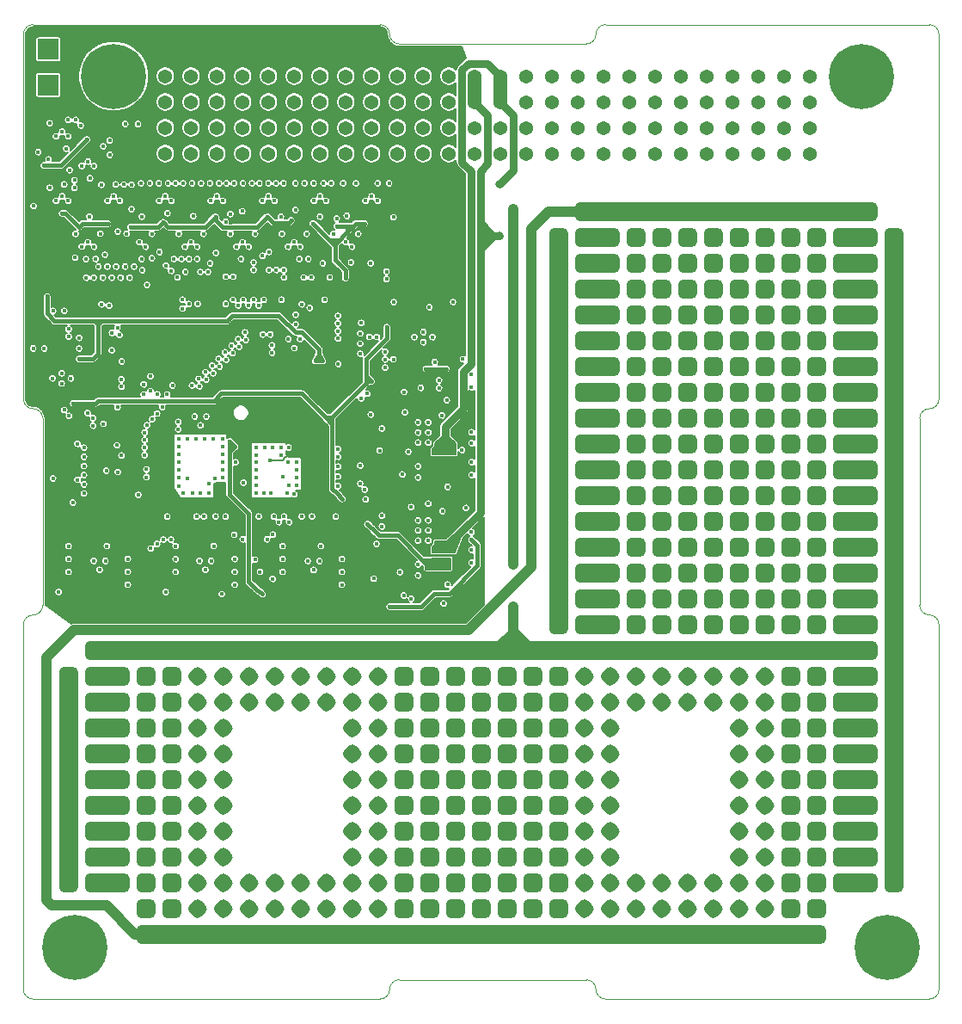
<source format=gbr>
G04 #@! TF.GenerationSoftware,KiCad,Pcbnew,5.1.9*
G04 #@! TF.CreationDate,2021-03-03T13:13:51+01:00*
G04 #@! TF.ProjectId,board_sierra,626f6172-645f-4736-9965-7272612e6b69,v1.1*
G04 #@! TF.SameCoordinates,PX1903cf0PY6c69e80*
G04 #@! TF.FileFunction,Copper,L4,Inr*
G04 #@! TF.FilePolarity,Positive*
%FSLAX46Y46*%
G04 Gerber Fmt 4.6, Leading zero omitted, Abs format (unit mm)*
G04 Created by KiCad (PCBNEW 5.1.9) date 2021-03-03 13:13:51*
%MOMM*%
%LPD*%
G01*
G04 APERTURE LIST*
G04 #@! TA.AperFunction,Profile*
%ADD10C,0.100000*%
G04 #@! TD*
G04 #@! TA.AperFunction,ComponentPad*
%ADD11C,1.365000*%
G04 #@! TD*
G04 #@! TA.AperFunction,ComponentPad*
%ADD12R,4.200000X1.850000*%
G04 #@! TD*
G04 #@! TA.AperFunction,ComponentPad*
%ADD13R,1.850000X4.200000*%
G04 #@! TD*
G04 #@! TA.AperFunction,ComponentPad*
%ADD14C,1.500000*%
G04 #@! TD*
G04 #@! TA.AperFunction,ComponentPad*
%ADD15R,2.000000X2.000000*%
G04 #@! TD*
G04 #@! TA.AperFunction,ComponentPad*
%ADD16C,0.450000*%
G04 #@! TD*
G04 #@! TA.AperFunction,ComponentPad*
%ADD17C,0.800000*%
G04 #@! TD*
G04 #@! TA.AperFunction,ComponentPad*
%ADD18C,6.400000*%
G04 #@! TD*
G04 #@! TA.AperFunction,ViaPad*
%ADD19C,0.450000*%
G04 #@! TD*
G04 #@! TA.AperFunction,ViaPad*
%ADD20C,0.800000*%
G04 #@! TD*
G04 #@! TA.AperFunction,Conductor*
%ADD21C,0.450000*%
G04 #@! TD*
G04 #@! TA.AperFunction,Conductor*
%ADD22C,0.200000*%
G04 #@! TD*
G04 #@! TA.AperFunction,Conductor*
%ADD23C,1.365000*%
G04 #@! TD*
G04 #@! TA.AperFunction,Conductor*
%ADD24C,0.770000*%
G04 #@! TD*
G04 #@! TA.AperFunction,Conductor*
%ADD25C,1.000000*%
G04 #@! TD*
G04 #@! TA.AperFunction,Conductor*
%ADD26C,0.127000*%
G04 #@! TD*
G04 #@! TA.AperFunction,Conductor*
%ADD27C,0.150000*%
G04 #@! TD*
G04 APERTURE END LIST*
D10*
X50355500Y88900000D02*
G75*
G03*
X51308000Y89852500I0J952500D01*
G01*
X31940500Y88900000D02*
X50355500Y88900000D01*
X52260500Y90805000D02*
X84137500Y90805000D01*
X30988000Y89852500D02*
G75*
G03*
X30035500Y90805000I-952500J0D01*
G01*
X30988000Y89852500D02*
G75*
G03*
X31940500Y88900000I952500J0D01*
G01*
X-4127500Y90805000D02*
X30035500Y90805000D01*
X52260500Y90805000D02*
G75*
G03*
X51308000Y89852500I0J-952500D01*
G01*
X52260500Y-5080000D02*
X84137500Y-5080000D01*
X31940500Y-3175000D02*
X50355500Y-3175000D01*
X-4127500Y-5080000D02*
X30035500Y-5080000D01*
X52260500Y-5080000D02*
G75*
G02*
X51308000Y-4127500I0J952500D01*
G01*
X50355500Y-3175000D02*
G75*
G02*
X51308000Y-4127500I0J-952500D01*
G01*
X30988000Y-4127500D02*
G75*
G02*
X31940500Y-3175000I952500J0D01*
G01*
X30988000Y-4127500D02*
G75*
G02*
X30035500Y-5080000I-952500J0D01*
G01*
X84137500Y53009800D02*
G75*
G03*
X83185000Y52057300I0J-952500D01*
G01*
X85090000Y89852500D02*
X85090000Y53962300D01*
X83185000Y52057300D02*
X83185000Y33667700D01*
X85090000Y31762700D02*
X85090000Y-4127500D01*
X83185000Y33667700D02*
G75*
G03*
X84137500Y32715200I952500J0D01*
G01*
X85090000Y31762700D02*
G75*
G03*
X84137500Y32715200I-952500J0D01*
G01*
X84137500Y53009800D02*
G75*
G03*
X85090000Y53962300I0J952500D01*
G01*
X85090000Y-4127500D02*
G75*
G02*
X84137500Y-5080000I-952500J0D01*
G01*
X84137500Y90805000D02*
G75*
G02*
X85090000Y89852500I0J-952500D01*
G01*
X-5080000Y31762700D02*
X-5080000Y-4127500D01*
X-5080000Y89852500D02*
X-5080000Y53962300D01*
X-5080000Y89852500D02*
G75*
G02*
X-4127500Y90805000I952500J0D01*
G01*
X-3175000Y52057300D02*
X-3175000Y33667700D01*
X-4127500Y53009800D02*
G75*
G02*
X-5080000Y53962300I0J952500D01*
G01*
X-4127500Y53009800D02*
G75*
G02*
X-3175000Y52057300I0J-952500D01*
G01*
X-3175000Y33667700D02*
G75*
G02*
X-4127500Y32715200I-952500J0D01*
G01*
X-5080000Y31762700D02*
G75*
G02*
X-4127500Y32715200I952500J0D01*
G01*
X-4127500Y-5080000D02*
G75*
G02*
X-5080000Y-4127500I0J952500D01*
G01*
D11*
G04 #@! TO.N,Net-(H2-Pad1)*
G04 #@! TO.C,H2*
X8890000Y83185000D03*
G04 #@! TO.N,Net-(H2-Pad2)*
X8890000Y85725000D03*
G04 #@! TO.N,Net-(H2-Pad3)*
X11430000Y83185000D03*
G04 #@! TO.N,Net-(H2-Pad4)*
X11430000Y85725000D03*
G04 #@! TO.N,USER_2_1*
X13970000Y83185000D03*
G04 #@! TO.N,USER_2_2*
X13970000Y85725000D03*
G04 #@! TO.N,SPI_2_CS2*
X16510000Y83185000D03*
G04 #@! TO.N,USER_2_4*
X16510000Y85725000D03*
G04 #@! TO.N,SPI_2_CS1*
X19050000Y83185000D03*
G04 #@! TO.N,SPI_2_MOSI*
X19050000Y85725000D03*
G04 #@! TO.N,SPI_2_SCK*
X21590000Y83185000D03*
G04 #@! TO.N,SPI_2_MISO*
X21590000Y85725000D03*
G04 #@! TO.N,UART_2_TX*
X24130000Y83185000D03*
G04 #@! TO.N,UART_2_CTS*
X24130000Y85725000D03*
G04 #@! TO.N,UART_2_RX*
X26670000Y83185000D03*
G04 #@! TO.N,UART_2_RST*
X26670000Y85725000D03*
G04 #@! TO.N,UART_RCS_2_TX*
X29210000Y83185000D03*
G04 #@! TO.N,UART_RCS_2_CTS*
X29210000Y85725000D03*
G04 #@! TO.N,UART_RCS_2_RX*
X31750000Y83185000D03*
G04 #@! TO.N,UART_RCS_2_RST*
X31750000Y85725000D03*
G04 #@! TO.N,I2C_2_SCL*
X34290000Y83185000D03*
G04 #@! TO.N,I2C_2_SDA*
X34290000Y85725000D03*
G04 #@! TO.N,CAN_2_P*
X36830000Y83185000D03*
G04 #@! TO.N,CAN_2_N*
X36830000Y85725000D03*
G04 #@! TO.N,SUP_5V*
X39370000Y83185000D03*
X39370000Y85725000D03*
G04 #@! TO.N,SUP_3V3*
X41910000Y83185000D03*
X41910000Y85725000D03*
G04 #@! TO.N,GND*
X44450000Y83185000D03*
X44450000Y85725000D03*
G04 #@! TO.N,Net-(H2-Pad31)*
X46990000Y83185000D03*
G04 #@! TO.N,GND*
X46990000Y85725000D03*
G04 #@! TO.N,Net-(H2-Pad33)*
X49530000Y83185000D03*
G04 #@! TO.N,Net-(H2-Pad34)*
X49530000Y85725000D03*
G04 #@! TO.N,Net-(H2-Pad35)*
X52070000Y83185000D03*
G04 #@! TO.N,Net-(H2-Pad36)*
X52070000Y85725000D03*
G04 #@! TO.N,Net-(H2-Pad37)*
X54610000Y83185000D03*
G04 #@! TO.N,Net-(H2-Pad38)*
X54610000Y85725000D03*
G04 #@! TO.N,USER_4_1*
X57150000Y83185000D03*
G04 #@! TO.N,USER_4_2*
X57150000Y85725000D03*
G04 #@! TO.N,USER_4_3*
X59690000Y83185000D03*
G04 #@! TO.N,USER_4_4*
X59690000Y85725000D03*
G04 #@! TO.N,USER_6_1*
X62230000Y83185000D03*
G04 #@! TO.N,USER_6_2*
X62230000Y85725000D03*
G04 #@! TO.N,Net-(H2-Pad45)*
X64770000Y83185000D03*
G04 #@! TO.N,Net-(H2-Pad46)*
X64770000Y85725000D03*
G04 #@! TO.N,USER_6_3*
X67310000Y83185000D03*
G04 #@! TO.N,USER_6_4*
X67310000Y85725000D03*
G04 #@! TO.N,Net-(H2-Pad49)*
X69850000Y83185000D03*
G04 #@! TO.N,Net-(H2-Pad50)*
X69850000Y85725000D03*
G04 #@! TO.N,Net-(H2-Pad51)*
X72390000Y83185000D03*
G04 #@! TO.N,Net-(H2-Pad52)*
X72390000Y85725000D03*
G04 #@! TD*
G04 #@! TO.N,Net-(H1-Pad1)*
G04 #@! TO.C,H1*
X8890000Y78105000D03*
G04 #@! TO.N,Net-(H1-Pad2)*
X8890000Y80645000D03*
G04 #@! TO.N,Net-(H1-Pad3)*
X11430000Y78105000D03*
G04 #@! TO.N,Net-(H1-Pad4)*
X11430000Y80645000D03*
G04 #@! TO.N,USER_1_1*
X13970000Y78105000D03*
G04 #@! TO.N,USER_1_2*
X13970000Y80645000D03*
G04 #@! TO.N,SPI_1_CS2*
X16510000Y78105000D03*
G04 #@! TO.N,USER_1_4*
X16510000Y80645000D03*
G04 #@! TO.N,SPI_1_CS1*
X19050000Y78105000D03*
G04 #@! TO.N,SPI_1_MOSI*
X19050000Y80645000D03*
G04 #@! TO.N,SPI_1_SCK*
X21590000Y78105000D03*
G04 #@! TO.N,SPI_1_MISO*
X21590000Y80645000D03*
G04 #@! TO.N,UART_1_TX*
X24130000Y78105000D03*
G04 #@! TO.N,UART_1_CTS*
X24130000Y80645000D03*
G04 #@! TO.N,UART_1_RX*
X26670000Y78105000D03*
G04 #@! TO.N,UART_1_RST*
X26670000Y80645000D03*
G04 #@! TO.N,UART_RCS_1_TX*
X29210000Y78105000D03*
G04 #@! TO.N,UART_RCS_1_CTS*
X29210000Y80645000D03*
G04 #@! TO.N,UART_RCS_1_RX*
X31750000Y78105000D03*
G04 #@! TO.N,UART_RCS_1_RST*
X31750000Y80645000D03*
G04 #@! TO.N,I2C_1_SCL*
X34290000Y78105000D03*
G04 #@! TO.N,I2C_1_SDA*
X34290000Y80645000D03*
G04 #@! TO.N,CAN_1_P*
X36830000Y78105000D03*
G04 #@! TO.N,CAN_1_N*
X36830000Y80645000D03*
G04 #@! TO.N,GLO_SYNC*
X39370000Y78105000D03*
G04 #@! TO.N,GLO_FAULT*
X39370000Y80645000D03*
G04 #@! TO.N,CPU_WD_1*
X41910000Y78105000D03*
G04 #@! TO.N,Net-(H1-Pad28)*
X41910000Y80645000D03*
G04 #@! TO.N,Net-(H1-Pad29)*
X44450000Y78105000D03*
G04 #@! TO.N,CPU_MODE*
X44450000Y80645000D03*
G04 #@! TO.N,Net-(H1-Pad31)*
X46990000Y78105000D03*
G04 #@! TO.N,Net-(H1-Pad32)*
X46990000Y80645000D03*
G04 #@! TO.N,GND*
X49530000Y78105000D03*
X49530000Y80645000D03*
G04 #@! TO.N,GLO_KS_1*
X52070000Y78105000D03*
G04 #@! TO.N,Net-(H1-Pad36)*
X52070000Y80645000D03*
G04 #@! TO.N,Net-(H1-Pad37)*
X54610000Y78105000D03*
G04 #@! TO.N,Net-(H1-Pad38)*
X54610000Y80645000D03*
G04 #@! TO.N,USER_3_1*
X57150000Y78105000D03*
G04 #@! TO.N,USER_3_2*
X57150000Y80645000D03*
G04 #@! TO.N,USER_3_3*
X59690000Y78105000D03*
G04 #@! TO.N,USER_3_4*
X59690000Y80645000D03*
G04 #@! TO.N,USER_5_1*
X62230000Y78105000D03*
G04 #@! TO.N,USER_5_2*
X62230000Y80645000D03*
G04 #@! TO.N,USER_5_3*
X64770000Y78105000D03*
G04 #@! TO.N,USER_5_4*
X64770000Y80645000D03*
G04 #@! TO.N,Net-(H1-Pad47)*
X67310000Y78105000D03*
G04 #@! TO.N,Net-(H1-Pad48)*
X67310000Y80645000D03*
G04 #@! TO.N,Net-(H1-Pad49)*
X69850000Y78105000D03*
G04 #@! TO.N,Net-(H1-Pad50)*
X69850000Y80645000D03*
G04 #@! TO.N,Net-(H1-Pad51)*
X72390000Y78105000D03*
G04 #@! TO.N,Net-(H1-Pad52)*
X72390000Y80645000D03*
G04 #@! TD*
D12*
G04 #@! TO.N,Net-(F2-Pad1)*
G04 #@! TO.C,UA5*
X67945000Y1270000D03*
X62865000Y1270000D03*
X55245000Y1270000D03*
X57785000Y1270000D03*
X52705000Y1270000D03*
X60325000Y1270000D03*
X65405000Y1270000D03*
X45085000Y1270000D03*
X47625000Y1270000D03*
X50165000Y1270000D03*
X40005000Y1270000D03*
X37465000Y1270000D03*
X42545000Y1270000D03*
X32385000Y1270000D03*
X29845000Y1270000D03*
X34925000Y1270000D03*
X24765000Y1270000D03*
X22225000Y1270000D03*
X27305000Y1270000D03*
X17145000Y1270000D03*
X14605000Y1270000D03*
X19685000Y1270000D03*
D13*
G04 #@! TO.N,GND*
X80645000Y11430000D03*
X80645000Y13970000D03*
X80645000Y8890000D03*
X80645000Y19050000D03*
X80645000Y16510000D03*
X80645000Y26670000D03*
X80645000Y24130000D03*
X80645000Y21590000D03*
X80645000Y31750000D03*
X80645000Y29210000D03*
X80645000Y41910000D03*
X80645000Y39370000D03*
X80645000Y34290000D03*
D12*
G04 #@! TO.N,Net-(F1-Pad1)*
X42545000Y29210000D03*
D13*
G04 #@! TO.N,GND*
X80645000Y44450000D03*
X80645000Y36830000D03*
D12*
G04 #@! TO.N,Net-(F1-Pad1)*
X34925000Y29210000D03*
D13*
G04 #@! TO.N,GND*
X80645000Y54610000D03*
X80645000Y46990000D03*
D12*
G04 #@! TO.N,Net-(F1-Pad1)*
X37465000Y29210000D03*
D13*
G04 #@! TO.N,GND*
X80645000Y52070000D03*
D12*
G04 #@! TO.N,Net-(F1-Pad1)*
X40005000Y29210000D03*
D13*
G04 #@! TO.N,GND*
X80645000Y49530000D03*
D12*
G04 #@! TO.N,Net-(F1-Pad1)*
X29845000Y29210000D03*
D13*
G04 #@! TO.N,GND*
X80645000Y57150000D03*
D12*
G04 #@! TO.N,Net-(F1-Pad1)*
X32385000Y29210000D03*
D13*
G04 #@! TO.N,GND*
X80645000Y59690000D03*
X80645000Y62230000D03*
X80645000Y64770000D03*
D12*
G04 #@! TO.N,Net-(F1-Pad1)*
X22225000Y29210000D03*
X17145000Y29210000D03*
X27305000Y29210000D03*
X24765000Y29210000D03*
X19685000Y29210000D03*
G04 #@! TO.N,Net-(F2-Pad1)*
X12065000Y1270000D03*
X9525000Y1270000D03*
G04 #@! TO.N,Net-(F1-Pad1)*
X14605000Y29210000D03*
X12065000Y29210000D03*
X9525000Y29210000D03*
X6985000Y29210000D03*
G04 #@! TO.N,N/C*
G04 #@! TA.AperFunction,ComponentPad*
G36*
G01*
X6060000Y18587500D02*
X6060000Y19512500D01*
G75*
G02*
X6522500Y19975000I462500J0D01*
G01*
X7447500Y19975000D01*
G75*
G02*
X7910000Y19512500I0J-462500D01*
G01*
X7910000Y18587500D01*
G75*
G02*
X7447500Y18125000I-462500J0D01*
G01*
X6522500Y18125000D01*
G75*
G02*
X6060000Y18587500I0J462500D01*
G01*
G37*
G04 #@! TD.AperFunction*
G04 #@! TA.AperFunction,ComponentPad*
G36*
G01*
X6060000Y21127500D02*
X6060000Y22052500D01*
G75*
G02*
X6522500Y22515000I462500J0D01*
G01*
X7447500Y22515000D01*
G75*
G02*
X7910000Y22052500I0J-462500D01*
G01*
X7910000Y21127500D01*
G75*
G02*
X7447500Y20665000I-462500J0D01*
G01*
X6522500Y20665000D01*
G75*
G02*
X6060000Y21127500I0J462500D01*
G01*
G37*
G04 #@! TD.AperFunction*
G04 #@! TA.AperFunction,ComponentPad*
G36*
G01*
X6060000Y16047500D02*
X6060000Y16972500D01*
G75*
G02*
X6522500Y17435000I462500J0D01*
G01*
X7447500Y17435000D01*
G75*
G02*
X7910000Y16972500I0J-462500D01*
G01*
X7910000Y16047500D01*
G75*
G02*
X7447500Y15585000I-462500J0D01*
G01*
X6522500Y15585000D01*
G75*
G02*
X6060000Y16047500I0J462500D01*
G01*
G37*
G04 #@! TD.AperFunction*
G04 #@! TA.AperFunction,ComponentPad*
G36*
G01*
X6060000Y13507500D02*
X6060000Y14432500D01*
G75*
G02*
X6522500Y14895000I462500J0D01*
G01*
X7447500Y14895000D01*
G75*
G02*
X7910000Y14432500I0J-462500D01*
G01*
X7910000Y13507500D01*
G75*
G02*
X7447500Y13045000I-462500J0D01*
G01*
X6522500Y13045000D01*
G75*
G02*
X6060000Y13507500I0J462500D01*
G01*
G37*
G04 #@! TD.AperFunction*
G04 #@! TA.AperFunction,ComponentPad*
G36*
G01*
X34000000Y18587500D02*
X34000000Y19512500D01*
G75*
G02*
X34462500Y19975000I462500J0D01*
G01*
X35387500Y19975000D01*
G75*
G02*
X35850000Y19512500I0J-462500D01*
G01*
X35850000Y18587500D01*
G75*
G02*
X35387500Y18125000I-462500J0D01*
G01*
X34462500Y18125000D01*
G75*
G02*
X34000000Y18587500I0J462500D01*
G01*
G37*
G04 #@! TD.AperFunction*
G04 #@! TA.AperFunction,ComponentPad*
G36*
G01*
X34000000Y13507500D02*
X34000000Y14432500D01*
G75*
G02*
X34462500Y14895000I462500J0D01*
G01*
X35387500Y14895000D01*
G75*
G02*
X35850000Y14432500I0J-462500D01*
G01*
X35850000Y13507500D01*
G75*
G02*
X35387500Y13045000I-462500J0D01*
G01*
X34462500Y13045000D01*
G75*
G02*
X34000000Y13507500I0J462500D01*
G01*
G37*
G04 #@! TD.AperFunction*
G04 #@! TA.AperFunction,ComponentPad*
G36*
G01*
X34000000Y16047500D02*
X34000000Y16972500D01*
G75*
G02*
X34462500Y17435000I462500J0D01*
G01*
X35387500Y17435000D01*
G75*
G02*
X35850000Y16972500I0J-462500D01*
G01*
X35850000Y16047500D01*
G75*
G02*
X35387500Y15585000I-462500J0D01*
G01*
X34462500Y15585000D01*
G75*
G02*
X34000000Y16047500I0J462500D01*
G01*
G37*
G04 #@! TD.AperFunction*
G04 #@! TA.AperFunction,ComponentPad*
G36*
G01*
X34000000Y21127500D02*
X34000000Y22052500D01*
G75*
G02*
X34462500Y22515000I462500J0D01*
G01*
X35387500Y22515000D01*
G75*
G02*
X35850000Y22052500I0J-462500D01*
G01*
X35850000Y21127500D01*
G75*
G02*
X35387500Y20665000I-462500J0D01*
G01*
X34462500Y20665000D01*
G75*
G02*
X34000000Y21127500I0J462500D01*
G01*
G37*
G04 #@! TD.AperFunction*
G04 #@! TA.AperFunction,ComponentPad*
G36*
G01*
X8600000Y18587500D02*
X8600000Y19512500D01*
G75*
G02*
X9062500Y19975000I462500J0D01*
G01*
X9987500Y19975000D01*
G75*
G02*
X10450000Y19512500I0J-462500D01*
G01*
X10450000Y18587500D01*
G75*
G02*
X9987500Y18125000I-462500J0D01*
G01*
X9062500Y18125000D01*
G75*
G02*
X8600000Y18587500I0J462500D01*
G01*
G37*
G04 #@! TD.AperFunction*
G04 #@! TA.AperFunction,ComponentPad*
G36*
G01*
X31460000Y18587500D02*
X31460000Y19512500D01*
G75*
G02*
X31922500Y19975000I462500J0D01*
G01*
X32847500Y19975000D01*
G75*
G02*
X33310000Y19512500I0J-462500D01*
G01*
X33310000Y18587500D01*
G75*
G02*
X32847500Y18125000I-462500J0D01*
G01*
X31922500Y18125000D01*
G75*
G02*
X31460000Y18587500I0J462500D01*
G01*
G37*
G04 #@! TD.AperFunction*
G04 #@! TA.AperFunction,ComponentPad*
G36*
G01*
X31460000Y21127500D02*
X31460000Y22052500D01*
G75*
G02*
X31922500Y22515000I462500J0D01*
G01*
X32847500Y22515000D01*
G75*
G02*
X33310000Y22052500I0J-462500D01*
G01*
X33310000Y21127500D01*
G75*
G02*
X32847500Y20665000I-462500J0D01*
G01*
X31922500Y20665000D01*
G75*
G02*
X31460000Y21127500I0J462500D01*
G01*
G37*
G04 #@! TD.AperFunction*
G04 #@! TA.AperFunction,ComponentPad*
G36*
G01*
X8600000Y21127500D02*
X8600000Y22052500D01*
G75*
G02*
X9062500Y22515000I462500J0D01*
G01*
X9987500Y22515000D01*
G75*
G02*
X10450000Y22052500I0J-462500D01*
G01*
X10450000Y21127500D01*
G75*
G02*
X9987500Y20665000I-462500J0D01*
G01*
X9062500Y20665000D01*
G75*
G02*
X8600000Y21127500I0J462500D01*
G01*
G37*
G04 #@! TD.AperFunction*
G04 #@! TA.AperFunction,ComponentPad*
G36*
G01*
X31460000Y16047500D02*
X31460000Y16972500D01*
G75*
G02*
X31922500Y17435000I462500J0D01*
G01*
X32847500Y17435000D01*
G75*
G02*
X33310000Y16972500I0J-462500D01*
G01*
X33310000Y16047500D01*
G75*
G02*
X32847500Y15585000I-462500J0D01*
G01*
X31922500Y15585000D01*
G75*
G02*
X31460000Y16047500I0J462500D01*
G01*
G37*
G04 #@! TD.AperFunction*
G04 #@! TA.AperFunction,ComponentPad*
G36*
G01*
X8600000Y16047500D02*
X8600000Y16972500D01*
G75*
G02*
X9062500Y17435000I462500J0D01*
G01*
X9987500Y17435000D01*
G75*
G02*
X10450000Y16972500I0J-462500D01*
G01*
X10450000Y16047500D01*
G75*
G02*
X9987500Y15585000I-462500J0D01*
G01*
X9062500Y15585000D01*
G75*
G02*
X8600000Y16047500I0J462500D01*
G01*
G37*
G04 #@! TD.AperFunction*
G04 #@! TA.AperFunction,ComponentPad*
G36*
G01*
X8600000Y13507500D02*
X8600000Y14432500D01*
G75*
G02*
X9062500Y14895000I462500J0D01*
G01*
X9987500Y14895000D01*
G75*
G02*
X10450000Y14432500I0J-462500D01*
G01*
X10450000Y13507500D01*
G75*
G02*
X9987500Y13045000I-462500J0D01*
G01*
X9062500Y13045000D01*
G75*
G02*
X8600000Y13507500I0J462500D01*
G01*
G37*
G04 #@! TD.AperFunction*
G04 #@! TA.AperFunction,ComponentPad*
G36*
G01*
X31460000Y13507500D02*
X31460000Y14432500D01*
G75*
G02*
X31922500Y14895000I462500J0D01*
G01*
X32847500Y14895000D01*
G75*
G02*
X33310000Y14432500I0J-462500D01*
G01*
X33310000Y13507500D01*
G75*
G02*
X32847500Y13045000I-462500J0D01*
G01*
X31922500Y13045000D01*
G75*
G02*
X31460000Y13507500I0J462500D01*
G01*
G37*
G04 #@! TD.AperFunction*
G04 #@! TA.AperFunction,ComponentPad*
G36*
G01*
X13818697Y19395068D02*
X14259932Y19836303D01*
G75*
G02*
X14950068Y19836303I345068J-345068D01*
G01*
X15391303Y19395068D01*
G75*
G02*
X15391303Y18704932I-345068J-345068D01*
G01*
X14950068Y18263697D01*
G75*
G02*
X14259932Y18263697I-345068J345068D01*
G01*
X13818697Y18704932D01*
G75*
G02*
X13818697Y19395068I345068J345068D01*
G01*
G37*
G04 #@! TD.AperFunction*
G04 #@! TA.AperFunction,ComponentPad*
G36*
G01*
X13818697Y14315068D02*
X14259932Y14756303D01*
G75*
G02*
X14950068Y14756303I345068J-345068D01*
G01*
X15391303Y14315068D01*
G75*
G02*
X15391303Y13624932I-345068J-345068D01*
G01*
X14950068Y13183697D01*
G75*
G02*
X14259932Y13183697I-345068J345068D01*
G01*
X13818697Y13624932D01*
G75*
G02*
X13818697Y14315068I345068J345068D01*
G01*
G37*
G04 #@! TD.AperFunction*
G04 #@! TA.AperFunction,ComponentPad*
G36*
G01*
X13818697Y16855068D02*
X14259932Y17296303D01*
G75*
G02*
X14950068Y17296303I345068J-345068D01*
G01*
X15391303Y16855068D01*
G75*
G02*
X15391303Y16164932I-345068J-345068D01*
G01*
X14950068Y15723697D01*
G75*
G02*
X14259932Y15723697I-345068J345068D01*
G01*
X13818697Y16164932D01*
G75*
G02*
X13818697Y16855068I345068J345068D01*
G01*
G37*
G04 #@! TD.AperFunction*
G04 #@! TA.AperFunction,ComponentPad*
G36*
G01*
X13818697Y21935068D02*
X14259932Y22376303D01*
G75*
G02*
X14950068Y22376303I345068J-345068D01*
G01*
X15391303Y21935068D01*
G75*
G02*
X15391303Y21244932I-345068J-345068D01*
G01*
X14950068Y20803697D01*
G75*
G02*
X14259932Y20803697I-345068J345068D01*
G01*
X13818697Y21244932D01*
G75*
G02*
X13818697Y21935068I345068J345068D01*
G01*
G37*
G04 #@! TD.AperFunction*
G04 #@! TA.AperFunction,ComponentPad*
G36*
G01*
X72100000Y18587500D02*
X72100000Y19512500D01*
G75*
G02*
X72562500Y19975000I462500J0D01*
G01*
X73487500Y19975000D01*
G75*
G02*
X73950000Y19512500I0J-462500D01*
G01*
X73950000Y18587500D01*
G75*
G02*
X73487500Y18125000I-462500J0D01*
G01*
X72562500Y18125000D01*
G75*
G02*
X72100000Y18587500I0J462500D01*
G01*
G37*
G04 #@! TD.AperFunction*
G04 #@! TA.AperFunction,ComponentPad*
G36*
G01*
X11278697Y19395068D02*
X11719932Y19836303D01*
G75*
G02*
X12410068Y19836303I345068J-345068D01*
G01*
X12851303Y19395068D01*
G75*
G02*
X12851303Y18704932I-345068J-345068D01*
G01*
X12410068Y18263697D01*
G75*
G02*
X11719932Y18263697I-345068J345068D01*
G01*
X11278697Y18704932D01*
G75*
G02*
X11278697Y19395068I345068J345068D01*
G01*
G37*
G04 #@! TD.AperFunction*
G04 #@! TA.AperFunction,ComponentPad*
G36*
G01*
X11278697Y21935068D02*
X11719932Y22376303D01*
G75*
G02*
X12410068Y22376303I345068J-345068D01*
G01*
X12851303Y21935068D01*
G75*
G02*
X12851303Y21244932I-345068J-345068D01*
G01*
X12410068Y20803697D01*
G75*
G02*
X11719932Y20803697I-345068J345068D01*
G01*
X11278697Y21244932D01*
G75*
G02*
X11278697Y21935068I345068J345068D01*
G01*
G37*
G04 #@! TD.AperFunction*
G04 #@! TA.AperFunction,ComponentPad*
G36*
G01*
X72100000Y21127500D02*
X72100000Y22052500D01*
G75*
G02*
X72562500Y22515000I462500J0D01*
G01*
X73487500Y22515000D01*
G75*
G02*
X73950000Y22052500I0J-462500D01*
G01*
X73950000Y21127500D01*
G75*
G02*
X73487500Y20665000I-462500J0D01*
G01*
X72562500Y20665000D01*
G75*
G02*
X72100000Y21127500I0J462500D01*
G01*
G37*
G04 #@! TD.AperFunction*
G04 #@! TA.AperFunction,ComponentPad*
G36*
G01*
X11278697Y16855068D02*
X11719932Y17296303D01*
G75*
G02*
X12410068Y17296303I345068J-345068D01*
G01*
X12851303Y16855068D01*
G75*
G02*
X12851303Y16164932I-345068J-345068D01*
G01*
X12410068Y15723697D01*
G75*
G02*
X11719932Y15723697I-345068J345068D01*
G01*
X11278697Y16164932D01*
G75*
G02*
X11278697Y16855068I345068J345068D01*
G01*
G37*
G04 #@! TD.AperFunction*
G04 #@! TA.AperFunction,ComponentPad*
G36*
G01*
X72100000Y16047500D02*
X72100000Y16972500D01*
G75*
G02*
X72562500Y17435000I462500J0D01*
G01*
X73487500Y17435000D01*
G75*
G02*
X73950000Y16972500I0J-462500D01*
G01*
X73950000Y16047500D01*
G75*
G02*
X73487500Y15585000I-462500J0D01*
G01*
X72562500Y15585000D01*
G75*
G02*
X72100000Y16047500I0J462500D01*
G01*
G37*
G04 #@! TD.AperFunction*
G04 #@! TA.AperFunction,ComponentPad*
G36*
G01*
X72100000Y13507500D02*
X72100000Y14432500D01*
G75*
G02*
X72562500Y14895000I462500J0D01*
G01*
X73487500Y14895000D01*
G75*
G02*
X73950000Y14432500I0J-462500D01*
G01*
X73950000Y13507500D01*
G75*
G02*
X73487500Y13045000I-462500J0D01*
G01*
X72562500Y13045000D01*
G75*
G02*
X72100000Y13507500I0J462500D01*
G01*
G37*
G04 #@! TD.AperFunction*
G04 #@! TA.AperFunction,ComponentPad*
G36*
G01*
X11278697Y14315068D02*
X11719932Y14756303D01*
G75*
G02*
X12410068Y14756303I345068J-345068D01*
G01*
X12851303Y14315068D01*
G75*
G02*
X12851303Y13624932I-345068J-345068D01*
G01*
X12410068Y13183697D01*
G75*
G02*
X11719932Y13183697I-345068J345068D01*
G01*
X11278697Y13624932D01*
G75*
G02*
X11278697Y14315068I345068J345068D01*
G01*
G37*
G04 #@! TD.AperFunction*
G04 #@! TA.AperFunction,ComponentPad*
G36*
G01*
X67158697Y11775068D02*
X67599932Y12216303D01*
G75*
G02*
X68290068Y12216303I345068J-345068D01*
G01*
X68731303Y11775068D01*
G75*
G02*
X68731303Y11084932I-345068J-345068D01*
G01*
X68290068Y10643697D01*
G75*
G02*
X67599932Y10643697I-345068J345068D01*
G01*
X67158697Y11084932D01*
G75*
G02*
X67158697Y11775068I345068J345068D01*
G01*
G37*
G04 #@! TD.AperFunction*
G04 #@! TA.AperFunction,ComponentPad*
G36*
G01*
X64618697Y19395068D02*
X65059932Y19836303D01*
G75*
G02*
X65750068Y19836303I345068J-345068D01*
G01*
X66191303Y19395068D01*
G75*
G02*
X66191303Y18704932I-345068J-345068D01*
G01*
X65750068Y18263697D01*
G75*
G02*
X65059932Y18263697I-345068J345068D01*
G01*
X64618697Y18704932D01*
G75*
G02*
X64618697Y19395068I345068J345068D01*
G01*
G37*
G04 #@! TD.AperFunction*
G04 #@! TA.AperFunction,ComponentPad*
G36*
G01*
X67158697Y16855068D02*
X67599932Y17296303D01*
G75*
G02*
X68290068Y17296303I345068J-345068D01*
G01*
X68731303Y16855068D01*
G75*
G02*
X68731303Y16164932I-345068J-345068D01*
G01*
X68290068Y15723697D01*
G75*
G02*
X67599932Y15723697I-345068J345068D01*
G01*
X67158697Y16164932D01*
G75*
G02*
X67158697Y16855068I345068J345068D01*
G01*
G37*
G04 #@! TD.AperFunction*
G04 #@! TA.AperFunction,ComponentPad*
G36*
G01*
X67158697Y21935068D02*
X67599932Y22376303D01*
G75*
G02*
X68290068Y22376303I345068J-345068D01*
G01*
X68731303Y21935068D01*
G75*
G02*
X68731303Y21244932I-345068J-345068D01*
G01*
X68290068Y20803697D01*
G75*
G02*
X67599932Y20803697I-345068J345068D01*
G01*
X67158697Y21244932D01*
G75*
G02*
X67158697Y21935068I345068J345068D01*
G01*
G37*
G04 #@! TD.AperFunction*
G04 #@! TA.AperFunction,ComponentPad*
G36*
G01*
X64618697Y21935068D02*
X65059932Y22376303D01*
G75*
G02*
X65750068Y22376303I345068J-345068D01*
G01*
X66191303Y21935068D01*
G75*
G02*
X66191303Y21244932I-345068J-345068D01*
G01*
X65750068Y20803697D01*
G75*
G02*
X65059932Y20803697I-345068J345068D01*
G01*
X64618697Y21244932D01*
G75*
G02*
X64618697Y21935068I345068J345068D01*
G01*
G37*
G04 #@! TD.AperFunction*
G04 #@! TA.AperFunction,ComponentPad*
G36*
G01*
X64618697Y11775068D02*
X65059932Y12216303D01*
G75*
G02*
X65750068Y12216303I345068J-345068D01*
G01*
X66191303Y11775068D01*
G75*
G02*
X66191303Y11084932I-345068J-345068D01*
G01*
X65750068Y10643697D01*
G75*
G02*
X65059932Y10643697I-345068J345068D01*
G01*
X64618697Y11084932D01*
G75*
G02*
X64618697Y11775068I345068J345068D01*
G01*
G37*
G04 #@! TD.AperFunction*
G04 #@! TA.AperFunction,ComponentPad*
G36*
G01*
X67158697Y9235068D02*
X67599932Y9676303D01*
G75*
G02*
X68290068Y9676303I345068J-345068D01*
G01*
X68731303Y9235068D01*
G75*
G02*
X68731303Y8544932I-345068J-345068D01*
G01*
X68290068Y8103697D01*
G75*
G02*
X67599932Y8103697I-345068J345068D01*
G01*
X67158697Y8544932D01*
G75*
G02*
X67158697Y9235068I345068J345068D01*
G01*
G37*
G04 #@! TD.AperFunction*
G04 #@! TA.AperFunction,ComponentPad*
G36*
G01*
X67158697Y14315068D02*
X67599932Y14756303D01*
G75*
G02*
X68290068Y14756303I345068J-345068D01*
G01*
X68731303Y14315068D01*
G75*
G02*
X68731303Y13624932I-345068J-345068D01*
G01*
X68290068Y13183697D01*
G75*
G02*
X67599932Y13183697I-345068J345068D01*
G01*
X67158697Y13624932D01*
G75*
G02*
X67158697Y14315068I345068J345068D01*
G01*
G37*
G04 #@! TD.AperFunction*
G04 #@! TA.AperFunction,ComponentPad*
G36*
G01*
X67158697Y19395068D02*
X67599932Y19836303D01*
G75*
G02*
X68290068Y19836303I345068J-345068D01*
G01*
X68731303Y19395068D01*
G75*
G02*
X68731303Y18704932I-345068J-345068D01*
G01*
X68290068Y18263697D01*
G75*
G02*
X67599932Y18263697I-345068J345068D01*
G01*
X67158697Y18704932D01*
G75*
G02*
X67158697Y19395068I345068J345068D01*
G01*
G37*
G04 #@! TD.AperFunction*
G04 #@! TA.AperFunction,ComponentPad*
G36*
G01*
X64618697Y14315068D02*
X65059932Y14756303D01*
G75*
G02*
X65750068Y14756303I345068J-345068D01*
G01*
X66191303Y14315068D01*
G75*
G02*
X66191303Y13624932I-345068J-345068D01*
G01*
X65750068Y13183697D01*
G75*
G02*
X65059932Y13183697I-345068J345068D01*
G01*
X64618697Y13624932D01*
G75*
G02*
X64618697Y14315068I345068J345068D01*
G01*
G37*
G04 #@! TD.AperFunction*
G04 #@! TA.AperFunction,ComponentPad*
G36*
G01*
X6060000Y8427500D02*
X6060000Y9352500D01*
G75*
G02*
X6522500Y9815000I462500J0D01*
G01*
X7447500Y9815000D01*
G75*
G02*
X7910000Y9352500I0J-462500D01*
G01*
X7910000Y8427500D01*
G75*
G02*
X7447500Y7965000I-462500J0D01*
G01*
X6522500Y7965000D01*
G75*
G02*
X6060000Y8427500I0J462500D01*
G01*
G37*
G04 #@! TD.AperFunction*
G04 #@! TA.AperFunction,ComponentPad*
G36*
G01*
X6060000Y10967500D02*
X6060000Y11892500D01*
G75*
G02*
X6522500Y12355000I462500J0D01*
G01*
X7447500Y12355000D01*
G75*
G02*
X7910000Y11892500I0J-462500D01*
G01*
X7910000Y10967500D01*
G75*
G02*
X7447500Y10505000I-462500J0D01*
G01*
X6522500Y10505000D01*
G75*
G02*
X6060000Y10967500I0J462500D01*
G01*
G37*
G04 #@! TD.AperFunction*
G04 #@! TA.AperFunction,ComponentPad*
G36*
G01*
X64618697Y9235068D02*
X65059932Y9676303D01*
G75*
G02*
X65750068Y9676303I345068J-345068D01*
G01*
X66191303Y9235068D01*
G75*
G02*
X66191303Y8544932I-345068J-345068D01*
G01*
X65750068Y8103697D01*
G75*
G02*
X65059932Y8103697I-345068J345068D01*
G01*
X64618697Y8544932D01*
G75*
G02*
X64618697Y9235068I345068J345068D01*
G01*
G37*
G04 #@! TD.AperFunction*
G04 #@! TA.AperFunction,ComponentPad*
G36*
G01*
X64618697Y16855068D02*
X65059932Y17296303D01*
G75*
G02*
X65750068Y17296303I345068J-345068D01*
G01*
X66191303Y16855068D01*
G75*
G02*
X66191303Y16164932I-345068J-345068D01*
G01*
X65750068Y15723697D01*
G75*
G02*
X65059932Y15723697I-345068J345068D01*
G01*
X64618697Y16164932D01*
G75*
G02*
X64618697Y16855068I345068J345068D01*
G01*
G37*
G04 #@! TD.AperFunction*
G04 #@! TA.AperFunction,ComponentPad*
G36*
G01*
X34000000Y10967500D02*
X34000000Y11892500D01*
G75*
G02*
X34462500Y12355000I462500J0D01*
G01*
X35387500Y12355000D01*
G75*
G02*
X35850000Y11892500I0J-462500D01*
G01*
X35850000Y10967500D01*
G75*
G02*
X35387500Y10505000I-462500J0D01*
G01*
X34462500Y10505000D01*
G75*
G02*
X34000000Y10967500I0J462500D01*
G01*
G37*
G04 #@! TD.AperFunction*
G04 #@! TA.AperFunction,ComponentPad*
G36*
G01*
X8600000Y10967500D02*
X8600000Y11892500D01*
G75*
G02*
X9062500Y12355000I462500J0D01*
G01*
X9987500Y12355000D01*
G75*
G02*
X10450000Y11892500I0J-462500D01*
G01*
X10450000Y10967500D01*
G75*
G02*
X9987500Y10505000I-462500J0D01*
G01*
X9062500Y10505000D01*
G75*
G02*
X8600000Y10967500I0J462500D01*
G01*
G37*
G04 #@! TD.AperFunction*
G04 #@! TA.AperFunction,ComponentPad*
G36*
G01*
X31460000Y8427500D02*
X31460000Y9352500D01*
G75*
G02*
X31922500Y9815000I462500J0D01*
G01*
X32847500Y9815000D01*
G75*
G02*
X33310000Y9352500I0J-462500D01*
G01*
X33310000Y8427500D01*
G75*
G02*
X32847500Y7965000I-462500J0D01*
G01*
X31922500Y7965000D01*
G75*
G02*
X31460000Y8427500I0J462500D01*
G01*
G37*
G04 #@! TD.AperFunction*
G04 #@! TA.AperFunction,ComponentPad*
G36*
G01*
X46700000Y8427500D02*
X46700000Y9352500D01*
G75*
G02*
X47162500Y9815000I462500J0D01*
G01*
X48087500Y9815000D01*
G75*
G02*
X48550000Y9352500I0J-462500D01*
G01*
X48550000Y8427500D01*
G75*
G02*
X48087500Y7965000I-462500J0D01*
G01*
X47162500Y7965000D01*
G75*
G02*
X46700000Y8427500I0J462500D01*
G01*
G37*
G04 #@! TD.AperFunction*
G04 #@! TA.AperFunction,ComponentPad*
G36*
G01*
X34000000Y5887500D02*
X34000000Y6812500D01*
G75*
G02*
X34462500Y7275000I462500J0D01*
G01*
X35387500Y7275000D01*
G75*
G02*
X35850000Y6812500I0J-462500D01*
G01*
X35850000Y5887500D01*
G75*
G02*
X35387500Y5425000I-462500J0D01*
G01*
X34462500Y5425000D01*
G75*
G02*
X34000000Y5887500I0J462500D01*
G01*
G37*
G04 #@! TD.AperFunction*
G04 #@! TA.AperFunction,ComponentPad*
G36*
G01*
X72100000Y10967500D02*
X72100000Y11892500D01*
G75*
G02*
X72562500Y12355000I462500J0D01*
G01*
X73487500Y12355000D01*
G75*
G02*
X73950000Y11892500I0J-462500D01*
G01*
X73950000Y10967500D01*
G75*
G02*
X73487500Y10505000I-462500J0D01*
G01*
X72562500Y10505000D01*
G75*
G02*
X72100000Y10967500I0J462500D01*
G01*
G37*
G04 #@! TD.AperFunction*
G04 #@! TA.AperFunction,ComponentPad*
G36*
G01*
X44160000Y5887500D02*
X44160000Y6812500D01*
G75*
G02*
X44622500Y7275000I462500J0D01*
G01*
X45547500Y7275000D01*
G75*
G02*
X46010000Y6812500I0J-462500D01*
G01*
X46010000Y5887500D01*
G75*
G02*
X45547500Y5425000I-462500J0D01*
G01*
X44622500Y5425000D01*
G75*
G02*
X44160000Y5887500I0J462500D01*
G01*
G37*
G04 #@! TD.AperFunction*
G04 #@! TA.AperFunction,ComponentPad*
G36*
G01*
X34000000Y8427500D02*
X34000000Y9352500D01*
G75*
G02*
X34462500Y9815000I462500J0D01*
G01*
X35387500Y9815000D01*
G75*
G02*
X35850000Y9352500I0J-462500D01*
G01*
X35850000Y8427500D01*
G75*
G02*
X35387500Y7965000I-462500J0D01*
G01*
X34462500Y7965000D01*
G75*
G02*
X34000000Y8427500I0J462500D01*
G01*
G37*
G04 #@! TD.AperFunction*
G04 #@! TA.AperFunction,ComponentPad*
G36*
G01*
X16358697Y6695068D02*
X16799932Y7136303D01*
G75*
G02*
X17490068Y7136303I345068J-345068D01*
G01*
X17931303Y6695068D01*
G75*
G02*
X17931303Y6004932I-345068J-345068D01*
G01*
X17490068Y5563697D01*
G75*
G02*
X16799932Y5563697I-345068J345068D01*
G01*
X16358697Y6004932D01*
G75*
G02*
X16358697Y6695068I345068J345068D01*
G01*
G37*
G04 #@! TD.AperFunction*
G04 #@! TA.AperFunction,ComponentPad*
G36*
G01*
X11278697Y6695068D02*
X11719932Y7136303D01*
G75*
G02*
X12410068Y7136303I345068J-345068D01*
G01*
X12851303Y6695068D01*
G75*
G02*
X12851303Y6004932I-345068J-345068D01*
G01*
X12410068Y5563697D01*
G75*
G02*
X11719932Y5563697I-345068J345068D01*
G01*
X11278697Y6004932D01*
G75*
G02*
X11278697Y6695068I345068J345068D01*
G01*
G37*
G04 #@! TD.AperFunction*
G04 #@! TA.AperFunction,ComponentPad*
G36*
G01*
X46700000Y10967500D02*
X46700000Y11892500D01*
G75*
G02*
X47162500Y12355000I462500J0D01*
G01*
X48087500Y12355000D01*
G75*
G02*
X48550000Y11892500I0J-462500D01*
G01*
X48550000Y10967500D01*
G75*
G02*
X48087500Y10505000I-462500J0D01*
G01*
X47162500Y10505000D01*
G75*
G02*
X46700000Y10967500I0J462500D01*
G01*
G37*
G04 #@! TD.AperFunction*
G04 #@! TA.AperFunction,ComponentPad*
G36*
G01*
X72100000Y8427500D02*
X72100000Y9352500D01*
G75*
G02*
X72562500Y9815000I462500J0D01*
G01*
X73487500Y9815000D01*
G75*
G02*
X73950000Y9352500I0J-462500D01*
G01*
X73950000Y8427500D01*
G75*
G02*
X73487500Y7965000I-462500J0D01*
G01*
X72562500Y7965000D01*
G75*
G02*
X72100000Y8427500I0J462500D01*
G01*
G37*
G04 #@! TD.AperFunction*
G04 #@! TA.AperFunction,ComponentPad*
G36*
G01*
X44160000Y10967500D02*
X44160000Y11892500D01*
G75*
G02*
X44622500Y12355000I462500J0D01*
G01*
X45547500Y12355000D01*
G75*
G02*
X46010000Y11892500I0J-462500D01*
G01*
X46010000Y10967500D01*
G75*
G02*
X45547500Y10505000I-462500J0D01*
G01*
X44622500Y10505000D01*
G75*
G02*
X44160000Y10967500I0J462500D01*
G01*
G37*
G04 #@! TD.AperFunction*
G04 #@! TA.AperFunction,ComponentPad*
G36*
G01*
X72100000Y5887500D02*
X72100000Y6812500D01*
G75*
G02*
X72562500Y7275000I462500J0D01*
G01*
X73487500Y7275000D01*
G75*
G02*
X73950000Y6812500I0J-462500D01*
G01*
X73950000Y5887500D01*
G75*
G02*
X73487500Y5425000I-462500J0D01*
G01*
X72562500Y5425000D01*
G75*
G02*
X72100000Y5887500I0J462500D01*
G01*
G37*
G04 #@! TD.AperFunction*
G04 #@! TA.AperFunction,ComponentPad*
G36*
G01*
X31460000Y10967500D02*
X31460000Y11892500D01*
G75*
G02*
X31922500Y12355000I462500J0D01*
G01*
X32847500Y12355000D01*
G75*
G02*
X33310000Y11892500I0J-462500D01*
G01*
X33310000Y10967500D01*
G75*
G02*
X32847500Y10505000I-462500J0D01*
G01*
X31922500Y10505000D01*
G75*
G02*
X31460000Y10967500I0J462500D01*
G01*
G37*
G04 #@! TD.AperFunction*
G04 #@! TA.AperFunction,ComponentPad*
G36*
G01*
X11278697Y11775068D02*
X11719932Y12216303D01*
G75*
G02*
X12410068Y12216303I345068J-345068D01*
G01*
X12851303Y11775068D01*
G75*
G02*
X12851303Y11084932I-345068J-345068D01*
G01*
X12410068Y10643697D01*
G75*
G02*
X11719932Y10643697I-345068J345068D01*
G01*
X11278697Y11084932D01*
G75*
G02*
X11278697Y11775068I345068J345068D01*
G01*
G37*
G04 #@! TD.AperFunction*
G04 #@! TA.AperFunction,ComponentPad*
G36*
G01*
X13818697Y6695068D02*
X14259932Y7136303D01*
G75*
G02*
X14950068Y7136303I345068J-345068D01*
G01*
X15391303Y6695068D01*
G75*
G02*
X15391303Y6004932I-345068J-345068D01*
G01*
X14950068Y5563697D01*
G75*
G02*
X14259932Y5563697I-345068J345068D01*
G01*
X13818697Y6004932D01*
G75*
G02*
X13818697Y6695068I345068J345068D01*
G01*
G37*
G04 #@! TD.AperFunction*
G04 #@! TA.AperFunction,ComponentPad*
G36*
G01*
X8600000Y5887500D02*
X8600000Y6812500D01*
G75*
G02*
X9062500Y7275000I462500J0D01*
G01*
X9987500Y7275000D01*
G75*
G02*
X10450000Y6812500I0J-462500D01*
G01*
X10450000Y5887500D01*
G75*
G02*
X9987500Y5425000I-462500J0D01*
G01*
X9062500Y5425000D01*
G75*
G02*
X8600000Y5887500I0J462500D01*
G01*
G37*
G04 #@! TD.AperFunction*
G04 #@! TA.AperFunction,ComponentPad*
G36*
G01*
X13818697Y9235068D02*
X14259932Y9676303D01*
G75*
G02*
X14950068Y9676303I345068J-345068D01*
G01*
X15391303Y9235068D01*
G75*
G02*
X15391303Y8544932I-345068J-345068D01*
G01*
X14950068Y8103697D01*
G75*
G02*
X14259932Y8103697I-345068J345068D01*
G01*
X13818697Y8544932D01*
G75*
G02*
X13818697Y9235068I345068J345068D01*
G01*
G37*
G04 #@! TD.AperFunction*
G04 #@! TA.AperFunction,ComponentPad*
G36*
G01*
X11278697Y9235068D02*
X11719932Y9676303D01*
G75*
G02*
X12410068Y9676303I345068J-345068D01*
G01*
X12851303Y9235068D01*
G75*
G02*
X12851303Y8544932I-345068J-345068D01*
G01*
X12410068Y8103697D01*
G75*
G02*
X11719932Y8103697I-345068J345068D01*
G01*
X11278697Y8544932D01*
G75*
G02*
X11278697Y9235068I345068J345068D01*
G01*
G37*
G04 #@! TD.AperFunction*
G04 #@! TA.AperFunction,ComponentPad*
G36*
G01*
X46700000Y5887500D02*
X46700000Y6812500D01*
G75*
G02*
X47162500Y7275000I462500J0D01*
G01*
X48087500Y7275000D01*
G75*
G02*
X48550000Y6812500I0J-462500D01*
G01*
X48550000Y5887500D01*
G75*
G02*
X48087500Y5425000I-462500J0D01*
G01*
X47162500Y5425000D01*
G75*
G02*
X46700000Y5887500I0J462500D01*
G01*
G37*
G04 #@! TD.AperFunction*
G04 #@! TA.AperFunction,ComponentPad*
G36*
G01*
X69560000Y8427500D02*
X69560000Y9352500D01*
G75*
G02*
X70022500Y9815000I462500J0D01*
G01*
X70947500Y9815000D01*
G75*
G02*
X71410000Y9352500I0J-462500D01*
G01*
X71410000Y8427500D01*
G75*
G02*
X70947500Y7965000I-462500J0D01*
G01*
X70022500Y7965000D01*
G75*
G02*
X69560000Y8427500I0J462500D01*
G01*
G37*
G04 #@! TD.AperFunction*
G04 #@! TA.AperFunction,ComponentPad*
G36*
G01*
X13818697Y11775068D02*
X14259932Y12216303D01*
G75*
G02*
X14950068Y12216303I345068J-345068D01*
G01*
X15391303Y11775068D01*
G75*
G02*
X15391303Y11084932I-345068J-345068D01*
G01*
X14950068Y10643697D01*
G75*
G02*
X14259932Y10643697I-345068J345068D01*
G01*
X13818697Y11084932D01*
G75*
G02*
X13818697Y11775068I345068J345068D01*
G01*
G37*
G04 #@! TD.AperFunction*
G04 #@! TA.AperFunction,ComponentPad*
G36*
G01*
X31460000Y5887500D02*
X31460000Y6812500D01*
G75*
G02*
X31922500Y7275000I462500J0D01*
G01*
X32847500Y7275000D01*
G75*
G02*
X33310000Y6812500I0J-462500D01*
G01*
X33310000Y5887500D01*
G75*
G02*
X32847500Y5425000I-462500J0D01*
G01*
X31922500Y5425000D01*
G75*
G02*
X31460000Y5887500I0J462500D01*
G01*
G37*
G04 #@! TD.AperFunction*
G04 #@! TA.AperFunction,ComponentPad*
G36*
G01*
X69560000Y10967500D02*
X69560000Y11892500D01*
G75*
G02*
X70022500Y12355000I462500J0D01*
G01*
X70947500Y12355000D01*
G75*
G02*
X71410000Y11892500I0J-462500D01*
G01*
X71410000Y10967500D01*
G75*
G02*
X70947500Y10505000I-462500J0D01*
G01*
X70022500Y10505000D01*
G75*
G02*
X69560000Y10967500I0J462500D01*
G01*
G37*
G04 #@! TD.AperFunction*
G04 #@! TA.AperFunction,ComponentPad*
G36*
G01*
X69560000Y5887500D02*
X69560000Y6812500D01*
G75*
G02*
X70022500Y7275000I462500J0D01*
G01*
X70947500Y7275000D01*
G75*
G02*
X71410000Y6812500I0J-462500D01*
G01*
X71410000Y5887500D01*
G75*
G02*
X70947500Y5425000I-462500J0D01*
G01*
X70022500Y5425000D01*
G75*
G02*
X69560000Y5887500I0J462500D01*
G01*
G37*
G04 #@! TD.AperFunction*
G04 #@! TA.AperFunction,ComponentPad*
G36*
G01*
X44160000Y8427500D02*
X44160000Y9352500D01*
G75*
G02*
X44622500Y9815000I462500J0D01*
G01*
X45547500Y9815000D01*
G75*
G02*
X46010000Y9352500I0J-462500D01*
G01*
X46010000Y8427500D01*
G75*
G02*
X45547500Y7965000I-462500J0D01*
G01*
X44622500Y7965000D01*
G75*
G02*
X44160000Y8427500I0J462500D01*
G01*
G37*
G04 #@! TD.AperFunction*
G04 #@! TA.AperFunction,ComponentPad*
G36*
G01*
X8600000Y8427500D02*
X8600000Y9352500D01*
G75*
G02*
X9062500Y9815000I462500J0D01*
G01*
X9987500Y9815000D01*
G75*
G02*
X10450000Y9352500I0J-462500D01*
G01*
X10450000Y8427500D01*
G75*
G02*
X9987500Y7965000I-462500J0D01*
G01*
X9062500Y7965000D01*
G75*
G02*
X8600000Y8427500I0J462500D01*
G01*
G37*
G04 #@! TD.AperFunction*
G04 #@! TA.AperFunction,ComponentPad*
G36*
G01*
X56998697Y6695068D02*
X57439932Y7136303D01*
G75*
G02*
X58130068Y7136303I345068J-345068D01*
G01*
X58571303Y6695068D01*
G75*
G02*
X58571303Y6004932I-345068J-345068D01*
G01*
X58130068Y5563697D01*
G75*
G02*
X57439932Y5563697I-345068J345068D01*
G01*
X56998697Y6004932D01*
G75*
G02*
X56998697Y6695068I345068J345068D01*
G01*
G37*
G04 #@! TD.AperFunction*
G04 #@! TA.AperFunction,ComponentPad*
G36*
G01*
X54458697Y6695068D02*
X54899932Y7136303D01*
G75*
G02*
X55590068Y7136303I345068J-345068D01*
G01*
X56031303Y6695068D01*
G75*
G02*
X56031303Y6004932I-345068J-345068D01*
G01*
X55590068Y5563697D01*
G75*
G02*
X54899932Y5563697I-345068J345068D01*
G01*
X54458697Y6004932D01*
G75*
G02*
X54458697Y6695068I345068J345068D01*
G01*
G37*
G04 #@! TD.AperFunction*
G04 #@! TA.AperFunction,ComponentPad*
G36*
G01*
X26518697Y6695068D02*
X26959932Y7136303D01*
G75*
G02*
X27650068Y7136303I345068J-345068D01*
G01*
X28091303Y6695068D01*
G75*
G02*
X28091303Y6004932I-345068J-345068D01*
G01*
X27650068Y5563697D01*
G75*
G02*
X26959932Y5563697I-345068J345068D01*
G01*
X26518697Y6004932D01*
G75*
G02*
X26518697Y6695068I345068J345068D01*
G01*
G37*
G04 #@! TD.AperFunction*
G04 #@! TA.AperFunction,ComponentPad*
G36*
G01*
X26518697Y11775068D02*
X26959932Y12216303D01*
G75*
G02*
X27650068Y12216303I345068J-345068D01*
G01*
X28091303Y11775068D01*
G75*
G02*
X28091303Y11084932I-345068J-345068D01*
G01*
X27650068Y10643697D01*
G75*
G02*
X26959932Y10643697I-345068J345068D01*
G01*
X26518697Y11084932D01*
G75*
G02*
X26518697Y11775068I345068J345068D01*
G01*
G37*
G04 #@! TD.AperFunction*
G04 #@! TA.AperFunction,ComponentPad*
G36*
G01*
X29058697Y9235068D02*
X29499932Y9676303D01*
G75*
G02*
X30190068Y9676303I345068J-345068D01*
G01*
X30631303Y9235068D01*
G75*
G02*
X30631303Y8544932I-345068J-345068D01*
G01*
X30190068Y8103697D01*
G75*
G02*
X29499932Y8103697I-345068J345068D01*
G01*
X29058697Y8544932D01*
G75*
G02*
X29058697Y9235068I345068J345068D01*
G01*
G37*
G04 #@! TD.AperFunction*
G04 #@! TA.AperFunction,ComponentPad*
G36*
G01*
X59538697Y6695068D02*
X59979932Y7136303D01*
G75*
G02*
X60670068Y7136303I345068J-345068D01*
G01*
X61111303Y6695068D01*
G75*
G02*
X61111303Y6004932I-345068J-345068D01*
G01*
X60670068Y5563697D01*
G75*
G02*
X59979932Y5563697I-345068J345068D01*
G01*
X59538697Y6004932D01*
G75*
G02*
X59538697Y6695068I345068J345068D01*
G01*
G37*
G04 #@! TD.AperFunction*
G04 #@! TA.AperFunction,ComponentPad*
G36*
G01*
X18898697Y6695068D02*
X19339932Y7136303D01*
G75*
G02*
X20030068Y7136303I345068J-345068D01*
G01*
X20471303Y6695068D01*
G75*
G02*
X20471303Y6004932I-345068J-345068D01*
G01*
X20030068Y5563697D01*
G75*
G02*
X19339932Y5563697I-345068J345068D01*
G01*
X18898697Y6004932D01*
G75*
G02*
X18898697Y6695068I345068J345068D01*
G01*
G37*
G04 #@! TD.AperFunction*
G04 #@! TA.AperFunction,ComponentPad*
G36*
G01*
X62078697Y6695068D02*
X62519932Y7136303D01*
G75*
G02*
X63210068Y7136303I345068J-345068D01*
G01*
X63651303Y6695068D01*
G75*
G02*
X63651303Y6004932I-345068J-345068D01*
G01*
X63210068Y5563697D01*
G75*
G02*
X62519932Y5563697I-345068J345068D01*
G01*
X62078697Y6004932D01*
G75*
G02*
X62078697Y6695068I345068J345068D01*
G01*
G37*
G04 #@! TD.AperFunction*
G04 #@! TA.AperFunction,ComponentPad*
G36*
G01*
X29058697Y11775068D02*
X29499932Y12216303D01*
G75*
G02*
X30190068Y12216303I345068J-345068D01*
G01*
X30631303Y11775068D01*
G75*
G02*
X30631303Y11084932I-345068J-345068D01*
G01*
X30190068Y10643697D01*
G75*
G02*
X29499932Y10643697I-345068J345068D01*
G01*
X29058697Y11084932D01*
G75*
G02*
X29058697Y11775068I345068J345068D01*
G01*
G37*
G04 #@! TD.AperFunction*
G04 #@! TA.AperFunction,ComponentPad*
G36*
G01*
X51918697Y6695068D02*
X52359932Y7136303D01*
G75*
G02*
X53050068Y7136303I345068J-345068D01*
G01*
X53491303Y6695068D01*
G75*
G02*
X53491303Y6004932I-345068J-345068D01*
G01*
X53050068Y5563697D01*
G75*
G02*
X52359932Y5563697I-345068J345068D01*
G01*
X51918697Y6004932D01*
G75*
G02*
X51918697Y6695068I345068J345068D01*
G01*
G37*
G04 #@! TD.AperFunction*
G04 #@! TA.AperFunction,ComponentPad*
G36*
G01*
X51918697Y9235068D02*
X52359932Y9676303D01*
G75*
G02*
X53050068Y9676303I345068J-345068D01*
G01*
X53491303Y9235068D01*
G75*
G02*
X53491303Y8544932I-345068J-345068D01*
G01*
X53050068Y8103697D01*
G75*
G02*
X52359932Y8103697I-345068J345068D01*
G01*
X51918697Y8544932D01*
G75*
G02*
X51918697Y9235068I345068J345068D01*
G01*
G37*
G04 #@! TD.AperFunction*
G04 #@! TA.AperFunction,ComponentPad*
G36*
G01*
X29058697Y6695068D02*
X29499932Y7136303D01*
G75*
G02*
X30190068Y7136303I345068J-345068D01*
G01*
X30631303Y6695068D01*
G75*
G02*
X30631303Y6004932I-345068J-345068D01*
G01*
X30190068Y5563697D01*
G75*
G02*
X29499932Y5563697I-345068J345068D01*
G01*
X29058697Y6004932D01*
G75*
G02*
X29058697Y6695068I345068J345068D01*
G01*
G37*
G04 #@! TD.AperFunction*
G04 #@! TA.AperFunction,ComponentPad*
G36*
G01*
X26518697Y9235068D02*
X26959932Y9676303D01*
G75*
G02*
X27650068Y9676303I345068J-345068D01*
G01*
X28091303Y9235068D01*
G75*
G02*
X28091303Y8544932I-345068J-345068D01*
G01*
X27650068Y8103697D01*
G75*
G02*
X26959932Y8103697I-345068J345068D01*
G01*
X26518697Y8544932D01*
G75*
G02*
X26518697Y9235068I345068J345068D01*
G01*
G37*
G04 #@! TD.AperFunction*
G04 #@! TA.AperFunction,ComponentPad*
G36*
G01*
X21438697Y6695068D02*
X21879932Y7136303D01*
G75*
G02*
X22570068Y7136303I345068J-345068D01*
G01*
X23011303Y6695068D01*
G75*
G02*
X23011303Y6004932I-345068J-345068D01*
G01*
X22570068Y5563697D01*
G75*
G02*
X21879932Y5563697I-345068J345068D01*
G01*
X21438697Y6004932D01*
G75*
G02*
X21438697Y6695068I345068J345068D01*
G01*
G37*
G04 #@! TD.AperFunction*
G04 #@! TA.AperFunction,ComponentPad*
G36*
G01*
X51918697Y11775068D02*
X52359932Y12216303D01*
G75*
G02*
X53050068Y12216303I345068J-345068D01*
G01*
X53491303Y11775068D01*
G75*
G02*
X53491303Y11084932I-345068J-345068D01*
G01*
X53050068Y10643697D01*
G75*
G02*
X52359932Y10643697I-345068J345068D01*
G01*
X51918697Y11084932D01*
G75*
G02*
X51918697Y11775068I345068J345068D01*
G01*
G37*
G04 #@! TD.AperFunction*
G04 #@! TA.AperFunction,ComponentPad*
G36*
G01*
X6060000Y5887500D02*
X6060000Y6812500D01*
G75*
G02*
X6522500Y7275000I462500J0D01*
G01*
X7447500Y7275000D01*
G75*
G02*
X7910000Y6812500I0J-462500D01*
G01*
X7910000Y5887500D01*
G75*
G02*
X7447500Y5425000I-462500J0D01*
G01*
X6522500Y5425000D01*
G75*
G02*
X6060000Y5887500I0J462500D01*
G01*
G37*
G04 #@! TD.AperFunction*
G04 #@! TA.AperFunction,ComponentPad*
G36*
G01*
X64618697Y6695068D02*
X65059932Y7136303D01*
G75*
G02*
X65750068Y7136303I345068J-345068D01*
G01*
X66191303Y6695068D01*
G75*
G02*
X66191303Y6004932I-345068J-345068D01*
G01*
X65750068Y5563697D01*
G75*
G02*
X65059932Y5563697I-345068J345068D01*
G01*
X64618697Y6004932D01*
G75*
G02*
X64618697Y6695068I345068J345068D01*
G01*
G37*
G04 #@! TD.AperFunction*
G04 #@! TA.AperFunction,ComponentPad*
G36*
G01*
X67158697Y6695068D02*
X67599932Y7136303D01*
G75*
G02*
X68290068Y7136303I345068J-345068D01*
G01*
X68731303Y6695068D01*
G75*
G02*
X68731303Y6004932I-345068J-345068D01*
G01*
X68290068Y5563697D01*
G75*
G02*
X67599932Y5563697I-345068J345068D01*
G01*
X67158697Y6004932D01*
G75*
G02*
X67158697Y6695068I345068J345068D01*
G01*
G37*
G04 #@! TD.AperFunction*
G04 #@! TA.AperFunction,ComponentPad*
G36*
G01*
X29058697Y16855068D02*
X29499932Y17296303D01*
G75*
G02*
X30190068Y17296303I345068J-345068D01*
G01*
X30631303Y16855068D01*
G75*
G02*
X30631303Y16164932I-345068J-345068D01*
G01*
X30190068Y15723697D01*
G75*
G02*
X29499932Y15723697I-345068J345068D01*
G01*
X29058697Y16164932D01*
G75*
G02*
X29058697Y16855068I345068J345068D01*
G01*
G37*
G04 #@! TD.AperFunction*
G04 #@! TA.AperFunction,ComponentPad*
G36*
G01*
X29058697Y14315068D02*
X29499932Y14756303D01*
G75*
G02*
X30190068Y14756303I345068J-345068D01*
G01*
X30631303Y14315068D01*
G75*
G02*
X30631303Y13624932I-345068J-345068D01*
G01*
X30190068Y13183697D01*
G75*
G02*
X29499932Y13183697I-345068J345068D01*
G01*
X29058697Y13624932D01*
G75*
G02*
X29058697Y14315068I345068J345068D01*
G01*
G37*
G04 #@! TD.AperFunction*
G04 #@! TA.AperFunction,ComponentPad*
G36*
G01*
X29058697Y19395068D02*
X29499932Y19836303D01*
G75*
G02*
X30190068Y19836303I345068J-345068D01*
G01*
X30631303Y19395068D01*
G75*
G02*
X30631303Y18704932I-345068J-345068D01*
G01*
X30190068Y18263697D01*
G75*
G02*
X29499932Y18263697I-345068J345068D01*
G01*
X29058697Y18704932D01*
G75*
G02*
X29058697Y19395068I345068J345068D01*
G01*
G37*
G04 #@! TD.AperFunction*
G04 #@! TA.AperFunction,ComponentPad*
G36*
G01*
X26518697Y16855068D02*
X26959932Y17296303D01*
G75*
G02*
X27650068Y17296303I345068J-345068D01*
G01*
X28091303Y16855068D01*
G75*
G02*
X28091303Y16164932I-345068J-345068D01*
G01*
X27650068Y15723697D01*
G75*
G02*
X26959932Y15723697I-345068J345068D01*
G01*
X26518697Y16164932D01*
G75*
G02*
X26518697Y16855068I345068J345068D01*
G01*
G37*
G04 #@! TD.AperFunction*
G04 #@! TA.AperFunction,ComponentPad*
G36*
G01*
X29058697Y21935068D02*
X29499932Y22376303D01*
G75*
G02*
X30190068Y22376303I345068J-345068D01*
G01*
X30631303Y21935068D01*
G75*
G02*
X30631303Y21244932I-345068J-345068D01*
G01*
X30190068Y20803697D01*
G75*
G02*
X29499932Y20803697I-345068J345068D01*
G01*
X29058697Y21244932D01*
G75*
G02*
X29058697Y21935068I345068J345068D01*
G01*
G37*
G04 #@! TD.AperFunction*
G04 #@! TA.AperFunction,ComponentPad*
G36*
G01*
X26518697Y21935068D02*
X26959932Y22376303D01*
G75*
G02*
X27650068Y22376303I345068J-345068D01*
G01*
X28091303Y21935068D01*
G75*
G02*
X28091303Y21244932I-345068J-345068D01*
G01*
X27650068Y20803697D01*
G75*
G02*
X26959932Y20803697I-345068J345068D01*
G01*
X26518697Y21244932D01*
G75*
G02*
X26518697Y21935068I345068J345068D01*
G01*
G37*
G04 #@! TD.AperFunction*
G04 #@! TA.AperFunction,ComponentPad*
G36*
G01*
X26518697Y14315068D02*
X26959932Y14756303D01*
G75*
G02*
X27650068Y14756303I345068J-345068D01*
G01*
X28091303Y14315068D01*
G75*
G02*
X28091303Y13624932I-345068J-345068D01*
G01*
X27650068Y13183697D01*
G75*
G02*
X26959932Y13183697I-345068J345068D01*
G01*
X26518697Y13624932D01*
G75*
G02*
X26518697Y14315068I345068J345068D01*
G01*
G37*
G04 #@! TD.AperFunction*
G04 #@! TA.AperFunction,ComponentPad*
G36*
G01*
X51918697Y19395068D02*
X52359932Y19836303D01*
G75*
G02*
X53050068Y19836303I345068J-345068D01*
G01*
X53491303Y19395068D01*
G75*
G02*
X53491303Y18704932I-345068J-345068D01*
G01*
X53050068Y18263697D01*
G75*
G02*
X52359932Y18263697I-345068J345068D01*
G01*
X51918697Y18704932D01*
G75*
G02*
X51918697Y19395068I345068J345068D01*
G01*
G37*
G04 #@! TD.AperFunction*
G04 #@! TA.AperFunction,ComponentPad*
G36*
G01*
X51918697Y16855068D02*
X52359932Y17296303D01*
G75*
G02*
X53050068Y17296303I345068J-345068D01*
G01*
X53491303Y16855068D01*
G75*
G02*
X53491303Y16164932I-345068J-345068D01*
G01*
X53050068Y15723697D01*
G75*
G02*
X52359932Y15723697I-345068J345068D01*
G01*
X51918697Y16164932D01*
G75*
G02*
X51918697Y16855068I345068J345068D01*
G01*
G37*
G04 #@! TD.AperFunction*
G04 #@! TA.AperFunction,ComponentPad*
G36*
G01*
X26518697Y19395068D02*
X26959932Y19836303D01*
G75*
G02*
X27650068Y19836303I345068J-345068D01*
G01*
X28091303Y19395068D01*
G75*
G02*
X28091303Y18704932I-345068J-345068D01*
G01*
X27650068Y18263697D01*
G75*
G02*
X26959932Y18263697I-345068J345068D01*
G01*
X26518697Y18704932D01*
G75*
G02*
X26518697Y19395068I345068J345068D01*
G01*
G37*
G04 #@! TD.AperFunction*
G04 #@! TA.AperFunction,ComponentPad*
G36*
G01*
X51918697Y21935068D02*
X52359932Y22376303D01*
G75*
G02*
X53050068Y22376303I345068J-345068D01*
G01*
X53491303Y21935068D01*
G75*
G02*
X53491303Y21244932I-345068J-345068D01*
G01*
X53050068Y20803697D01*
G75*
G02*
X52359932Y20803697I-345068J345068D01*
G01*
X51918697Y21244932D01*
G75*
G02*
X51918697Y21935068I345068J345068D01*
G01*
G37*
G04 #@! TD.AperFunction*
G04 #@! TA.AperFunction,ComponentPad*
G36*
G01*
X51918697Y14315068D02*
X52359932Y14756303D01*
G75*
G02*
X53050068Y14756303I345068J-345068D01*
G01*
X53491303Y14315068D01*
G75*
G02*
X53491303Y13624932I-345068J-345068D01*
G01*
X53050068Y13183697D01*
G75*
G02*
X52359932Y13183697I-345068J345068D01*
G01*
X51918697Y13624932D01*
G75*
G02*
X51918697Y14315068I345068J345068D01*
G01*
G37*
G04 #@! TD.AperFunction*
G04 #@! TA.AperFunction,ComponentPad*
G36*
G01*
X46700000Y16047500D02*
X46700000Y16972500D01*
G75*
G02*
X47162500Y17435000I462500J0D01*
G01*
X48087500Y17435000D01*
G75*
G02*
X48550000Y16972500I0J-462500D01*
G01*
X48550000Y16047500D01*
G75*
G02*
X48087500Y15585000I-462500J0D01*
G01*
X47162500Y15585000D01*
G75*
G02*
X46700000Y16047500I0J462500D01*
G01*
G37*
G04 #@! TD.AperFunction*
G04 #@! TA.AperFunction,ComponentPad*
G36*
G01*
X46700000Y13507500D02*
X46700000Y14432500D01*
G75*
G02*
X47162500Y14895000I462500J0D01*
G01*
X48087500Y14895000D01*
G75*
G02*
X48550000Y14432500I0J-462500D01*
G01*
X48550000Y13507500D01*
G75*
G02*
X48087500Y13045000I-462500J0D01*
G01*
X47162500Y13045000D01*
G75*
G02*
X46700000Y13507500I0J462500D01*
G01*
G37*
G04 #@! TD.AperFunction*
G04 #@! TA.AperFunction,ComponentPad*
G36*
G01*
X44160000Y18587500D02*
X44160000Y19512500D01*
G75*
G02*
X44622500Y19975000I462500J0D01*
G01*
X45547500Y19975000D01*
G75*
G02*
X46010000Y19512500I0J-462500D01*
G01*
X46010000Y18587500D01*
G75*
G02*
X45547500Y18125000I-462500J0D01*
G01*
X44622500Y18125000D01*
G75*
G02*
X44160000Y18587500I0J462500D01*
G01*
G37*
G04 #@! TD.AperFunction*
G04 #@! TA.AperFunction,ComponentPad*
G36*
G01*
X46700000Y21127500D02*
X46700000Y22052500D01*
G75*
G02*
X47162500Y22515000I462500J0D01*
G01*
X48087500Y22515000D01*
G75*
G02*
X48550000Y22052500I0J-462500D01*
G01*
X48550000Y21127500D01*
G75*
G02*
X48087500Y20665000I-462500J0D01*
G01*
X47162500Y20665000D01*
G75*
G02*
X46700000Y21127500I0J462500D01*
G01*
G37*
G04 #@! TD.AperFunction*
G04 #@! TA.AperFunction,ComponentPad*
G36*
G01*
X44160000Y13507500D02*
X44160000Y14432500D01*
G75*
G02*
X44622500Y14895000I462500J0D01*
G01*
X45547500Y14895000D01*
G75*
G02*
X46010000Y14432500I0J-462500D01*
G01*
X46010000Y13507500D01*
G75*
G02*
X45547500Y13045000I-462500J0D01*
G01*
X44622500Y13045000D01*
G75*
G02*
X44160000Y13507500I0J462500D01*
G01*
G37*
G04 #@! TD.AperFunction*
G04 #@! TA.AperFunction,ComponentPad*
G36*
G01*
X44160000Y21127500D02*
X44160000Y22052500D01*
G75*
G02*
X44622500Y22515000I462500J0D01*
G01*
X45547500Y22515000D01*
G75*
G02*
X46010000Y22052500I0J-462500D01*
G01*
X46010000Y21127500D01*
G75*
G02*
X45547500Y20665000I-462500J0D01*
G01*
X44622500Y20665000D01*
G75*
G02*
X44160000Y21127500I0J462500D01*
G01*
G37*
G04 #@! TD.AperFunction*
G04 #@! TA.AperFunction,ComponentPad*
G36*
G01*
X69560000Y13507500D02*
X69560000Y14432500D01*
G75*
G02*
X70022500Y14895000I462500J0D01*
G01*
X70947500Y14895000D01*
G75*
G02*
X71410000Y14432500I0J-462500D01*
G01*
X71410000Y13507500D01*
G75*
G02*
X70947500Y13045000I-462500J0D01*
G01*
X70022500Y13045000D01*
G75*
G02*
X69560000Y13507500I0J462500D01*
G01*
G37*
G04 #@! TD.AperFunction*
G04 #@! TA.AperFunction,ComponentPad*
G36*
G01*
X69560000Y21127500D02*
X69560000Y22052500D01*
G75*
G02*
X70022500Y22515000I462500J0D01*
G01*
X70947500Y22515000D01*
G75*
G02*
X71410000Y22052500I0J-462500D01*
G01*
X71410000Y21127500D01*
G75*
G02*
X70947500Y20665000I-462500J0D01*
G01*
X70022500Y20665000D01*
G75*
G02*
X69560000Y21127500I0J462500D01*
G01*
G37*
G04 #@! TD.AperFunction*
G04 #@! TA.AperFunction,ComponentPad*
G36*
G01*
X69560000Y16047500D02*
X69560000Y16972500D01*
G75*
G02*
X70022500Y17435000I462500J0D01*
G01*
X70947500Y17435000D01*
G75*
G02*
X71410000Y16972500I0J-462500D01*
G01*
X71410000Y16047500D01*
G75*
G02*
X70947500Y15585000I-462500J0D01*
G01*
X70022500Y15585000D01*
G75*
G02*
X69560000Y16047500I0J462500D01*
G01*
G37*
G04 #@! TD.AperFunction*
G04 #@! TA.AperFunction,ComponentPad*
G36*
G01*
X44160000Y16047500D02*
X44160000Y16972500D01*
G75*
G02*
X44622500Y17435000I462500J0D01*
G01*
X45547500Y17435000D01*
G75*
G02*
X46010000Y16972500I0J-462500D01*
G01*
X46010000Y16047500D01*
G75*
G02*
X45547500Y15585000I-462500J0D01*
G01*
X44622500Y15585000D01*
G75*
G02*
X44160000Y16047500I0J462500D01*
G01*
G37*
G04 #@! TD.AperFunction*
G04 #@! TA.AperFunction,ComponentPad*
G36*
G01*
X69560000Y18587500D02*
X69560000Y19512500D01*
G75*
G02*
X70022500Y19975000I462500J0D01*
G01*
X70947500Y19975000D01*
G75*
G02*
X71410000Y19512500I0J-462500D01*
G01*
X71410000Y18587500D01*
G75*
G02*
X70947500Y18125000I-462500J0D01*
G01*
X70022500Y18125000D01*
G75*
G02*
X69560000Y18587500I0J462500D01*
G01*
G37*
G04 #@! TD.AperFunction*
G04 #@! TA.AperFunction,ComponentPad*
G36*
G01*
X46700000Y18587500D02*
X46700000Y19512500D01*
G75*
G02*
X47162500Y19975000I462500J0D01*
G01*
X48087500Y19975000D01*
G75*
G02*
X48550000Y19512500I0J-462500D01*
G01*
X48550000Y18587500D01*
G75*
G02*
X48087500Y18125000I-462500J0D01*
G01*
X47162500Y18125000D01*
G75*
G02*
X46700000Y18587500I0J462500D01*
G01*
G37*
G04 #@! TD.AperFunction*
G04 #@! TA.AperFunction,ComponentPad*
G36*
G01*
X69560000Y41447500D02*
X69560000Y42372500D01*
G75*
G02*
X70022500Y42835000I462500J0D01*
G01*
X70947500Y42835000D01*
G75*
G02*
X71410000Y42372500I0J-462500D01*
G01*
X71410000Y41447500D01*
G75*
G02*
X70947500Y40985000I-462500J0D01*
G01*
X70022500Y40985000D01*
G75*
G02*
X69560000Y41447500I0J462500D01*
G01*
G37*
G04 #@! TD.AperFunction*
G04 #@! TA.AperFunction,ComponentPad*
G36*
G01*
X61940000Y41447500D02*
X61940000Y42372500D01*
G75*
G02*
X62402500Y42835000I462500J0D01*
G01*
X63327500Y42835000D01*
G75*
G02*
X63790000Y42372500I0J-462500D01*
G01*
X63790000Y41447500D01*
G75*
G02*
X63327500Y40985000I-462500J0D01*
G01*
X62402500Y40985000D01*
G75*
G02*
X61940000Y41447500I0J462500D01*
G01*
G37*
G04 #@! TD.AperFunction*
G04 #@! TA.AperFunction,ComponentPad*
G36*
G01*
X67020000Y41447500D02*
X67020000Y42372500D01*
G75*
G02*
X67482500Y42835000I462500J0D01*
G01*
X68407500Y42835000D01*
G75*
G02*
X68870000Y42372500I0J-462500D01*
G01*
X68870000Y41447500D01*
G75*
G02*
X68407500Y40985000I-462500J0D01*
G01*
X67482500Y40985000D01*
G75*
G02*
X67020000Y41447500I0J462500D01*
G01*
G37*
G04 #@! TD.AperFunction*
G04 #@! TA.AperFunction,ComponentPad*
G36*
G01*
X64480000Y36367500D02*
X64480000Y37292500D01*
G75*
G02*
X64942500Y37755000I462500J0D01*
G01*
X65867500Y37755000D01*
G75*
G02*
X66330000Y37292500I0J-462500D01*
G01*
X66330000Y36367500D01*
G75*
G02*
X65867500Y35905000I-462500J0D01*
G01*
X64942500Y35905000D01*
G75*
G02*
X64480000Y36367500I0J462500D01*
G01*
G37*
G04 #@! TD.AperFunction*
G04 #@! TA.AperFunction,ComponentPad*
G36*
G01*
X61940000Y36367500D02*
X61940000Y37292500D01*
G75*
G02*
X62402500Y37755000I462500J0D01*
G01*
X63327500Y37755000D01*
G75*
G02*
X63790000Y37292500I0J-462500D01*
G01*
X63790000Y36367500D01*
G75*
G02*
X63327500Y35905000I-462500J0D01*
G01*
X62402500Y35905000D01*
G75*
G02*
X61940000Y36367500I0J462500D01*
G01*
G37*
G04 #@! TD.AperFunction*
G04 #@! TA.AperFunction,ComponentPad*
G36*
G01*
X61940000Y33827500D02*
X61940000Y34752500D01*
G75*
G02*
X62402500Y35215000I462500J0D01*
G01*
X63327500Y35215000D01*
G75*
G02*
X63790000Y34752500I0J-462500D01*
G01*
X63790000Y33827500D01*
G75*
G02*
X63327500Y33365000I-462500J0D01*
G01*
X62402500Y33365000D01*
G75*
G02*
X61940000Y33827500I0J462500D01*
G01*
G37*
G04 #@! TD.AperFunction*
G04 #@! TA.AperFunction,ComponentPad*
G36*
G01*
X67020000Y36367500D02*
X67020000Y37292500D01*
G75*
G02*
X67482500Y37755000I462500J0D01*
G01*
X68407500Y37755000D01*
G75*
G02*
X68870000Y37292500I0J-462500D01*
G01*
X68870000Y36367500D01*
G75*
G02*
X68407500Y35905000I-462500J0D01*
G01*
X67482500Y35905000D01*
G75*
G02*
X67020000Y36367500I0J462500D01*
G01*
G37*
G04 #@! TD.AperFunction*
G04 #@! TA.AperFunction,ComponentPad*
G36*
G01*
X67020000Y33827500D02*
X67020000Y34752500D01*
G75*
G02*
X67482500Y35215000I462500J0D01*
G01*
X68407500Y35215000D01*
G75*
G02*
X68870000Y34752500I0J-462500D01*
G01*
X68870000Y33827500D01*
G75*
G02*
X68407500Y33365000I-462500J0D01*
G01*
X67482500Y33365000D01*
G75*
G02*
X67020000Y33827500I0J462500D01*
G01*
G37*
G04 #@! TD.AperFunction*
G04 #@! TA.AperFunction,ComponentPad*
G36*
G01*
X64480000Y33827500D02*
X64480000Y34752500D01*
G75*
G02*
X64942500Y35215000I462500J0D01*
G01*
X65867500Y35215000D01*
G75*
G02*
X66330000Y34752500I0J-462500D01*
G01*
X66330000Y33827500D01*
G75*
G02*
X65867500Y33365000I-462500J0D01*
G01*
X64942500Y33365000D01*
G75*
G02*
X64480000Y33827500I0J462500D01*
G01*
G37*
G04 #@! TD.AperFunction*
G04 #@! TA.AperFunction,ComponentPad*
G36*
G01*
X64480000Y41447500D02*
X64480000Y42372500D01*
G75*
G02*
X64942500Y42835000I462500J0D01*
G01*
X65867500Y42835000D01*
G75*
G02*
X66330000Y42372500I0J-462500D01*
G01*
X66330000Y41447500D01*
G75*
G02*
X65867500Y40985000I-462500J0D01*
G01*
X64942500Y40985000D01*
G75*
G02*
X64480000Y41447500I0J462500D01*
G01*
G37*
G04 #@! TD.AperFunction*
G04 #@! TA.AperFunction,ComponentPad*
G36*
G01*
X67020000Y38907500D02*
X67020000Y39832500D01*
G75*
G02*
X67482500Y40295000I462500J0D01*
G01*
X68407500Y40295000D01*
G75*
G02*
X68870000Y39832500I0J-462500D01*
G01*
X68870000Y38907500D01*
G75*
G02*
X68407500Y38445000I-462500J0D01*
G01*
X67482500Y38445000D01*
G75*
G02*
X67020000Y38907500I0J462500D01*
G01*
G37*
G04 #@! TD.AperFunction*
G04 #@! TA.AperFunction,ComponentPad*
G36*
G01*
X69560000Y36367500D02*
X69560000Y37292500D01*
G75*
G02*
X70022500Y37755000I462500J0D01*
G01*
X70947500Y37755000D01*
G75*
G02*
X71410000Y37292500I0J-462500D01*
G01*
X71410000Y36367500D01*
G75*
G02*
X70947500Y35905000I-462500J0D01*
G01*
X70022500Y35905000D01*
G75*
G02*
X69560000Y36367500I0J462500D01*
G01*
G37*
G04 #@! TD.AperFunction*
G04 #@! TA.AperFunction,ComponentPad*
G36*
G01*
X72100000Y38907500D02*
X72100000Y39832500D01*
G75*
G02*
X72562500Y40295000I462500J0D01*
G01*
X73487500Y40295000D01*
G75*
G02*
X73950000Y39832500I0J-462500D01*
G01*
X73950000Y38907500D01*
G75*
G02*
X73487500Y38445000I-462500J0D01*
G01*
X72562500Y38445000D01*
G75*
G02*
X72100000Y38907500I0J462500D01*
G01*
G37*
G04 #@! TD.AperFunction*
G04 #@! TA.AperFunction,ComponentPad*
G36*
G01*
X69560000Y38907500D02*
X69560000Y39832500D01*
G75*
G02*
X70022500Y40295000I462500J0D01*
G01*
X70947500Y40295000D01*
G75*
G02*
X71410000Y39832500I0J-462500D01*
G01*
X71410000Y38907500D01*
G75*
G02*
X70947500Y38445000I-462500J0D01*
G01*
X70022500Y38445000D01*
G75*
G02*
X69560000Y38907500I0J462500D01*
G01*
G37*
G04 #@! TD.AperFunction*
G04 #@! TA.AperFunction,ComponentPad*
G36*
G01*
X61940000Y38907500D02*
X61940000Y39832500D01*
G75*
G02*
X62402500Y40295000I462500J0D01*
G01*
X63327500Y40295000D01*
G75*
G02*
X63790000Y39832500I0J-462500D01*
G01*
X63790000Y38907500D01*
G75*
G02*
X63327500Y38445000I-462500J0D01*
G01*
X62402500Y38445000D01*
G75*
G02*
X61940000Y38907500I0J462500D01*
G01*
G37*
G04 #@! TD.AperFunction*
G04 #@! TA.AperFunction,ComponentPad*
G36*
G01*
X64480000Y38907500D02*
X64480000Y39832500D01*
G75*
G02*
X64942500Y40295000I462500J0D01*
G01*
X65867500Y40295000D01*
G75*
G02*
X66330000Y39832500I0J-462500D01*
G01*
X66330000Y38907500D01*
G75*
G02*
X65867500Y38445000I-462500J0D01*
G01*
X64942500Y38445000D01*
G75*
G02*
X64480000Y38907500I0J462500D01*
G01*
G37*
G04 #@! TD.AperFunction*
G04 #@! TA.AperFunction,ComponentPad*
G36*
G01*
X69560000Y33827500D02*
X69560000Y34752500D01*
G75*
G02*
X70022500Y35215000I462500J0D01*
G01*
X70947500Y35215000D01*
G75*
G02*
X71410000Y34752500I0J-462500D01*
G01*
X71410000Y33827500D01*
G75*
G02*
X70947500Y33365000I-462500J0D01*
G01*
X70022500Y33365000D01*
G75*
G02*
X69560000Y33827500I0J462500D01*
G01*
G37*
G04 #@! TD.AperFunction*
G04 #@! TA.AperFunction,ComponentPad*
G36*
G01*
X72100000Y33827500D02*
X72100000Y34752500D01*
G75*
G02*
X72562500Y35215000I462500J0D01*
G01*
X73487500Y35215000D01*
G75*
G02*
X73950000Y34752500I0J-462500D01*
G01*
X73950000Y33827500D01*
G75*
G02*
X73487500Y33365000I-462500J0D01*
G01*
X72562500Y33365000D01*
G75*
G02*
X72100000Y33827500I0J462500D01*
G01*
G37*
G04 #@! TD.AperFunction*
G04 #@! TA.AperFunction,ComponentPad*
G36*
G01*
X72100000Y36367500D02*
X72100000Y37292500D01*
G75*
G02*
X72562500Y37755000I462500J0D01*
G01*
X73487500Y37755000D01*
G75*
G02*
X73950000Y37292500I0J-462500D01*
G01*
X73950000Y36367500D01*
G75*
G02*
X73487500Y35905000I-462500J0D01*
G01*
X72562500Y35905000D01*
G75*
G02*
X72100000Y36367500I0J462500D01*
G01*
G37*
G04 #@! TD.AperFunction*
G04 #@! TA.AperFunction,ComponentPad*
G36*
G01*
X72100000Y31287500D02*
X72100000Y32212500D01*
G75*
G02*
X72562500Y32675000I462500J0D01*
G01*
X73487500Y32675000D01*
G75*
G02*
X73950000Y32212500I0J-462500D01*
G01*
X73950000Y31287500D01*
G75*
G02*
X73487500Y30825000I-462500J0D01*
G01*
X72562500Y30825000D01*
G75*
G02*
X72100000Y31287500I0J462500D01*
G01*
G37*
G04 #@! TD.AperFunction*
G04 #@! TA.AperFunction,ComponentPad*
G36*
G01*
X72100000Y41447500D02*
X72100000Y42372500D01*
G75*
G02*
X72562500Y42835000I462500J0D01*
G01*
X73487500Y42835000D01*
G75*
G02*
X73950000Y42372500I0J-462500D01*
G01*
X73950000Y41447500D01*
G75*
G02*
X73487500Y40985000I-462500J0D01*
G01*
X72562500Y40985000D01*
G75*
G02*
X72100000Y41447500I0J462500D01*
G01*
G37*
G04 #@! TD.AperFunction*
G04 #@! TA.AperFunction,ComponentPad*
G36*
G01*
X59538697Y27015068D02*
X59979932Y27456303D01*
G75*
G02*
X60670068Y27456303I345068J-345068D01*
G01*
X61111303Y27015068D01*
G75*
G02*
X61111303Y26324932I-345068J-345068D01*
G01*
X60670068Y25883697D01*
G75*
G02*
X59979932Y25883697I-345068J345068D01*
G01*
X59538697Y26324932D01*
G75*
G02*
X59538697Y27015068I345068J345068D01*
G01*
G37*
G04 #@! TD.AperFunction*
G04 #@! TA.AperFunction,ComponentPad*
G36*
G01*
X64618697Y24475068D02*
X65059932Y24916303D01*
G75*
G02*
X65750068Y24916303I345068J-345068D01*
G01*
X66191303Y24475068D01*
G75*
G02*
X66191303Y23784932I-345068J-345068D01*
G01*
X65750068Y23343697D01*
G75*
G02*
X65059932Y23343697I-345068J345068D01*
G01*
X64618697Y23784932D01*
G75*
G02*
X64618697Y24475068I345068J345068D01*
G01*
G37*
G04 #@! TD.AperFunction*
G04 #@! TA.AperFunction,ComponentPad*
G36*
G01*
X64618697Y27015068D02*
X65059932Y27456303D01*
G75*
G02*
X65750068Y27456303I345068J-345068D01*
G01*
X66191303Y27015068D01*
G75*
G02*
X66191303Y26324932I-345068J-345068D01*
G01*
X65750068Y25883697D01*
G75*
G02*
X65059932Y25883697I-345068J345068D01*
G01*
X64618697Y26324932D01*
G75*
G02*
X64618697Y27015068I345068J345068D01*
G01*
G37*
G04 #@! TD.AperFunction*
G04 #@! TA.AperFunction,ComponentPad*
G36*
G01*
X56998697Y24475068D02*
X57439932Y24916303D01*
G75*
G02*
X58130068Y24916303I345068J-345068D01*
G01*
X58571303Y24475068D01*
G75*
G02*
X58571303Y23784932I-345068J-345068D01*
G01*
X58130068Y23343697D01*
G75*
G02*
X57439932Y23343697I-345068J345068D01*
G01*
X56998697Y23784932D01*
G75*
G02*
X56998697Y24475068I345068J345068D01*
G01*
G37*
G04 #@! TD.AperFunction*
G04 #@! TA.AperFunction,ComponentPad*
G36*
G01*
X59538697Y24475068D02*
X59979932Y24916303D01*
G75*
G02*
X60670068Y24916303I345068J-345068D01*
G01*
X61111303Y24475068D01*
G75*
G02*
X61111303Y23784932I-345068J-345068D01*
G01*
X60670068Y23343697D01*
G75*
G02*
X59979932Y23343697I-345068J345068D01*
G01*
X59538697Y23784932D01*
G75*
G02*
X59538697Y24475068I345068J345068D01*
G01*
G37*
G04 #@! TD.AperFunction*
G04 #@! TA.AperFunction,ComponentPad*
G36*
G01*
X61940000Y31287500D02*
X61940000Y32212500D01*
G75*
G02*
X62402500Y32675000I462500J0D01*
G01*
X63327500Y32675000D01*
G75*
G02*
X63790000Y32212500I0J-462500D01*
G01*
X63790000Y31287500D01*
G75*
G02*
X63327500Y30825000I-462500J0D01*
G01*
X62402500Y30825000D01*
G75*
G02*
X61940000Y31287500I0J462500D01*
G01*
G37*
G04 #@! TD.AperFunction*
G04 #@! TA.AperFunction,ComponentPad*
G36*
G01*
X67158697Y24475068D02*
X67599932Y24916303D01*
G75*
G02*
X68290068Y24916303I345068J-345068D01*
G01*
X68731303Y24475068D01*
G75*
G02*
X68731303Y23784932I-345068J-345068D01*
G01*
X68290068Y23343697D01*
G75*
G02*
X67599932Y23343697I-345068J345068D01*
G01*
X67158697Y23784932D01*
G75*
G02*
X67158697Y24475068I345068J345068D01*
G01*
G37*
G04 #@! TD.AperFunction*
G04 #@! TA.AperFunction,ComponentPad*
G36*
G01*
X64480000Y31287500D02*
X64480000Y32212500D01*
G75*
G02*
X64942500Y32675000I462500J0D01*
G01*
X65867500Y32675000D01*
G75*
G02*
X66330000Y32212500I0J-462500D01*
G01*
X66330000Y31287500D01*
G75*
G02*
X65867500Y30825000I-462500J0D01*
G01*
X64942500Y30825000D01*
G75*
G02*
X64480000Y31287500I0J462500D01*
G01*
G37*
G04 #@! TD.AperFunction*
G04 #@! TA.AperFunction,ComponentPad*
G36*
G01*
X29058697Y24475068D02*
X29499932Y24916303D01*
G75*
G02*
X30190068Y24916303I345068J-345068D01*
G01*
X30631303Y24475068D01*
G75*
G02*
X30631303Y23784932I-345068J-345068D01*
G01*
X30190068Y23343697D01*
G75*
G02*
X29499932Y23343697I-345068J345068D01*
G01*
X29058697Y23784932D01*
G75*
G02*
X29058697Y24475068I345068J345068D01*
G01*
G37*
G04 #@! TD.AperFunction*
G04 #@! TA.AperFunction,ComponentPad*
G36*
G01*
X59400000Y31287500D02*
X59400000Y32212500D01*
G75*
G02*
X59862500Y32675000I462500J0D01*
G01*
X60787500Y32675000D01*
G75*
G02*
X61250000Y32212500I0J-462500D01*
G01*
X61250000Y31287500D01*
G75*
G02*
X60787500Y30825000I-462500J0D01*
G01*
X59862500Y30825000D01*
G75*
G02*
X59400000Y31287500I0J462500D01*
G01*
G37*
G04 #@! TD.AperFunction*
G04 #@! TA.AperFunction,ComponentPad*
G36*
G01*
X56998697Y27015068D02*
X57439932Y27456303D01*
G75*
G02*
X58130068Y27456303I345068J-345068D01*
G01*
X58571303Y27015068D01*
G75*
G02*
X58571303Y26324932I-345068J-345068D01*
G01*
X58130068Y25883697D01*
G75*
G02*
X57439932Y25883697I-345068J345068D01*
G01*
X56998697Y26324932D01*
G75*
G02*
X56998697Y27015068I345068J345068D01*
G01*
G37*
G04 #@! TD.AperFunction*
G04 #@! TA.AperFunction,ComponentPad*
G36*
G01*
X67020000Y31287500D02*
X67020000Y32212500D01*
G75*
G02*
X67482500Y32675000I462500J0D01*
G01*
X68407500Y32675000D01*
G75*
G02*
X68870000Y32212500I0J-462500D01*
G01*
X68870000Y31287500D01*
G75*
G02*
X68407500Y30825000I-462500J0D01*
G01*
X67482500Y30825000D01*
G75*
G02*
X67020000Y31287500I0J462500D01*
G01*
G37*
G04 #@! TD.AperFunction*
G04 #@! TA.AperFunction,ComponentPad*
G36*
G01*
X54458697Y24475068D02*
X54899932Y24916303D01*
G75*
G02*
X55590068Y24916303I345068J-345068D01*
G01*
X56031303Y24475068D01*
G75*
G02*
X56031303Y23784932I-345068J-345068D01*
G01*
X55590068Y23343697D01*
G75*
G02*
X54899932Y23343697I-345068J345068D01*
G01*
X54458697Y23784932D01*
G75*
G02*
X54458697Y24475068I345068J345068D01*
G01*
G37*
G04 #@! TD.AperFunction*
G04 #@! TA.AperFunction,ComponentPad*
G36*
G01*
X26518697Y24475068D02*
X26959932Y24916303D01*
G75*
G02*
X27650068Y24916303I345068J-345068D01*
G01*
X28091303Y24475068D01*
G75*
G02*
X28091303Y23784932I-345068J-345068D01*
G01*
X27650068Y23343697D01*
G75*
G02*
X26959932Y23343697I-345068J345068D01*
G01*
X26518697Y23784932D01*
G75*
G02*
X26518697Y24475068I345068J345068D01*
G01*
G37*
G04 #@! TD.AperFunction*
G04 #@! TA.AperFunction,ComponentPad*
G36*
G01*
X26518697Y27015068D02*
X26959932Y27456303D01*
G75*
G02*
X27650068Y27456303I345068J-345068D01*
G01*
X28091303Y27015068D01*
G75*
G02*
X28091303Y26324932I-345068J-345068D01*
G01*
X27650068Y25883697D01*
G75*
G02*
X26959932Y25883697I-345068J345068D01*
G01*
X26518697Y26324932D01*
G75*
G02*
X26518697Y27015068I345068J345068D01*
G01*
G37*
G04 #@! TD.AperFunction*
G04 #@! TA.AperFunction,ComponentPad*
G36*
G01*
X51918697Y27015068D02*
X52359932Y27456303D01*
G75*
G02*
X53050068Y27456303I345068J-345068D01*
G01*
X53491303Y27015068D01*
G75*
G02*
X53491303Y26324932I-345068J-345068D01*
G01*
X53050068Y25883697D01*
G75*
G02*
X52359932Y25883697I-345068J345068D01*
G01*
X51918697Y26324932D01*
G75*
G02*
X51918697Y27015068I345068J345068D01*
G01*
G37*
G04 #@! TD.AperFunction*
G04 #@! TA.AperFunction,ComponentPad*
G36*
G01*
X67158697Y27015068D02*
X67599932Y27456303D01*
G75*
G02*
X68290068Y27456303I345068J-345068D01*
G01*
X68731303Y27015068D01*
G75*
G02*
X68731303Y26324932I-345068J-345068D01*
G01*
X68290068Y25883697D01*
G75*
G02*
X67599932Y25883697I-345068J345068D01*
G01*
X67158697Y26324932D01*
G75*
G02*
X67158697Y27015068I345068J345068D01*
G01*
G37*
G04 #@! TD.AperFunction*
G04 #@! TA.AperFunction,ComponentPad*
G36*
G01*
X51918697Y24475068D02*
X52359932Y24916303D01*
G75*
G02*
X53050068Y24916303I345068J-345068D01*
G01*
X53491303Y24475068D01*
G75*
G02*
X53491303Y23784932I-345068J-345068D01*
G01*
X53050068Y23343697D01*
G75*
G02*
X52359932Y23343697I-345068J345068D01*
G01*
X51918697Y23784932D01*
G75*
G02*
X51918697Y24475068I345068J345068D01*
G01*
G37*
G04 #@! TD.AperFunction*
G04 #@! TA.AperFunction,ComponentPad*
G36*
G01*
X54320000Y31287500D02*
X54320000Y32212500D01*
G75*
G02*
X54782500Y32675000I462500J0D01*
G01*
X55707500Y32675000D01*
G75*
G02*
X56170000Y32212500I0J-462500D01*
G01*
X56170000Y31287500D01*
G75*
G02*
X55707500Y30825000I-462500J0D01*
G01*
X54782500Y30825000D01*
G75*
G02*
X54320000Y31287500I0J462500D01*
G01*
G37*
G04 #@! TD.AperFunction*
G04 #@! TA.AperFunction,ComponentPad*
G36*
G01*
X29058697Y27015068D02*
X29499932Y27456303D01*
G75*
G02*
X30190068Y27456303I345068J-345068D01*
G01*
X30631303Y27015068D01*
G75*
G02*
X30631303Y26324932I-345068J-345068D01*
G01*
X30190068Y25883697D01*
G75*
G02*
X29499932Y25883697I-345068J345068D01*
G01*
X29058697Y26324932D01*
G75*
G02*
X29058697Y27015068I345068J345068D01*
G01*
G37*
G04 #@! TD.AperFunction*
G04 #@! TA.AperFunction,ComponentPad*
G36*
G01*
X62078697Y27015068D02*
X62519932Y27456303D01*
G75*
G02*
X63210068Y27456303I345068J-345068D01*
G01*
X63651303Y27015068D01*
G75*
G02*
X63651303Y26324932I-345068J-345068D01*
G01*
X63210068Y25883697D01*
G75*
G02*
X62519932Y25883697I-345068J345068D01*
G01*
X62078697Y26324932D01*
G75*
G02*
X62078697Y27015068I345068J345068D01*
G01*
G37*
G04 #@! TD.AperFunction*
G04 #@! TA.AperFunction,ComponentPad*
G36*
G01*
X62078697Y24475068D02*
X62519932Y24916303D01*
G75*
G02*
X63210068Y24916303I345068J-345068D01*
G01*
X63651303Y24475068D01*
G75*
G02*
X63651303Y23784932I-345068J-345068D01*
G01*
X63210068Y23343697D01*
G75*
G02*
X62519932Y23343697I-345068J345068D01*
G01*
X62078697Y23784932D01*
G75*
G02*
X62078697Y24475068I345068J345068D01*
G01*
G37*
G04 #@! TD.AperFunction*
G04 #@! TA.AperFunction,ComponentPad*
G36*
G01*
X56860000Y31287500D02*
X56860000Y32212500D01*
G75*
G02*
X57322500Y32675000I462500J0D01*
G01*
X58247500Y32675000D01*
G75*
G02*
X58710000Y32212500I0J-462500D01*
G01*
X58710000Y31287500D01*
G75*
G02*
X58247500Y30825000I-462500J0D01*
G01*
X57322500Y30825000D01*
G75*
G02*
X56860000Y31287500I0J462500D01*
G01*
G37*
G04 #@! TD.AperFunction*
G04 #@! TA.AperFunction,ComponentPad*
G36*
G01*
X54458697Y27015068D02*
X54899932Y27456303D01*
G75*
G02*
X55590068Y27456303I345068J-345068D01*
G01*
X56031303Y27015068D01*
G75*
G02*
X56031303Y26324932I-345068J-345068D01*
G01*
X55590068Y25883697D01*
G75*
G02*
X54899932Y25883697I-345068J345068D01*
G01*
X54458697Y26324932D01*
G75*
G02*
X54458697Y27015068I345068J345068D01*
G01*
G37*
G04 #@! TD.AperFunction*
G04 #@! TA.AperFunction,ComponentPad*
G36*
G01*
X69560000Y31287500D02*
X69560000Y32212500D01*
G75*
G02*
X70022500Y32675000I462500J0D01*
G01*
X70947500Y32675000D01*
G75*
G02*
X71410000Y32212500I0J-462500D01*
G01*
X71410000Y31287500D01*
G75*
G02*
X70947500Y30825000I-462500J0D01*
G01*
X70022500Y30825000D01*
G75*
G02*
X69560000Y31287500I0J462500D01*
G01*
G37*
G04 #@! TD.AperFunction*
G04 #@! TA.AperFunction,ComponentPad*
G36*
G01*
X56860000Y36367500D02*
X56860000Y37292500D01*
G75*
G02*
X57322500Y37755000I462500J0D01*
G01*
X58247500Y37755000D01*
G75*
G02*
X58710000Y37292500I0J-462500D01*
G01*
X58710000Y36367500D01*
G75*
G02*
X58247500Y35905000I-462500J0D01*
G01*
X57322500Y35905000D01*
G75*
G02*
X56860000Y36367500I0J462500D01*
G01*
G37*
G04 #@! TD.AperFunction*
G04 #@! TA.AperFunction,ComponentPad*
G36*
G01*
X56860000Y33827500D02*
X56860000Y34752500D01*
G75*
G02*
X57322500Y35215000I462500J0D01*
G01*
X58247500Y35215000D01*
G75*
G02*
X58710000Y34752500I0J-462500D01*
G01*
X58710000Y33827500D01*
G75*
G02*
X58247500Y33365000I-462500J0D01*
G01*
X57322500Y33365000D01*
G75*
G02*
X56860000Y33827500I0J462500D01*
G01*
G37*
G04 #@! TD.AperFunction*
G04 #@! TA.AperFunction,ComponentPad*
G36*
G01*
X54320000Y38907500D02*
X54320000Y39832500D01*
G75*
G02*
X54782500Y40295000I462500J0D01*
G01*
X55707500Y40295000D01*
G75*
G02*
X56170000Y39832500I0J-462500D01*
G01*
X56170000Y38907500D01*
G75*
G02*
X55707500Y38445000I-462500J0D01*
G01*
X54782500Y38445000D01*
G75*
G02*
X54320000Y38907500I0J462500D01*
G01*
G37*
G04 #@! TD.AperFunction*
G04 #@! TA.AperFunction,ComponentPad*
G36*
G01*
X56860000Y41447500D02*
X56860000Y42372500D01*
G75*
G02*
X57322500Y42835000I462500J0D01*
G01*
X58247500Y42835000D01*
G75*
G02*
X58710000Y42372500I0J-462500D01*
G01*
X58710000Y41447500D01*
G75*
G02*
X58247500Y40985000I-462500J0D01*
G01*
X57322500Y40985000D01*
G75*
G02*
X56860000Y41447500I0J462500D01*
G01*
G37*
G04 #@! TD.AperFunction*
G04 #@! TA.AperFunction,ComponentPad*
G36*
G01*
X54320000Y33827500D02*
X54320000Y34752500D01*
G75*
G02*
X54782500Y35215000I462500J0D01*
G01*
X55707500Y35215000D01*
G75*
G02*
X56170000Y34752500I0J-462500D01*
G01*
X56170000Y33827500D01*
G75*
G02*
X55707500Y33365000I-462500J0D01*
G01*
X54782500Y33365000D01*
G75*
G02*
X54320000Y33827500I0J462500D01*
G01*
G37*
G04 #@! TD.AperFunction*
G04 #@! TA.AperFunction,ComponentPad*
G36*
G01*
X54320000Y41447500D02*
X54320000Y42372500D01*
G75*
G02*
X54782500Y42835000I462500J0D01*
G01*
X55707500Y42835000D01*
G75*
G02*
X56170000Y42372500I0J-462500D01*
G01*
X56170000Y41447500D01*
G75*
G02*
X55707500Y40985000I-462500J0D01*
G01*
X54782500Y40985000D01*
G75*
G02*
X54320000Y41447500I0J462500D01*
G01*
G37*
G04 #@! TD.AperFunction*
G04 #@! TA.AperFunction,ComponentPad*
G36*
G01*
X59400000Y33827500D02*
X59400000Y34752500D01*
G75*
G02*
X59862500Y35215000I462500J0D01*
G01*
X60787500Y35215000D01*
G75*
G02*
X61250000Y34752500I0J-462500D01*
G01*
X61250000Y33827500D01*
G75*
G02*
X60787500Y33365000I-462500J0D01*
G01*
X59862500Y33365000D01*
G75*
G02*
X59400000Y33827500I0J462500D01*
G01*
G37*
G04 #@! TD.AperFunction*
G04 #@! TA.AperFunction,ComponentPad*
G36*
G01*
X59400000Y41447500D02*
X59400000Y42372500D01*
G75*
G02*
X59862500Y42835000I462500J0D01*
G01*
X60787500Y42835000D01*
G75*
G02*
X61250000Y42372500I0J-462500D01*
G01*
X61250000Y41447500D01*
G75*
G02*
X60787500Y40985000I-462500J0D01*
G01*
X59862500Y40985000D01*
G75*
G02*
X59400000Y41447500I0J462500D01*
G01*
G37*
G04 #@! TD.AperFunction*
G04 #@! TA.AperFunction,ComponentPad*
G36*
G01*
X59400000Y36367500D02*
X59400000Y37292500D01*
G75*
G02*
X59862500Y37755000I462500J0D01*
G01*
X60787500Y37755000D01*
G75*
G02*
X61250000Y37292500I0J-462500D01*
G01*
X61250000Y36367500D01*
G75*
G02*
X60787500Y35905000I-462500J0D01*
G01*
X59862500Y35905000D01*
G75*
G02*
X59400000Y36367500I0J462500D01*
G01*
G37*
G04 #@! TD.AperFunction*
G04 #@! TA.AperFunction,ComponentPad*
G36*
G01*
X54320000Y36367500D02*
X54320000Y37292500D01*
G75*
G02*
X54782500Y37755000I462500J0D01*
G01*
X55707500Y37755000D01*
G75*
G02*
X56170000Y37292500I0J-462500D01*
G01*
X56170000Y36367500D01*
G75*
G02*
X55707500Y35905000I-462500J0D01*
G01*
X54782500Y35905000D01*
G75*
G02*
X54320000Y36367500I0J462500D01*
G01*
G37*
G04 #@! TD.AperFunction*
G04 #@! TA.AperFunction,ComponentPad*
G36*
G01*
X59400000Y38907500D02*
X59400000Y39832500D01*
G75*
G02*
X59862500Y40295000I462500J0D01*
G01*
X60787500Y40295000D01*
G75*
G02*
X61250000Y39832500I0J-462500D01*
G01*
X61250000Y38907500D01*
G75*
G02*
X60787500Y38445000I-462500J0D01*
G01*
X59862500Y38445000D01*
G75*
G02*
X59400000Y38907500I0J462500D01*
G01*
G37*
G04 #@! TD.AperFunction*
G04 #@! TA.AperFunction,ComponentPad*
G36*
G01*
X56860000Y38907500D02*
X56860000Y39832500D01*
G75*
G02*
X57322500Y40295000I462500J0D01*
G01*
X58247500Y40295000D01*
G75*
G02*
X58710000Y39832500I0J-462500D01*
G01*
X58710000Y38907500D01*
G75*
G02*
X58247500Y38445000I-462500J0D01*
G01*
X57322500Y38445000D01*
G75*
G02*
X56860000Y38907500I0J462500D01*
G01*
G37*
G04 #@! TD.AperFunction*
G04 #@! TA.AperFunction,ComponentPad*
G36*
G01*
X69560000Y61767500D02*
X69560000Y62692500D01*
G75*
G02*
X70022500Y63155000I462500J0D01*
G01*
X70947500Y63155000D01*
G75*
G02*
X71410000Y62692500I0J-462500D01*
G01*
X71410000Y61767500D01*
G75*
G02*
X70947500Y61305000I-462500J0D01*
G01*
X70022500Y61305000D01*
G75*
G02*
X69560000Y61767500I0J462500D01*
G01*
G37*
G04 #@! TD.AperFunction*
G04 #@! TA.AperFunction,ComponentPad*
G36*
G01*
X61940000Y61767500D02*
X61940000Y62692500D01*
G75*
G02*
X62402500Y63155000I462500J0D01*
G01*
X63327500Y63155000D01*
G75*
G02*
X63790000Y62692500I0J-462500D01*
G01*
X63790000Y61767500D01*
G75*
G02*
X63327500Y61305000I-462500J0D01*
G01*
X62402500Y61305000D01*
G75*
G02*
X61940000Y61767500I0J462500D01*
G01*
G37*
G04 #@! TD.AperFunction*
G04 #@! TA.AperFunction,ComponentPad*
G36*
G01*
X67020000Y61767500D02*
X67020000Y62692500D01*
G75*
G02*
X67482500Y63155000I462500J0D01*
G01*
X68407500Y63155000D01*
G75*
G02*
X68870000Y62692500I0J-462500D01*
G01*
X68870000Y61767500D01*
G75*
G02*
X68407500Y61305000I-462500J0D01*
G01*
X67482500Y61305000D01*
G75*
G02*
X67020000Y61767500I0J462500D01*
G01*
G37*
G04 #@! TD.AperFunction*
G04 #@! TA.AperFunction,ComponentPad*
G36*
G01*
X61940000Y46527500D02*
X61940000Y47452500D01*
G75*
G02*
X62402500Y47915000I462500J0D01*
G01*
X63327500Y47915000D01*
G75*
G02*
X63790000Y47452500I0J-462500D01*
G01*
X63790000Y46527500D01*
G75*
G02*
X63327500Y46065000I-462500J0D01*
G01*
X62402500Y46065000D01*
G75*
G02*
X61940000Y46527500I0J462500D01*
G01*
G37*
G04 #@! TD.AperFunction*
G04 #@! TA.AperFunction,ComponentPad*
G36*
G01*
X72100000Y61767500D02*
X72100000Y62692500D01*
G75*
G02*
X72562500Y63155000I462500J0D01*
G01*
X73487500Y63155000D01*
G75*
G02*
X73950000Y62692500I0J-462500D01*
G01*
X73950000Y61767500D01*
G75*
G02*
X73487500Y61305000I-462500J0D01*
G01*
X72562500Y61305000D01*
G75*
G02*
X72100000Y61767500I0J462500D01*
G01*
G37*
G04 #@! TD.AperFunction*
G04 #@! TA.AperFunction,ComponentPad*
G36*
G01*
X67020000Y51607500D02*
X67020000Y52532500D01*
G75*
G02*
X67482500Y52995000I462500J0D01*
G01*
X68407500Y52995000D01*
G75*
G02*
X68870000Y52532500I0J-462500D01*
G01*
X68870000Y51607500D01*
G75*
G02*
X68407500Y51145000I-462500J0D01*
G01*
X67482500Y51145000D01*
G75*
G02*
X67020000Y51607500I0J462500D01*
G01*
G37*
G04 #@! TD.AperFunction*
G04 #@! TA.AperFunction,ComponentPad*
G36*
G01*
X64480000Y43987500D02*
X64480000Y44912500D01*
G75*
G02*
X64942500Y45375000I462500J0D01*
G01*
X65867500Y45375000D01*
G75*
G02*
X66330000Y44912500I0J-462500D01*
G01*
X66330000Y43987500D01*
G75*
G02*
X65867500Y43525000I-462500J0D01*
G01*
X64942500Y43525000D01*
G75*
G02*
X64480000Y43987500I0J462500D01*
G01*
G37*
G04 #@! TD.AperFunction*
G04 #@! TA.AperFunction,ComponentPad*
G36*
G01*
X72100000Y51607500D02*
X72100000Y52532500D01*
G75*
G02*
X72562500Y52995000I462500J0D01*
G01*
X73487500Y52995000D01*
G75*
G02*
X73950000Y52532500I0J-462500D01*
G01*
X73950000Y51607500D01*
G75*
G02*
X73487500Y51145000I-462500J0D01*
G01*
X72562500Y51145000D01*
G75*
G02*
X72100000Y51607500I0J462500D01*
G01*
G37*
G04 #@! TD.AperFunction*
G04 #@! TA.AperFunction,ComponentPad*
G36*
G01*
X64480000Y46527500D02*
X64480000Y47452500D01*
G75*
G02*
X64942500Y47915000I462500J0D01*
G01*
X65867500Y47915000D01*
G75*
G02*
X66330000Y47452500I0J-462500D01*
G01*
X66330000Y46527500D01*
G75*
G02*
X65867500Y46065000I-462500J0D01*
G01*
X64942500Y46065000D01*
G75*
G02*
X64480000Y46527500I0J462500D01*
G01*
G37*
G04 #@! TD.AperFunction*
G04 #@! TA.AperFunction,ComponentPad*
G36*
G01*
X69560000Y46527500D02*
X69560000Y47452500D01*
G75*
G02*
X70022500Y47915000I462500J0D01*
G01*
X70947500Y47915000D01*
G75*
G02*
X71410000Y47452500I0J-462500D01*
G01*
X71410000Y46527500D01*
G75*
G02*
X70947500Y46065000I-462500J0D01*
G01*
X70022500Y46065000D01*
G75*
G02*
X69560000Y46527500I0J462500D01*
G01*
G37*
G04 #@! TD.AperFunction*
G04 #@! TA.AperFunction,ComponentPad*
G36*
G01*
X69560000Y43987500D02*
X69560000Y44912500D01*
G75*
G02*
X70022500Y45375000I462500J0D01*
G01*
X70947500Y45375000D01*
G75*
G02*
X71410000Y44912500I0J-462500D01*
G01*
X71410000Y43987500D01*
G75*
G02*
X70947500Y43525000I-462500J0D01*
G01*
X70022500Y43525000D01*
G75*
G02*
X69560000Y43987500I0J462500D01*
G01*
G37*
G04 #@! TD.AperFunction*
G04 #@! TA.AperFunction,ComponentPad*
G36*
G01*
X61940000Y54147500D02*
X61940000Y55072500D01*
G75*
G02*
X62402500Y55535000I462500J0D01*
G01*
X63327500Y55535000D01*
G75*
G02*
X63790000Y55072500I0J-462500D01*
G01*
X63790000Y54147500D01*
G75*
G02*
X63327500Y53685000I-462500J0D01*
G01*
X62402500Y53685000D01*
G75*
G02*
X61940000Y54147500I0J462500D01*
G01*
G37*
G04 #@! TD.AperFunction*
G04 #@! TA.AperFunction,ComponentPad*
G36*
G01*
X64480000Y49067500D02*
X64480000Y49992500D01*
G75*
G02*
X64942500Y50455000I462500J0D01*
G01*
X65867500Y50455000D01*
G75*
G02*
X66330000Y49992500I0J-462500D01*
G01*
X66330000Y49067500D01*
G75*
G02*
X65867500Y48605000I-462500J0D01*
G01*
X64942500Y48605000D01*
G75*
G02*
X64480000Y49067500I0J462500D01*
G01*
G37*
G04 #@! TD.AperFunction*
G04 #@! TA.AperFunction,ComponentPad*
G36*
G01*
X56860000Y49067500D02*
X56860000Y49992500D01*
G75*
G02*
X57322500Y50455000I462500J0D01*
G01*
X58247500Y50455000D01*
G75*
G02*
X58710000Y49992500I0J-462500D01*
G01*
X58710000Y49067500D01*
G75*
G02*
X58247500Y48605000I-462500J0D01*
G01*
X57322500Y48605000D01*
G75*
G02*
X56860000Y49067500I0J462500D01*
G01*
G37*
G04 #@! TD.AperFunction*
G04 #@! TA.AperFunction,ComponentPad*
G36*
G01*
X69560000Y59227500D02*
X69560000Y60152500D01*
G75*
G02*
X70022500Y60615000I462500J0D01*
G01*
X70947500Y60615000D01*
G75*
G02*
X71410000Y60152500I0J-462500D01*
G01*
X71410000Y59227500D01*
G75*
G02*
X70947500Y58765000I-462500J0D01*
G01*
X70022500Y58765000D01*
G75*
G02*
X69560000Y59227500I0J462500D01*
G01*
G37*
G04 #@! TD.AperFunction*
G04 #@! TA.AperFunction,ComponentPad*
G36*
G01*
X54320000Y43987500D02*
X54320000Y44912500D01*
G75*
G02*
X54782500Y45375000I462500J0D01*
G01*
X55707500Y45375000D01*
G75*
G02*
X56170000Y44912500I0J-462500D01*
G01*
X56170000Y43987500D01*
G75*
G02*
X55707500Y43525000I-462500J0D01*
G01*
X54782500Y43525000D01*
G75*
G02*
X54320000Y43987500I0J462500D01*
G01*
G37*
G04 #@! TD.AperFunction*
G04 #@! TA.AperFunction,ComponentPad*
G36*
G01*
X64480000Y61767500D02*
X64480000Y62692500D01*
G75*
G02*
X64942500Y63155000I462500J0D01*
G01*
X65867500Y63155000D01*
G75*
G02*
X66330000Y62692500I0J-462500D01*
G01*
X66330000Y61767500D01*
G75*
G02*
X65867500Y61305000I-462500J0D01*
G01*
X64942500Y61305000D01*
G75*
G02*
X64480000Y61767500I0J462500D01*
G01*
G37*
G04 #@! TD.AperFunction*
G04 #@! TA.AperFunction,ComponentPad*
G36*
G01*
X69560000Y56687500D02*
X69560000Y57612500D01*
G75*
G02*
X70022500Y58075000I462500J0D01*
G01*
X70947500Y58075000D01*
G75*
G02*
X71410000Y57612500I0J-462500D01*
G01*
X71410000Y56687500D01*
G75*
G02*
X70947500Y56225000I-462500J0D01*
G01*
X70022500Y56225000D01*
G75*
G02*
X69560000Y56687500I0J462500D01*
G01*
G37*
G04 #@! TD.AperFunction*
G04 #@! TA.AperFunction,ComponentPad*
G36*
G01*
X64480000Y59227500D02*
X64480000Y60152500D01*
G75*
G02*
X64942500Y60615000I462500J0D01*
G01*
X65867500Y60615000D01*
G75*
G02*
X66330000Y60152500I0J-462500D01*
G01*
X66330000Y59227500D01*
G75*
G02*
X65867500Y58765000I-462500J0D01*
G01*
X64942500Y58765000D01*
G75*
G02*
X64480000Y59227500I0J462500D01*
G01*
G37*
G04 #@! TD.AperFunction*
G04 #@! TA.AperFunction,ComponentPad*
G36*
G01*
X69560000Y54147500D02*
X69560000Y55072500D01*
G75*
G02*
X70022500Y55535000I462500J0D01*
G01*
X70947500Y55535000D01*
G75*
G02*
X71410000Y55072500I0J-462500D01*
G01*
X71410000Y54147500D01*
G75*
G02*
X70947500Y53685000I-462500J0D01*
G01*
X70022500Y53685000D01*
G75*
G02*
X69560000Y54147500I0J462500D01*
G01*
G37*
G04 #@! TD.AperFunction*
G04 #@! TA.AperFunction,ComponentPad*
G36*
G01*
X72100000Y49067500D02*
X72100000Y49992500D01*
G75*
G02*
X72562500Y50455000I462500J0D01*
G01*
X73487500Y50455000D01*
G75*
G02*
X73950000Y49992500I0J-462500D01*
G01*
X73950000Y49067500D01*
G75*
G02*
X73487500Y48605000I-462500J0D01*
G01*
X72562500Y48605000D01*
G75*
G02*
X72100000Y49067500I0J462500D01*
G01*
G37*
G04 #@! TD.AperFunction*
G04 #@! TA.AperFunction,ComponentPad*
G36*
G01*
X61940000Y51607500D02*
X61940000Y52532500D01*
G75*
G02*
X62402500Y52995000I462500J0D01*
G01*
X63327500Y52995000D01*
G75*
G02*
X63790000Y52532500I0J-462500D01*
G01*
X63790000Y51607500D01*
G75*
G02*
X63327500Y51145000I-462500J0D01*
G01*
X62402500Y51145000D01*
G75*
G02*
X61940000Y51607500I0J462500D01*
G01*
G37*
G04 #@! TD.AperFunction*
G04 #@! TA.AperFunction,ComponentPad*
G36*
G01*
X64480000Y54147500D02*
X64480000Y55072500D01*
G75*
G02*
X64942500Y55535000I462500J0D01*
G01*
X65867500Y55535000D01*
G75*
G02*
X66330000Y55072500I0J-462500D01*
G01*
X66330000Y54147500D01*
G75*
G02*
X65867500Y53685000I-462500J0D01*
G01*
X64942500Y53685000D01*
G75*
G02*
X64480000Y54147500I0J462500D01*
G01*
G37*
G04 #@! TD.AperFunction*
G04 #@! TA.AperFunction,ComponentPad*
G36*
G01*
X61940000Y59227500D02*
X61940000Y60152500D01*
G75*
G02*
X62402500Y60615000I462500J0D01*
G01*
X63327500Y60615000D01*
G75*
G02*
X63790000Y60152500I0J-462500D01*
G01*
X63790000Y59227500D01*
G75*
G02*
X63327500Y58765000I-462500J0D01*
G01*
X62402500Y58765000D01*
G75*
G02*
X61940000Y59227500I0J462500D01*
G01*
G37*
G04 #@! TD.AperFunction*
G04 #@! TA.AperFunction,ComponentPad*
G36*
G01*
X67020000Y59227500D02*
X67020000Y60152500D01*
G75*
G02*
X67482500Y60615000I462500J0D01*
G01*
X68407500Y60615000D01*
G75*
G02*
X68870000Y60152500I0J-462500D01*
G01*
X68870000Y59227500D01*
G75*
G02*
X68407500Y58765000I-462500J0D01*
G01*
X67482500Y58765000D01*
G75*
G02*
X67020000Y59227500I0J462500D01*
G01*
G37*
G04 #@! TD.AperFunction*
G04 #@! TA.AperFunction,ComponentPad*
G36*
G01*
X72100000Y54147500D02*
X72100000Y55072500D01*
G75*
G02*
X72562500Y55535000I462500J0D01*
G01*
X73487500Y55535000D01*
G75*
G02*
X73950000Y55072500I0J-462500D01*
G01*
X73950000Y54147500D01*
G75*
G02*
X73487500Y53685000I-462500J0D01*
G01*
X72562500Y53685000D01*
G75*
G02*
X72100000Y54147500I0J462500D01*
G01*
G37*
G04 #@! TD.AperFunction*
G04 #@! TA.AperFunction,ComponentPad*
G36*
G01*
X64480000Y51607500D02*
X64480000Y52532500D01*
G75*
G02*
X64942500Y52995000I462500J0D01*
G01*
X65867500Y52995000D01*
G75*
G02*
X66330000Y52532500I0J-462500D01*
G01*
X66330000Y51607500D01*
G75*
G02*
X65867500Y51145000I-462500J0D01*
G01*
X64942500Y51145000D01*
G75*
G02*
X64480000Y51607500I0J462500D01*
G01*
G37*
G04 #@! TD.AperFunction*
G04 #@! TA.AperFunction,ComponentPad*
G36*
G01*
X61940000Y49067500D02*
X61940000Y49992500D01*
G75*
G02*
X62402500Y50455000I462500J0D01*
G01*
X63327500Y50455000D01*
G75*
G02*
X63790000Y49992500I0J-462500D01*
G01*
X63790000Y49067500D01*
G75*
G02*
X63327500Y48605000I-462500J0D01*
G01*
X62402500Y48605000D01*
G75*
G02*
X61940000Y49067500I0J462500D01*
G01*
G37*
G04 #@! TD.AperFunction*
G04 #@! TA.AperFunction,ComponentPad*
G36*
G01*
X59400000Y49067500D02*
X59400000Y49992500D01*
G75*
G02*
X59862500Y50455000I462500J0D01*
G01*
X60787500Y50455000D01*
G75*
G02*
X61250000Y49992500I0J-462500D01*
G01*
X61250000Y49067500D01*
G75*
G02*
X60787500Y48605000I-462500J0D01*
G01*
X59862500Y48605000D01*
G75*
G02*
X59400000Y49067500I0J462500D01*
G01*
G37*
G04 #@! TD.AperFunction*
G04 #@! TA.AperFunction,ComponentPad*
G36*
G01*
X69560000Y49067500D02*
X69560000Y49992500D01*
G75*
G02*
X70022500Y50455000I462500J0D01*
G01*
X70947500Y50455000D01*
G75*
G02*
X71410000Y49992500I0J-462500D01*
G01*
X71410000Y49067500D01*
G75*
G02*
X70947500Y48605000I-462500J0D01*
G01*
X70022500Y48605000D01*
G75*
G02*
X69560000Y49067500I0J462500D01*
G01*
G37*
G04 #@! TD.AperFunction*
G04 #@! TA.AperFunction,ComponentPad*
G36*
G01*
X67020000Y56687500D02*
X67020000Y57612500D01*
G75*
G02*
X67482500Y58075000I462500J0D01*
G01*
X68407500Y58075000D01*
G75*
G02*
X68870000Y57612500I0J-462500D01*
G01*
X68870000Y56687500D01*
G75*
G02*
X68407500Y56225000I-462500J0D01*
G01*
X67482500Y56225000D01*
G75*
G02*
X67020000Y56687500I0J462500D01*
G01*
G37*
G04 #@! TD.AperFunction*
G04 #@! TA.AperFunction,ComponentPad*
G36*
G01*
X72100000Y43987500D02*
X72100000Y44912500D01*
G75*
G02*
X72562500Y45375000I462500J0D01*
G01*
X73487500Y45375000D01*
G75*
G02*
X73950000Y44912500I0J-462500D01*
G01*
X73950000Y43987500D01*
G75*
G02*
X73487500Y43525000I-462500J0D01*
G01*
X72562500Y43525000D01*
G75*
G02*
X72100000Y43987500I0J462500D01*
G01*
G37*
G04 #@! TD.AperFunction*
G04 #@! TA.AperFunction,ComponentPad*
G36*
G01*
X64480000Y56687500D02*
X64480000Y57612500D01*
G75*
G02*
X64942500Y58075000I462500J0D01*
G01*
X65867500Y58075000D01*
G75*
G02*
X66330000Y57612500I0J-462500D01*
G01*
X66330000Y56687500D01*
G75*
G02*
X65867500Y56225000I-462500J0D01*
G01*
X64942500Y56225000D01*
G75*
G02*
X64480000Y56687500I0J462500D01*
G01*
G37*
G04 #@! TD.AperFunction*
G04 #@! TA.AperFunction,ComponentPad*
G36*
G01*
X72100000Y56687500D02*
X72100000Y57612500D01*
G75*
G02*
X72562500Y58075000I462500J0D01*
G01*
X73487500Y58075000D01*
G75*
G02*
X73950000Y57612500I0J-462500D01*
G01*
X73950000Y56687500D01*
G75*
G02*
X73487500Y56225000I-462500J0D01*
G01*
X72562500Y56225000D01*
G75*
G02*
X72100000Y56687500I0J462500D01*
G01*
G37*
G04 #@! TD.AperFunction*
G04 #@! TA.AperFunction,ComponentPad*
G36*
G01*
X67020000Y54147500D02*
X67020000Y55072500D01*
G75*
G02*
X67482500Y55535000I462500J0D01*
G01*
X68407500Y55535000D01*
G75*
G02*
X68870000Y55072500I0J-462500D01*
G01*
X68870000Y54147500D01*
G75*
G02*
X68407500Y53685000I-462500J0D01*
G01*
X67482500Y53685000D01*
G75*
G02*
X67020000Y54147500I0J462500D01*
G01*
G37*
G04 #@! TD.AperFunction*
G04 #@! TA.AperFunction,ComponentPad*
G36*
G01*
X72100000Y59227500D02*
X72100000Y60152500D01*
G75*
G02*
X72562500Y60615000I462500J0D01*
G01*
X73487500Y60615000D01*
G75*
G02*
X73950000Y60152500I0J-462500D01*
G01*
X73950000Y59227500D01*
G75*
G02*
X73487500Y58765000I-462500J0D01*
G01*
X72562500Y58765000D01*
G75*
G02*
X72100000Y59227500I0J462500D01*
G01*
G37*
G04 #@! TD.AperFunction*
G04 #@! TA.AperFunction,ComponentPad*
G36*
G01*
X61940000Y56687500D02*
X61940000Y57612500D01*
G75*
G02*
X62402500Y58075000I462500J0D01*
G01*
X63327500Y58075000D01*
G75*
G02*
X63790000Y57612500I0J-462500D01*
G01*
X63790000Y56687500D01*
G75*
G02*
X63327500Y56225000I-462500J0D01*
G01*
X62402500Y56225000D01*
G75*
G02*
X61940000Y56687500I0J462500D01*
G01*
G37*
G04 #@! TD.AperFunction*
G04 #@! TA.AperFunction,ComponentPad*
G36*
G01*
X61940000Y43987500D02*
X61940000Y44912500D01*
G75*
G02*
X62402500Y45375000I462500J0D01*
G01*
X63327500Y45375000D01*
G75*
G02*
X63790000Y44912500I0J-462500D01*
G01*
X63790000Y43987500D01*
G75*
G02*
X63327500Y43525000I-462500J0D01*
G01*
X62402500Y43525000D01*
G75*
G02*
X61940000Y43987500I0J462500D01*
G01*
G37*
G04 #@! TD.AperFunction*
G04 #@! TA.AperFunction,ComponentPad*
G36*
G01*
X59400000Y51607500D02*
X59400000Y52532500D01*
G75*
G02*
X59862500Y52995000I462500J0D01*
G01*
X60787500Y52995000D01*
G75*
G02*
X61250000Y52532500I0J-462500D01*
G01*
X61250000Y51607500D01*
G75*
G02*
X60787500Y51145000I-462500J0D01*
G01*
X59862500Y51145000D01*
G75*
G02*
X59400000Y51607500I0J462500D01*
G01*
G37*
G04 #@! TD.AperFunction*
G04 #@! TA.AperFunction,ComponentPad*
G36*
G01*
X67020000Y49067500D02*
X67020000Y49992500D01*
G75*
G02*
X67482500Y50455000I462500J0D01*
G01*
X68407500Y50455000D01*
G75*
G02*
X68870000Y49992500I0J-462500D01*
G01*
X68870000Y49067500D01*
G75*
G02*
X68407500Y48605000I-462500J0D01*
G01*
X67482500Y48605000D01*
G75*
G02*
X67020000Y49067500I0J462500D01*
G01*
G37*
G04 #@! TD.AperFunction*
G04 #@! TA.AperFunction,ComponentPad*
G36*
G01*
X54320000Y51607500D02*
X54320000Y52532500D01*
G75*
G02*
X54782500Y52995000I462500J0D01*
G01*
X55707500Y52995000D01*
G75*
G02*
X56170000Y52532500I0J-462500D01*
G01*
X56170000Y51607500D01*
G75*
G02*
X55707500Y51145000I-462500J0D01*
G01*
X54782500Y51145000D01*
G75*
G02*
X54320000Y51607500I0J462500D01*
G01*
G37*
G04 #@! TD.AperFunction*
G04 #@! TA.AperFunction,ComponentPad*
G36*
G01*
X54320000Y46527500D02*
X54320000Y47452500D01*
G75*
G02*
X54782500Y47915000I462500J0D01*
G01*
X55707500Y47915000D01*
G75*
G02*
X56170000Y47452500I0J-462500D01*
G01*
X56170000Y46527500D01*
G75*
G02*
X55707500Y46065000I-462500J0D01*
G01*
X54782500Y46065000D01*
G75*
G02*
X54320000Y46527500I0J462500D01*
G01*
G37*
G04 #@! TD.AperFunction*
G04 #@! TA.AperFunction,ComponentPad*
G36*
G01*
X67020000Y43987500D02*
X67020000Y44912500D01*
G75*
G02*
X67482500Y45375000I462500J0D01*
G01*
X68407500Y45375000D01*
G75*
G02*
X68870000Y44912500I0J-462500D01*
G01*
X68870000Y43987500D01*
G75*
G02*
X68407500Y43525000I-462500J0D01*
G01*
X67482500Y43525000D01*
G75*
G02*
X67020000Y43987500I0J462500D01*
G01*
G37*
G04 #@! TD.AperFunction*
G04 #@! TA.AperFunction,ComponentPad*
G36*
G01*
X59400000Y43987500D02*
X59400000Y44912500D01*
G75*
G02*
X59862500Y45375000I462500J0D01*
G01*
X60787500Y45375000D01*
G75*
G02*
X61250000Y44912500I0J-462500D01*
G01*
X61250000Y43987500D01*
G75*
G02*
X60787500Y43525000I-462500J0D01*
G01*
X59862500Y43525000D01*
G75*
G02*
X59400000Y43987500I0J462500D01*
G01*
G37*
G04 #@! TD.AperFunction*
G04 #@! TA.AperFunction,ComponentPad*
G36*
G01*
X56860000Y46527500D02*
X56860000Y47452500D01*
G75*
G02*
X57322500Y47915000I462500J0D01*
G01*
X58247500Y47915000D01*
G75*
G02*
X58710000Y47452500I0J-462500D01*
G01*
X58710000Y46527500D01*
G75*
G02*
X58247500Y46065000I-462500J0D01*
G01*
X57322500Y46065000D01*
G75*
G02*
X56860000Y46527500I0J462500D01*
G01*
G37*
G04 #@! TD.AperFunction*
G04 #@! TA.AperFunction,ComponentPad*
G36*
G01*
X56860000Y54147500D02*
X56860000Y55072500D01*
G75*
G02*
X57322500Y55535000I462500J0D01*
G01*
X58247500Y55535000D01*
G75*
G02*
X58710000Y55072500I0J-462500D01*
G01*
X58710000Y54147500D01*
G75*
G02*
X58247500Y53685000I-462500J0D01*
G01*
X57322500Y53685000D01*
G75*
G02*
X56860000Y54147500I0J462500D01*
G01*
G37*
G04 #@! TD.AperFunction*
G04 #@! TA.AperFunction,ComponentPad*
G36*
G01*
X59400000Y59227500D02*
X59400000Y60152500D01*
G75*
G02*
X59862500Y60615000I462500J0D01*
G01*
X60787500Y60615000D01*
G75*
G02*
X61250000Y60152500I0J-462500D01*
G01*
X61250000Y59227500D01*
G75*
G02*
X60787500Y58765000I-462500J0D01*
G01*
X59862500Y58765000D01*
G75*
G02*
X59400000Y59227500I0J462500D01*
G01*
G37*
G04 #@! TD.AperFunction*
G04 #@! TA.AperFunction,ComponentPad*
G36*
G01*
X56860000Y61767500D02*
X56860000Y62692500D01*
G75*
G02*
X57322500Y63155000I462500J0D01*
G01*
X58247500Y63155000D01*
G75*
G02*
X58710000Y62692500I0J-462500D01*
G01*
X58710000Y61767500D01*
G75*
G02*
X58247500Y61305000I-462500J0D01*
G01*
X57322500Y61305000D01*
G75*
G02*
X56860000Y61767500I0J462500D01*
G01*
G37*
G04 #@! TD.AperFunction*
G04 #@! TA.AperFunction,ComponentPad*
G36*
G01*
X59400000Y54147500D02*
X59400000Y55072500D01*
G75*
G02*
X59862500Y55535000I462500J0D01*
G01*
X60787500Y55535000D01*
G75*
G02*
X61250000Y55072500I0J-462500D01*
G01*
X61250000Y54147500D01*
G75*
G02*
X60787500Y53685000I-462500J0D01*
G01*
X59862500Y53685000D01*
G75*
G02*
X59400000Y54147500I0J462500D01*
G01*
G37*
G04 #@! TD.AperFunction*
G04 #@! TA.AperFunction,ComponentPad*
G36*
G01*
X59400000Y61767500D02*
X59400000Y62692500D01*
G75*
G02*
X59862500Y63155000I462500J0D01*
G01*
X60787500Y63155000D01*
G75*
G02*
X61250000Y62692500I0J-462500D01*
G01*
X61250000Y61767500D01*
G75*
G02*
X60787500Y61305000I-462500J0D01*
G01*
X59862500Y61305000D01*
G75*
G02*
X59400000Y61767500I0J462500D01*
G01*
G37*
G04 #@! TD.AperFunction*
G04 #@! TA.AperFunction,ComponentPad*
G36*
G01*
X56860000Y43987500D02*
X56860000Y44912500D01*
G75*
G02*
X57322500Y45375000I462500J0D01*
G01*
X58247500Y45375000D01*
G75*
G02*
X58710000Y44912500I0J-462500D01*
G01*
X58710000Y43987500D01*
G75*
G02*
X58247500Y43525000I-462500J0D01*
G01*
X57322500Y43525000D01*
G75*
G02*
X56860000Y43987500I0J462500D01*
G01*
G37*
G04 #@! TD.AperFunction*
G04 #@! TA.AperFunction,ComponentPad*
G36*
G01*
X59400000Y46527500D02*
X59400000Y47452500D01*
G75*
G02*
X59862500Y47915000I462500J0D01*
G01*
X60787500Y47915000D01*
G75*
G02*
X61250000Y47452500I0J-462500D01*
G01*
X61250000Y46527500D01*
G75*
G02*
X60787500Y46065000I-462500J0D01*
G01*
X59862500Y46065000D01*
G75*
G02*
X59400000Y46527500I0J462500D01*
G01*
G37*
G04 #@! TD.AperFunction*
G04 #@! TA.AperFunction,ComponentPad*
G36*
G01*
X69560000Y51607500D02*
X69560000Y52532500D01*
G75*
G02*
X70022500Y52995000I462500J0D01*
G01*
X70947500Y52995000D01*
G75*
G02*
X71410000Y52532500I0J-462500D01*
G01*
X71410000Y51607500D01*
G75*
G02*
X70947500Y51145000I-462500J0D01*
G01*
X70022500Y51145000D01*
G75*
G02*
X69560000Y51607500I0J462500D01*
G01*
G37*
G04 #@! TD.AperFunction*
G04 #@! TA.AperFunction,ComponentPad*
G36*
G01*
X54320000Y59227500D02*
X54320000Y60152500D01*
G75*
G02*
X54782500Y60615000I462500J0D01*
G01*
X55707500Y60615000D01*
G75*
G02*
X56170000Y60152500I0J-462500D01*
G01*
X56170000Y59227500D01*
G75*
G02*
X55707500Y58765000I-462500J0D01*
G01*
X54782500Y58765000D01*
G75*
G02*
X54320000Y59227500I0J462500D01*
G01*
G37*
G04 #@! TD.AperFunction*
G04 #@! TA.AperFunction,ComponentPad*
G36*
G01*
X59400000Y56687500D02*
X59400000Y57612500D01*
G75*
G02*
X59862500Y58075000I462500J0D01*
G01*
X60787500Y58075000D01*
G75*
G02*
X61250000Y57612500I0J-462500D01*
G01*
X61250000Y56687500D01*
G75*
G02*
X60787500Y56225000I-462500J0D01*
G01*
X59862500Y56225000D01*
G75*
G02*
X59400000Y56687500I0J462500D01*
G01*
G37*
G04 #@! TD.AperFunction*
G04 #@! TA.AperFunction,ComponentPad*
G36*
G01*
X56860000Y56687500D02*
X56860000Y57612500D01*
G75*
G02*
X57322500Y58075000I462500J0D01*
G01*
X58247500Y58075000D01*
G75*
G02*
X58710000Y57612500I0J-462500D01*
G01*
X58710000Y56687500D01*
G75*
G02*
X58247500Y56225000I-462500J0D01*
G01*
X57322500Y56225000D01*
G75*
G02*
X56860000Y56687500I0J462500D01*
G01*
G37*
G04 #@! TD.AperFunction*
G04 #@! TA.AperFunction,ComponentPad*
G36*
G01*
X54320000Y49067500D02*
X54320000Y49992500D01*
G75*
G02*
X54782500Y50455000I462500J0D01*
G01*
X55707500Y50455000D01*
G75*
G02*
X56170000Y49992500I0J-462500D01*
G01*
X56170000Y49067500D01*
G75*
G02*
X55707500Y48605000I-462500J0D01*
G01*
X54782500Y48605000D01*
G75*
G02*
X54320000Y49067500I0J462500D01*
G01*
G37*
G04 #@! TD.AperFunction*
G04 #@! TA.AperFunction,ComponentPad*
G36*
G01*
X67020000Y46527500D02*
X67020000Y47452500D01*
G75*
G02*
X67482500Y47915000I462500J0D01*
G01*
X68407500Y47915000D01*
G75*
G02*
X68870000Y47452500I0J-462500D01*
G01*
X68870000Y46527500D01*
G75*
G02*
X68407500Y46065000I-462500J0D01*
G01*
X67482500Y46065000D01*
G75*
G02*
X67020000Y46527500I0J462500D01*
G01*
G37*
G04 #@! TD.AperFunction*
G04 #@! TA.AperFunction,ComponentPad*
G36*
G01*
X54320000Y56687500D02*
X54320000Y57612500D01*
G75*
G02*
X54782500Y58075000I462500J0D01*
G01*
X55707500Y58075000D01*
G75*
G02*
X56170000Y57612500I0J-462500D01*
G01*
X56170000Y56687500D01*
G75*
G02*
X55707500Y56225000I-462500J0D01*
G01*
X54782500Y56225000D01*
G75*
G02*
X54320000Y56687500I0J462500D01*
G01*
G37*
G04 #@! TD.AperFunction*
G04 #@! TA.AperFunction,ComponentPad*
G36*
G01*
X54320000Y54147500D02*
X54320000Y55072500D01*
G75*
G02*
X54782500Y55535000I462500J0D01*
G01*
X55707500Y55535000D01*
G75*
G02*
X56170000Y55072500I0J-462500D01*
G01*
X56170000Y54147500D01*
G75*
G02*
X55707500Y53685000I-462500J0D01*
G01*
X54782500Y53685000D01*
G75*
G02*
X54320000Y54147500I0J462500D01*
G01*
G37*
G04 #@! TD.AperFunction*
G04 #@! TA.AperFunction,ComponentPad*
G36*
G01*
X54320000Y61767500D02*
X54320000Y62692500D01*
G75*
G02*
X54782500Y63155000I462500J0D01*
G01*
X55707500Y63155000D01*
G75*
G02*
X56170000Y62692500I0J-462500D01*
G01*
X56170000Y61767500D01*
G75*
G02*
X55707500Y61305000I-462500J0D01*
G01*
X54782500Y61305000D01*
G75*
G02*
X54320000Y61767500I0J462500D01*
G01*
G37*
G04 #@! TD.AperFunction*
G04 #@! TA.AperFunction,ComponentPad*
G36*
G01*
X56860000Y59227500D02*
X56860000Y60152500D01*
G75*
G02*
X57322500Y60615000I462500J0D01*
G01*
X58247500Y60615000D01*
G75*
G02*
X58710000Y60152500I0J-462500D01*
G01*
X58710000Y59227500D01*
G75*
G02*
X58247500Y58765000I-462500J0D01*
G01*
X57322500Y58765000D01*
G75*
G02*
X56860000Y59227500I0J462500D01*
G01*
G37*
G04 #@! TD.AperFunction*
G04 #@! TA.AperFunction,ComponentPad*
G36*
G01*
X72100000Y46527500D02*
X72100000Y47452500D01*
G75*
G02*
X72562500Y47915000I462500J0D01*
G01*
X73487500Y47915000D01*
G75*
G02*
X73950000Y47452500I0J-462500D01*
G01*
X73950000Y46527500D01*
G75*
G02*
X73487500Y46065000I-462500J0D01*
G01*
X72562500Y46065000D01*
G75*
G02*
X72100000Y46527500I0J462500D01*
G01*
G37*
G04 #@! TD.AperFunction*
G04 #@! TA.AperFunction,ComponentPad*
G36*
G01*
X56860000Y51607500D02*
X56860000Y52532500D01*
G75*
G02*
X57322500Y52995000I462500J0D01*
G01*
X58247500Y52995000D01*
G75*
G02*
X58710000Y52532500I0J-462500D01*
G01*
X58710000Y51607500D01*
G75*
G02*
X58247500Y51145000I-462500J0D01*
G01*
X57322500Y51145000D01*
G75*
G02*
X56860000Y51607500I0J462500D01*
G01*
G37*
G04 #@! TD.AperFunction*
G04 #@! TA.AperFunction,ComponentPad*
G36*
G01*
X72100000Y69387500D02*
X72100000Y70312500D01*
G75*
G02*
X72562500Y70775000I462500J0D01*
G01*
X73487500Y70775000D01*
G75*
G02*
X73950000Y70312500I0J-462500D01*
G01*
X73950000Y69387500D01*
G75*
G02*
X73487500Y68925000I-462500J0D01*
G01*
X72562500Y68925000D01*
G75*
G02*
X72100000Y69387500I0J462500D01*
G01*
G37*
G04 #@! TD.AperFunction*
G04 #@! TA.AperFunction,ComponentPad*
G36*
G01*
X61940000Y69387500D02*
X61940000Y70312500D01*
G75*
G02*
X62402500Y70775000I462500J0D01*
G01*
X63327500Y70775000D01*
G75*
G02*
X63790000Y70312500I0J-462500D01*
G01*
X63790000Y69387500D01*
G75*
G02*
X63327500Y68925000I-462500J0D01*
G01*
X62402500Y68925000D01*
G75*
G02*
X61940000Y69387500I0J462500D01*
G01*
G37*
G04 #@! TD.AperFunction*
G04 #@! TA.AperFunction,ComponentPad*
G36*
G01*
X61940000Y64307500D02*
X61940000Y65232500D01*
G75*
G02*
X62402500Y65695000I462500J0D01*
G01*
X63327500Y65695000D01*
G75*
G02*
X63790000Y65232500I0J-462500D01*
G01*
X63790000Y64307500D01*
G75*
G02*
X63327500Y63845000I-462500J0D01*
G01*
X62402500Y63845000D01*
G75*
G02*
X61940000Y64307500I0J462500D01*
G01*
G37*
G04 #@! TD.AperFunction*
G04 #@! TA.AperFunction,ComponentPad*
G36*
G01*
X64480000Y69387500D02*
X64480000Y70312500D01*
G75*
G02*
X64942500Y70775000I462500J0D01*
G01*
X65867500Y70775000D01*
G75*
G02*
X66330000Y70312500I0J-462500D01*
G01*
X66330000Y69387500D01*
G75*
G02*
X65867500Y68925000I-462500J0D01*
G01*
X64942500Y68925000D01*
G75*
G02*
X64480000Y69387500I0J462500D01*
G01*
G37*
G04 #@! TD.AperFunction*
G04 #@! TA.AperFunction,ComponentPad*
G36*
G01*
X64480000Y64307500D02*
X64480000Y65232500D01*
G75*
G02*
X64942500Y65695000I462500J0D01*
G01*
X65867500Y65695000D01*
G75*
G02*
X66330000Y65232500I0J-462500D01*
G01*
X66330000Y64307500D01*
G75*
G02*
X65867500Y63845000I-462500J0D01*
G01*
X64942500Y63845000D01*
G75*
G02*
X64480000Y64307500I0J462500D01*
G01*
G37*
G04 #@! TD.AperFunction*
G04 #@! TA.AperFunction,ComponentPad*
G36*
G01*
X54320000Y64307500D02*
X54320000Y65232500D01*
G75*
G02*
X54782500Y65695000I462500J0D01*
G01*
X55707500Y65695000D01*
G75*
G02*
X56170000Y65232500I0J-462500D01*
G01*
X56170000Y64307500D01*
G75*
G02*
X55707500Y63845000I-462500J0D01*
G01*
X54782500Y63845000D01*
G75*
G02*
X54320000Y64307500I0J462500D01*
G01*
G37*
G04 #@! TD.AperFunction*
G04 #@! TA.AperFunction,ComponentPad*
G36*
G01*
X72100000Y64307500D02*
X72100000Y65232500D01*
G75*
G02*
X72562500Y65695000I462500J0D01*
G01*
X73487500Y65695000D01*
G75*
G02*
X73950000Y65232500I0J-462500D01*
G01*
X73950000Y64307500D01*
G75*
G02*
X73487500Y63845000I-462500J0D01*
G01*
X72562500Y63845000D01*
G75*
G02*
X72100000Y64307500I0J462500D01*
G01*
G37*
G04 #@! TD.AperFunction*
G04 #@! TA.AperFunction,ComponentPad*
G36*
G01*
X69560000Y69387500D02*
X69560000Y70312500D01*
G75*
G02*
X70022500Y70775000I462500J0D01*
G01*
X70947500Y70775000D01*
G75*
G02*
X71410000Y70312500I0J-462500D01*
G01*
X71410000Y69387500D01*
G75*
G02*
X70947500Y68925000I-462500J0D01*
G01*
X70022500Y68925000D01*
G75*
G02*
X69560000Y69387500I0J462500D01*
G01*
G37*
G04 #@! TD.AperFunction*
G04 #@! TA.AperFunction,ComponentPad*
G36*
G01*
X54320000Y69387500D02*
X54320000Y70312500D01*
G75*
G02*
X54782500Y70775000I462500J0D01*
G01*
X55707500Y70775000D01*
G75*
G02*
X56170000Y70312500I0J-462500D01*
G01*
X56170000Y69387500D01*
G75*
G02*
X55707500Y68925000I-462500J0D01*
G01*
X54782500Y68925000D01*
G75*
G02*
X54320000Y69387500I0J462500D01*
G01*
G37*
G04 #@! TD.AperFunction*
G04 #@! TA.AperFunction,ComponentPad*
G36*
G01*
X67020000Y64307500D02*
X67020000Y65232500D01*
G75*
G02*
X67482500Y65695000I462500J0D01*
G01*
X68407500Y65695000D01*
G75*
G02*
X68870000Y65232500I0J-462500D01*
G01*
X68870000Y64307500D01*
G75*
G02*
X68407500Y63845000I-462500J0D01*
G01*
X67482500Y63845000D01*
G75*
G02*
X67020000Y64307500I0J462500D01*
G01*
G37*
G04 #@! TD.AperFunction*
G04 #@! TA.AperFunction,ComponentPad*
G36*
G01*
X59400000Y64307500D02*
X59400000Y65232500D01*
G75*
G02*
X59862500Y65695000I462500J0D01*
G01*
X60787500Y65695000D01*
G75*
G02*
X61250000Y65232500I0J-462500D01*
G01*
X61250000Y64307500D01*
G75*
G02*
X60787500Y63845000I-462500J0D01*
G01*
X59862500Y63845000D01*
G75*
G02*
X59400000Y64307500I0J462500D01*
G01*
G37*
G04 #@! TD.AperFunction*
G04 #@! TA.AperFunction,ComponentPad*
G36*
G01*
X69560000Y64307500D02*
X69560000Y65232500D01*
G75*
G02*
X70022500Y65695000I462500J0D01*
G01*
X70947500Y65695000D01*
G75*
G02*
X71410000Y65232500I0J-462500D01*
G01*
X71410000Y64307500D01*
G75*
G02*
X70947500Y63845000I-462500J0D01*
G01*
X70022500Y63845000D01*
G75*
G02*
X69560000Y64307500I0J462500D01*
G01*
G37*
G04 #@! TD.AperFunction*
G04 #@! TA.AperFunction,ComponentPad*
G36*
G01*
X56860000Y64307500D02*
X56860000Y65232500D01*
G75*
G02*
X57322500Y65695000I462500J0D01*
G01*
X58247500Y65695000D01*
G75*
G02*
X58710000Y65232500I0J-462500D01*
G01*
X58710000Y64307500D01*
G75*
G02*
X58247500Y63845000I-462500J0D01*
G01*
X57322500Y63845000D01*
G75*
G02*
X56860000Y64307500I0J462500D01*
G01*
G37*
G04 #@! TD.AperFunction*
G04 #@! TA.AperFunction,ComponentPad*
G36*
G01*
X56860000Y69387500D02*
X56860000Y70312500D01*
G75*
G02*
X57322500Y70775000I462500J0D01*
G01*
X58247500Y70775000D01*
G75*
G02*
X58710000Y70312500I0J-462500D01*
G01*
X58710000Y69387500D01*
G75*
G02*
X58247500Y68925000I-462500J0D01*
G01*
X57322500Y68925000D01*
G75*
G02*
X56860000Y69387500I0J462500D01*
G01*
G37*
G04 #@! TD.AperFunction*
G04 #@! TA.AperFunction,ComponentPad*
G36*
G01*
X59400000Y69387500D02*
X59400000Y70312500D01*
G75*
G02*
X59862500Y70775000I462500J0D01*
G01*
X60787500Y70775000D01*
G75*
G02*
X61250000Y70312500I0J-462500D01*
G01*
X61250000Y69387500D01*
G75*
G02*
X60787500Y68925000I-462500J0D01*
G01*
X59862500Y68925000D01*
G75*
G02*
X59400000Y69387500I0J462500D01*
G01*
G37*
G04 #@! TD.AperFunction*
G04 #@! TA.AperFunction,ComponentPad*
G36*
G01*
X67020000Y69387500D02*
X67020000Y70312500D01*
G75*
G02*
X67482500Y70775000I462500J0D01*
G01*
X68407500Y70775000D01*
G75*
G02*
X68870000Y70312500I0J-462500D01*
G01*
X68870000Y69387500D01*
G75*
G02*
X68407500Y68925000I-462500J0D01*
G01*
X67482500Y68925000D01*
G75*
G02*
X67020000Y69387500I0J462500D01*
G01*
G37*
G04 #@! TD.AperFunction*
G04 #@! TA.AperFunction,ComponentPad*
G36*
G01*
X74640000Y69387500D02*
X74640000Y70312500D01*
G75*
G02*
X75102500Y70775000I462500J0D01*
G01*
X78567500Y70775000D01*
G75*
G02*
X79030000Y70312500I0J-462500D01*
G01*
X79030000Y69387500D01*
G75*
G02*
X78567500Y68925000I-462500J0D01*
G01*
X75102500Y68925000D01*
G75*
G02*
X74640000Y69387500I0J462500D01*
G01*
G37*
G04 #@! TD.AperFunction*
D14*
X78105000Y69850000D03*
X75565000Y69850000D03*
G04 #@! TA.AperFunction,ComponentPad*
G36*
G01*
X74640000Y64307500D02*
X74640000Y65232500D01*
G75*
G02*
X75102500Y65695000I462500J0D01*
G01*
X78567500Y65695000D01*
G75*
G02*
X79030000Y65232500I0J-462500D01*
G01*
X79030000Y64307500D01*
G75*
G02*
X78567500Y63845000I-462500J0D01*
G01*
X75102500Y63845000D01*
G75*
G02*
X74640000Y64307500I0J462500D01*
G01*
G37*
G04 #@! TD.AperFunction*
X75565000Y64770000D03*
X78105000Y64770000D03*
X78105000Y62230000D03*
X75565000Y62230000D03*
G04 #@! TA.AperFunction,ComponentPad*
G36*
G01*
X74640000Y61767500D02*
X74640000Y62692500D01*
G75*
G02*
X75102500Y63155000I462500J0D01*
G01*
X78567500Y63155000D01*
G75*
G02*
X79030000Y62692500I0J-462500D01*
G01*
X79030000Y61767500D01*
G75*
G02*
X78567500Y61305000I-462500J0D01*
G01*
X75102500Y61305000D01*
G75*
G02*
X74640000Y61767500I0J462500D01*
G01*
G37*
G04 #@! TD.AperFunction*
X78105000Y57150000D03*
X75565000Y59690000D03*
X75565000Y57150000D03*
X78105000Y59690000D03*
G04 #@! TA.AperFunction,ComponentPad*
G36*
G01*
X74640000Y59227500D02*
X74640000Y60152500D01*
G75*
G02*
X75102500Y60615000I462500J0D01*
G01*
X78567500Y60615000D01*
G75*
G02*
X79030000Y60152500I0J-462500D01*
G01*
X79030000Y59227500D01*
G75*
G02*
X78567500Y58765000I-462500J0D01*
G01*
X75102500Y58765000D01*
G75*
G02*
X74640000Y59227500I0J462500D01*
G01*
G37*
G04 #@! TD.AperFunction*
G04 #@! TA.AperFunction,ComponentPad*
G36*
G01*
X74640000Y54147500D02*
X74640000Y55072500D01*
G75*
G02*
X75102500Y55535000I462500J0D01*
G01*
X78567500Y55535000D01*
G75*
G02*
X79030000Y55072500I0J-462500D01*
G01*
X79030000Y54147500D01*
G75*
G02*
X78567500Y53685000I-462500J0D01*
G01*
X75102500Y53685000D01*
G75*
G02*
X74640000Y54147500I0J462500D01*
G01*
G37*
G04 #@! TD.AperFunction*
G04 #@! TA.AperFunction,ComponentPad*
G36*
G01*
X74640000Y56687500D02*
X74640000Y57612500D01*
G75*
G02*
X75102500Y58075000I462500J0D01*
G01*
X78567500Y58075000D01*
G75*
G02*
X79030000Y57612500I0J-462500D01*
G01*
X79030000Y56687500D01*
G75*
G02*
X78567500Y56225000I-462500J0D01*
G01*
X75102500Y56225000D01*
G75*
G02*
X74640000Y56687500I0J462500D01*
G01*
G37*
G04 #@! TD.AperFunction*
X78105000Y52070000D03*
X75565000Y52070000D03*
G04 #@! TA.AperFunction,ComponentPad*
G36*
G01*
X74640000Y51607500D02*
X74640000Y52532500D01*
G75*
G02*
X75102500Y52995000I462500J0D01*
G01*
X78567500Y52995000D01*
G75*
G02*
X79030000Y52532500I0J-462500D01*
G01*
X79030000Y51607500D01*
G75*
G02*
X78567500Y51145000I-462500J0D01*
G01*
X75102500Y51145000D01*
G75*
G02*
X74640000Y51607500I0J462500D01*
G01*
G37*
G04 #@! TD.AperFunction*
X75565000Y54610000D03*
X78105000Y54610000D03*
G04 #@! TA.AperFunction,ComponentPad*
G36*
G01*
X74640000Y41447500D02*
X74640000Y42372500D01*
G75*
G02*
X75102500Y42835000I462500J0D01*
G01*
X78567500Y42835000D01*
G75*
G02*
X79030000Y42372500I0J-462500D01*
G01*
X79030000Y41447500D01*
G75*
G02*
X78567500Y40985000I-462500J0D01*
G01*
X75102500Y40985000D01*
G75*
G02*
X74640000Y41447500I0J462500D01*
G01*
G37*
G04 #@! TD.AperFunction*
X78105000Y46990000D03*
X75565000Y46990000D03*
G04 #@! TA.AperFunction,ComponentPad*
G36*
G01*
X74640000Y49067500D02*
X74640000Y49992500D01*
G75*
G02*
X75102500Y50455000I462500J0D01*
G01*
X78567500Y50455000D01*
G75*
G02*
X79030000Y49992500I0J-462500D01*
G01*
X79030000Y49067500D01*
G75*
G02*
X78567500Y48605000I-462500J0D01*
G01*
X75102500Y48605000D01*
G75*
G02*
X74640000Y49067500I0J462500D01*
G01*
G37*
G04 #@! TD.AperFunction*
G04 #@! TA.AperFunction,ComponentPad*
G36*
G01*
X74640000Y43987500D02*
X74640000Y44912500D01*
G75*
G02*
X75102500Y45375000I462500J0D01*
G01*
X78567500Y45375000D01*
G75*
G02*
X79030000Y44912500I0J-462500D01*
G01*
X79030000Y43987500D01*
G75*
G02*
X78567500Y43525000I-462500J0D01*
G01*
X75102500Y43525000D01*
G75*
G02*
X74640000Y43987500I0J462500D01*
G01*
G37*
G04 #@! TD.AperFunction*
X78105000Y44450000D03*
X75565000Y44450000D03*
G04 #@! TA.AperFunction,ComponentPad*
G36*
G01*
X74640000Y46527500D02*
X74640000Y47452500D01*
G75*
G02*
X75102500Y47915000I462500J0D01*
G01*
X78567500Y47915000D01*
G75*
G02*
X79030000Y47452500I0J-462500D01*
G01*
X79030000Y46527500D01*
G75*
G02*
X78567500Y46065000I-462500J0D01*
G01*
X75102500Y46065000D01*
G75*
G02*
X74640000Y46527500I0J462500D01*
G01*
G37*
G04 #@! TD.AperFunction*
X75565000Y49530000D03*
X78105000Y49530000D03*
X78105000Y41910000D03*
X75565000Y41910000D03*
X78105000Y31750000D03*
X75565000Y34290000D03*
X75565000Y31750000D03*
X78105000Y39370000D03*
X75565000Y36830000D03*
G04 #@! TA.AperFunction,ComponentPad*
G36*
G01*
X74640000Y31287500D02*
X74640000Y32212500D01*
G75*
G02*
X75102500Y32675000I462500J0D01*
G01*
X78567500Y32675000D01*
G75*
G02*
X79030000Y32212500I0J-462500D01*
G01*
X79030000Y31287500D01*
G75*
G02*
X78567500Y30825000I-462500J0D01*
G01*
X75102500Y30825000D01*
G75*
G02*
X74640000Y31287500I0J462500D01*
G01*
G37*
G04 #@! TD.AperFunction*
G04 #@! TA.AperFunction,ComponentPad*
G36*
G01*
X74640000Y38907500D02*
X74640000Y39832500D01*
G75*
G02*
X75102500Y40295000I462500J0D01*
G01*
X78567500Y40295000D01*
G75*
G02*
X79030000Y39832500I0J-462500D01*
G01*
X79030000Y38907500D01*
G75*
G02*
X78567500Y38445000I-462500J0D01*
G01*
X75102500Y38445000D01*
G75*
G02*
X74640000Y38907500I0J462500D01*
G01*
G37*
G04 #@! TD.AperFunction*
X78105000Y34290000D03*
G04 #@! TA.AperFunction,ComponentPad*
G36*
G01*
X74640000Y36367500D02*
X74640000Y37292500D01*
G75*
G02*
X75102500Y37755000I462500J0D01*
G01*
X78567500Y37755000D01*
G75*
G02*
X79030000Y37292500I0J-462500D01*
G01*
X79030000Y36367500D01*
G75*
G02*
X78567500Y35905000I-462500J0D01*
G01*
X75102500Y35905000D01*
G75*
G02*
X74640000Y36367500I0J462500D01*
G01*
G37*
G04 #@! TD.AperFunction*
X75565000Y39370000D03*
G04 #@! TA.AperFunction,ComponentPad*
G36*
G01*
X74640000Y33827500D02*
X74640000Y34752500D01*
G75*
G02*
X75102500Y35215000I462500J0D01*
G01*
X78567500Y35215000D01*
G75*
G02*
X79030000Y34752500I0J-462500D01*
G01*
X79030000Y33827500D01*
G75*
G02*
X78567500Y33365000I-462500J0D01*
G01*
X75102500Y33365000D01*
G75*
G02*
X74640000Y33827500I0J462500D01*
G01*
G37*
G04 #@! TD.AperFunction*
X78105000Y36830000D03*
X75565000Y26670000D03*
X78105000Y21590000D03*
X75565000Y24130000D03*
X75565000Y21590000D03*
X78105000Y24130000D03*
G04 #@! TA.AperFunction,ComponentPad*
G36*
G01*
X74640000Y26207500D02*
X74640000Y27132500D01*
G75*
G02*
X75102500Y27595000I462500J0D01*
G01*
X78567500Y27595000D01*
G75*
G02*
X79030000Y27132500I0J-462500D01*
G01*
X79030000Y26207500D01*
G75*
G02*
X78567500Y25745000I-462500J0D01*
G01*
X75102500Y25745000D01*
G75*
G02*
X74640000Y26207500I0J462500D01*
G01*
G37*
G04 #@! TD.AperFunction*
X78105000Y26670000D03*
G04 #@! TA.AperFunction,ComponentPad*
G36*
G01*
X74640000Y21127500D02*
X74640000Y22052500D01*
G75*
G02*
X75102500Y22515000I462500J0D01*
G01*
X78567500Y22515000D01*
G75*
G02*
X79030000Y22052500I0J-462500D01*
G01*
X79030000Y21127500D01*
G75*
G02*
X78567500Y20665000I-462500J0D01*
G01*
X75102500Y20665000D01*
G75*
G02*
X74640000Y21127500I0J462500D01*
G01*
G37*
G04 #@! TD.AperFunction*
G04 #@! TA.AperFunction,ComponentPad*
G36*
G01*
X74640000Y23667500D02*
X74640000Y24592500D01*
G75*
G02*
X75102500Y25055000I462500J0D01*
G01*
X78567500Y25055000D01*
G75*
G02*
X79030000Y24592500I0J-462500D01*
G01*
X79030000Y23667500D01*
G75*
G02*
X78567500Y23205000I-462500J0D01*
G01*
X75102500Y23205000D01*
G75*
G02*
X74640000Y23667500I0J462500D01*
G01*
G37*
G04 #@! TD.AperFunction*
G04 #@! TA.AperFunction,ComponentPad*
G36*
G01*
X74640000Y18587500D02*
X74640000Y19512500D01*
G75*
G02*
X75102500Y19975000I462500J0D01*
G01*
X78567500Y19975000D01*
G75*
G02*
X79030000Y19512500I0J-462500D01*
G01*
X79030000Y18587500D01*
G75*
G02*
X78567500Y18125000I-462500J0D01*
G01*
X75102500Y18125000D01*
G75*
G02*
X74640000Y18587500I0J462500D01*
G01*
G37*
G04 #@! TD.AperFunction*
X78105000Y19050000D03*
X78105000Y13970000D03*
X78105000Y11430000D03*
G04 #@! TA.AperFunction,ComponentPad*
G36*
G01*
X74640000Y16047500D02*
X74640000Y16972500D01*
G75*
G02*
X75102500Y17435000I462500J0D01*
G01*
X78567500Y17435000D01*
G75*
G02*
X79030000Y16972500I0J-462500D01*
G01*
X79030000Y16047500D01*
G75*
G02*
X78567500Y15585000I-462500J0D01*
G01*
X75102500Y15585000D01*
G75*
G02*
X74640000Y16047500I0J462500D01*
G01*
G37*
G04 #@! TD.AperFunction*
X75565000Y19050000D03*
X78105000Y16510000D03*
X75565000Y13970000D03*
G04 #@! TA.AperFunction,ComponentPad*
G36*
G01*
X74640000Y10967500D02*
X74640000Y11892500D01*
G75*
G02*
X75102500Y12355000I462500J0D01*
G01*
X78567500Y12355000D01*
G75*
G02*
X79030000Y11892500I0J-462500D01*
G01*
X79030000Y10967500D01*
G75*
G02*
X78567500Y10505000I-462500J0D01*
G01*
X75102500Y10505000D01*
G75*
G02*
X74640000Y10967500I0J462500D01*
G01*
G37*
G04 #@! TD.AperFunction*
G04 #@! TA.AperFunction,ComponentPad*
G36*
G01*
X74640000Y13507500D02*
X74640000Y14432500D01*
G75*
G02*
X75102500Y14895000I462500J0D01*
G01*
X78567500Y14895000D01*
G75*
G02*
X79030000Y14432500I0J-462500D01*
G01*
X79030000Y13507500D01*
G75*
G02*
X78567500Y13045000I-462500J0D01*
G01*
X75102500Y13045000D01*
G75*
G02*
X74640000Y13507500I0J462500D01*
G01*
G37*
G04 #@! TD.AperFunction*
X75565000Y16510000D03*
X75565000Y11430000D03*
X78105000Y8890000D03*
X78105000Y6350000D03*
G04 #@! TA.AperFunction,ComponentPad*
G36*
G01*
X74640000Y8427500D02*
X74640000Y9352500D01*
G75*
G02*
X75102500Y9815000I462500J0D01*
G01*
X78567500Y9815000D01*
G75*
G02*
X79030000Y9352500I0J-462500D01*
G01*
X79030000Y8427500D01*
G75*
G02*
X78567500Y7965000I-462500J0D01*
G01*
X75102500Y7965000D01*
G75*
G02*
X74640000Y8427500I0J462500D01*
G01*
G37*
G04 #@! TD.AperFunction*
X75565000Y6350000D03*
X75565000Y8890000D03*
G04 #@! TA.AperFunction,ComponentPad*
G36*
G01*
X74640000Y5887500D02*
X74640000Y6812500D01*
G75*
G02*
X75102500Y7275000I462500J0D01*
G01*
X78567500Y7275000D01*
G75*
G02*
X79030000Y6812500I0J-462500D01*
G01*
X79030000Y5887500D01*
G75*
G02*
X78567500Y5425000I-462500J0D01*
G01*
X75102500Y5425000D01*
G75*
G02*
X74640000Y5887500I0J462500D01*
G01*
G37*
G04 #@! TD.AperFunction*
X4445000Y21590000D03*
G04 #@! TA.AperFunction,ComponentPad*
G36*
G01*
X980000Y21127500D02*
X980000Y22052500D01*
G75*
G02*
X1442500Y22515000I462500J0D01*
G01*
X4907500Y22515000D01*
G75*
G02*
X5370000Y22052500I0J-462500D01*
G01*
X5370000Y21127500D01*
G75*
G02*
X4907500Y20665000I-462500J0D01*
G01*
X1442500Y20665000D01*
G75*
G02*
X980000Y21127500I0J462500D01*
G01*
G37*
G04 #@! TD.AperFunction*
X1905000Y21590000D03*
X4445000Y13970000D03*
X4445000Y11430000D03*
G04 #@! TA.AperFunction,ComponentPad*
G36*
G01*
X980000Y16047500D02*
X980000Y16972500D01*
G75*
G02*
X1442500Y17435000I462500J0D01*
G01*
X4907500Y17435000D01*
G75*
G02*
X5370000Y16972500I0J-462500D01*
G01*
X5370000Y16047500D01*
G75*
G02*
X4907500Y15585000I-462500J0D01*
G01*
X1442500Y15585000D01*
G75*
G02*
X980000Y16047500I0J462500D01*
G01*
G37*
G04 #@! TD.AperFunction*
X4445000Y16510000D03*
X4445000Y19050000D03*
X1905000Y13970000D03*
G04 #@! TA.AperFunction,ComponentPad*
G36*
G01*
X980000Y13507500D02*
X980000Y14432500D01*
G75*
G02*
X1442500Y14895000I462500J0D01*
G01*
X4907500Y14895000D01*
G75*
G02*
X5370000Y14432500I0J-462500D01*
G01*
X5370000Y13507500D01*
G75*
G02*
X4907500Y13045000I-462500J0D01*
G01*
X1442500Y13045000D01*
G75*
G02*
X980000Y13507500I0J462500D01*
G01*
G37*
G04 #@! TD.AperFunction*
X1905000Y16510000D03*
G04 #@! TA.AperFunction,ComponentPad*
G36*
G01*
X980000Y10967500D02*
X980000Y11892500D01*
G75*
G02*
X1442500Y12355000I462500J0D01*
G01*
X4907500Y12355000D01*
G75*
G02*
X5370000Y11892500I0J-462500D01*
G01*
X5370000Y10967500D01*
G75*
G02*
X4907500Y10505000I-462500J0D01*
G01*
X1442500Y10505000D01*
G75*
G02*
X980000Y10967500I0J462500D01*
G01*
G37*
G04 #@! TD.AperFunction*
X1905000Y19050000D03*
X1905000Y11430000D03*
G04 #@! TA.AperFunction,ComponentPad*
G36*
G01*
X980000Y18587500D02*
X980000Y19512500D01*
G75*
G02*
X1442500Y19975000I462500J0D01*
G01*
X4907500Y19975000D01*
G75*
G02*
X5370000Y19512500I0J-462500D01*
G01*
X5370000Y18587500D01*
G75*
G02*
X4907500Y18125000I-462500J0D01*
G01*
X1442500Y18125000D01*
G75*
G02*
X980000Y18587500I0J462500D01*
G01*
G37*
G04 #@! TD.AperFunction*
G04 #@! TA.AperFunction,ComponentPad*
G36*
G01*
X980000Y5887500D02*
X980000Y6812500D01*
G75*
G02*
X1442500Y7275000I462500J0D01*
G01*
X4907500Y7275000D01*
G75*
G02*
X5370000Y6812500I0J-462500D01*
G01*
X5370000Y5887500D01*
G75*
G02*
X4907500Y5425000I-462500J0D01*
G01*
X1442500Y5425000D01*
G75*
G02*
X980000Y5887500I0J462500D01*
G01*
G37*
G04 #@! TD.AperFunction*
X4445000Y6350000D03*
X1905000Y8890000D03*
X4445000Y8890000D03*
X1905000Y6350000D03*
G04 #@! TA.AperFunction,ComponentPad*
G36*
G01*
X980000Y8427500D02*
X980000Y9352500D01*
G75*
G02*
X1442500Y9815000I462500J0D01*
G01*
X4907500Y9815000D01*
G75*
G02*
X5370000Y9352500I0J-462500D01*
G01*
X5370000Y8427500D01*
G75*
G02*
X4907500Y7965000I-462500J0D01*
G01*
X1442500Y7965000D01*
G75*
G02*
X980000Y8427500I0J462500D01*
G01*
G37*
G04 #@! TD.AperFunction*
D13*
G04 #@! TO.N,GND*
X-635000Y19050000D03*
X-635000Y11430000D03*
X-635000Y21590000D03*
X-635000Y16510000D03*
X-635000Y13970000D03*
X-635000Y8890000D03*
D12*
G04 #@! TO.N,Net-(F2-Pad1)*
X70485000Y1270000D03*
D14*
G04 #@! TO.N,N/C*
X50165000Y69850000D03*
X52705000Y64770000D03*
X52705000Y69850000D03*
X50165000Y59690000D03*
X52705000Y62230000D03*
G04 #@! TA.AperFunction,ComponentPad*
G36*
G01*
X49240000Y69387500D02*
X49240000Y70312500D01*
G75*
G02*
X49702500Y70775000I462500J0D01*
G01*
X53167500Y70775000D01*
G75*
G02*
X53630000Y70312500I0J-462500D01*
G01*
X53630000Y69387500D01*
G75*
G02*
X53167500Y68925000I-462500J0D01*
G01*
X49702500Y68925000D01*
G75*
G02*
X49240000Y69387500I0J462500D01*
G01*
G37*
G04 #@! TD.AperFunction*
G04 #@! TA.AperFunction,ComponentPad*
G36*
G01*
X49240000Y59227500D02*
X49240000Y60152500D01*
G75*
G02*
X49702500Y60615000I462500J0D01*
G01*
X53167500Y60615000D01*
G75*
G02*
X53630000Y60152500I0J-462500D01*
G01*
X53630000Y59227500D01*
G75*
G02*
X53167500Y58765000I-462500J0D01*
G01*
X49702500Y58765000D01*
G75*
G02*
X49240000Y59227500I0J462500D01*
G01*
G37*
G04 #@! TD.AperFunction*
X50165000Y64770000D03*
G04 #@! TA.AperFunction,ComponentPad*
G36*
G01*
X49240000Y61767500D02*
X49240000Y62692500D01*
G75*
G02*
X49702500Y63155000I462500J0D01*
G01*
X53167500Y63155000D01*
G75*
G02*
X53630000Y62692500I0J-462500D01*
G01*
X53630000Y61767500D01*
G75*
G02*
X53167500Y61305000I-462500J0D01*
G01*
X49702500Y61305000D01*
G75*
G02*
X49240000Y61767500I0J462500D01*
G01*
G37*
G04 #@! TD.AperFunction*
X52705000Y59690000D03*
G04 #@! TA.AperFunction,ComponentPad*
G36*
G01*
X49240000Y64307500D02*
X49240000Y65232500D01*
G75*
G02*
X49702500Y65695000I462500J0D01*
G01*
X53167500Y65695000D01*
G75*
G02*
X53630000Y65232500I0J-462500D01*
G01*
X53630000Y64307500D01*
G75*
G02*
X53167500Y63845000I-462500J0D01*
G01*
X49702500Y63845000D01*
G75*
G02*
X49240000Y64307500I0J462500D01*
G01*
G37*
G04 #@! TD.AperFunction*
X50165000Y62230000D03*
G04 #@! TA.AperFunction,ComponentPad*
G36*
G01*
X49240000Y56687500D02*
X49240000Y57612500D01*
G75*
G02*
X49702500Y58075000I462500J0D01*
G01*
X53167500Y58075000D01*
G75*
G02*
X53630000Y57612500I0J-462500D01*
G01*
X53630000Y56687500D01*
G75*
G02*
X53167500Y56225000I-462500J0D01*
G01*
X49702500Y56225000D01*
G75*
G02*
X49240000Y56687500I0J462500D01*
G01*
G37*
G04 #@! TD.AperFunction*
X50165000Y52070000D03*
X52705000Y52070000D03*
G04 #@! TA.AperFunction,ComponentPad*
G36*
G01*
X49240000Y49067500D02*
X49240000Y49992500D01*
G75*
G02*
X49702500Y50455000I462500J0D01*
G01*
X53167500Y50455000D01*
G75*
G02*
X53630000Y49992500I0J-462500D01*
G01*
X53630000Y49067500D01*
G75*
G02*
X53167500Y48605000I-462500J0D01*
G01*
X49702500Y48605000D01*
G75*
G02*
X49240000Y49067500I0J462500D01*
G01*
G37*
G04 #@! TD.AperFunction*
G04 #@! TA.AperFunction,ComponentPad*
G36*
G01*
X49240000Y54147500D02*
X49240000Y55072500D01*
G75*
G02*
X49702500Y55535000I462500J0D01*
G01*
X53167500Y55535000D01*
G75*
G02*
X53630000Y55072500I0J-462500D01*
G01*
X53630000Y54147500D01*
G75*
G02*
X53167500Y53685000I-462500J0D01*
G01*
X49702500Y53685000D01*
G75*
G02*
X49240000Y54147500I0J462500D01*
G01*
G37*
G04 #@! TD.AperFunction*
X50165000Y54610000D03*
X52705000Y54610000D03*
G04 #@! TA.AperFunction,ComponentPad*
G36*
G01*
X49240000Y51607500D02*
X49240000Y52532500D01*
G75*
G02*
X49702500Y52995000I462500J0D01*
G01*
X53167500Y52995000D01*
G75*
G02*
X53630000Y52532500I0J-462500D01*
G01*
X53630000Y51607500D01*
G75*
G02*
X53167500Y51145000I-462500J0D01*
G01*
X49702500Y51145000D01*
G75*
G02*
X49240000Y51607500I0J462500D01*
G01*
G37*
G04 #@! TD.AperFunction*
X52705000Y49530000D03*
X50165000Y49530000D03*
X50165000Y57150000D03*
X52705000Y57150000D03*
D13*
G04 #@! TO.N,GND*
X47625000Y52070000D03*
X47625000Y39370000D03*
X47625000Y46990000D03*
X47625000Y44450000D03*
X47625000Y64770000D03*
X47625000Y57150000D03*
X47625000Y54610000D03*
X47625000Y62230000D03*
X47625000Y49530000D03*
X47625000Y41910000D03*
X47625000Y59690000D03*
X47625000Y36830000D03*
X47625000Y34290000D03*
D14*
G04 #@! TO.N,N/C*
X50165000Y41910000D03*
X52705000Y39370000D03*
X52705000Y41910000D03*
X50165000Y39370000D03*
G04 #@! TA.AperFunction,ComponentPad*
G36*
G01*
X49240000Y38907500D02*
X49240000Y39832500D01*
G75*
G02*
X49702500Y40295000I462500J0D01*
G01*
X53167500Y40295000D01*
G75*
G02*
X53630000Y39832500I0J-462500D01*
G01*
X53630000Y38907500D01*
G75*
G02*
X53167500Y38445000I-462500J0D01*
G01*
X49702500Y38445000D01*
G75*
G02*
X49240000Y38907500I0J462500D01*
G01*
G37*
G04 #@! TD.AperFunction*
G04 #@! TA.AperFunction,ComponentPad*
G36*
G01*
X49240000Y43987500D02*
X49240000Y44912500D01*
G75*
G02*
X49702500Y45375000I462500J0D01*
G01*
X53167500Y45375000D01*
G75*
G02*
X53630000Y44912500I0J-462500D01*
G01*
X53630000Y43987500D01*
G75*
G02*
X53167500Y43525000I-462500J0D01*
G01*
X49702500Y43525000D01*
G75*
G02*
X49240000Y43987500I0J462500D01*
G01*
G37*
G04 #@! TD.AperFunction*
G04 #@! TA.AperFunction,ComponentPad*
G36*
G01*
X49240000Y41447500D02*
X49240000Y42372500D01*
G75*
G02*
X49702500Y42835000I462500J0D01*
G01*
X53167500Y42835000D01*
G75*
G02*
X53630000Y42372500I0J-462500D01*
G01*
X53630000Y41447500D01*
G75*
G02*
X53167500Y40985000I-462500J0D01*
G01*
X49702500Y40985000D01*
G75*
G02*
X49240000Y41447500I0J462500D01*
G01*
G37*
G04 #@! TD.AperFunction*
X50165000Y46990000D03*
X52705000Y46990000D03*
G04 #@! TA.AperFunction,ComponentPad*
G36*
G01*
X49240000Y46527500D02*
X49240000Y47452500D01*
G75*
G02*
X49702500Y47915000I462500J0D01*
G01*
X53167500Y47915000D01*
G75*
G02*
X53630000Y47452500I0J-462500D01*
G01*
X53630000Y46527500D01*
G75*
G02*
X53167500Y46065000I-462500J0D01*
G01*
X49702500Y46065000D01*
G75*
G02*
X49240000Y46527500I0J462500D01*
G01*
G37*
G04 #@! TD.AperFunction*
X52705000Y44450000D03*
X50165000Y44450000D03*
G04 #@! TA.AperFunction,ComponentPad*
G36*
G01*
X49240000Y31287500D02*
X49240000Y32212500D01*
G75*
G02*
X49702500Y32675000I462500J0D01*
G01*
X53167500Y32675000D01*
G75*
G02*
X53630000Y32212500I0J-462500D01*
G01*
X53630000Y31287500D01*
G75*
G02*
X53167500Y30825000I-462500J0D01*
G01*
X49702500Y30825000D01*
G75*
G02*
X49240000Y31287500I0J462500D01*
G01*
G37*
G04 #@! TD.AperFunction*
X52705000Y31750000D03*
X50165000Y31750000D03*
X50165000Y34290000D03*
X52705000Y34290000D03*
G04 #@! TA.AperFunction,ComponentPad*
G36*
G01*
X49240000Y33827500D02*
X49240000Y34752500D01*
G75*
G02*
X49702500Y35215000I462500J0D01*
G01*
X53167500Y35215000D01*
G75*
G02*
X53630000Y34752500I0J-462500D01*
G01*
X53630000Y33827500D01*
G75*
G02*
X53167500Y33365000I-462500J0D01*
G01*
X49702500Y33365000D01*
G75*
G02*
X49240000Y33827500I0J462500D01*
G01*
G37*
G04 #@! TD.AperFunction*
X50165000Y36830000D03*
G04 #@! TA.AperFunction,ComponentPad*
G36*
G01*
X49240000Y36367500D02*
X49240000Y37292500D01*
G75*
G02*
X49702500Y37755000I462500J0D01*
G01*
X53167500Y37755000D01*
G75*
G02*
X53630000Y37292500I0J-462500D01*
G01*
X53630000Y36367500D01*
G75*
G02*
X53167500Y35905000I-462500J0D01*
G01*
X49702500Y35905000D01*
G75*
G02*
X49240000Y36367500I0J462500D01*
G01*
G37*
G04 #@! TD.AperFunction*
X52705000Y36830000D03*
G04 #@! TA.AperFunction,ComponentPad*
G36*
G01*
X44160000Y26207500D02*
X44160000Y27132500D01*
G75*
G02*
X44622500Y27595000I462500J0D01*
G01*
X45547500Y27595000D01*
G75*
G02*
X46010000Y27132500I0J-462500D01*
G01*
X46010000Y26207500D01*
G75*
G02*
X45547500Y25745000I-462500J0D01*
G01*
X44622500Y25745000D01*
G75*
G02*
X44160000Y26207500I0J462500D01*
G01*
G37*
G04 #@! TD.AperFunction*
G04 #@! TA.AperFunction,ComponentPad*
G36*
G01*
X46700000Y26207500D02*
X46700000Y27132500D01*
G75*
G02*
X47162500Y27595000I462500J0D01*
G01*
X48087500Y27595000D01*
G75*
G02*
X48550000Y27132500I0J-462500D01*
G01*
X48550000Y26207500D01*
G75*
G02*
X48087500Y25745000I-462500J0D01*
G01*
X47162500Y25745000D01*
G75*
G02*
X46700000Y26207500I0J462500D01*
G01*
G37*
G04 #@! TD.AperFunction*
G04 #@! TA.AperFunction,ComponentPad*
G36*
G01*
X44160000Y23667500D02*
X44160000Y24592500D01*
G75*
G02*
X44622500Y25055000I462500J0D01*
G01*
X45547500Y25055000D01*
G75*
G02*
X46010000Y24592500I0J-462500D01*
G01*
X46010000Y23667500D01*
G75*
G02*
X45547500Y23205000I-462500J0D01*
G01*
X44622500Y23205000D01*
G75*
G02*
X44160000Y23667500I0J462500D01*
G01*
G37*
G04 #@! TD.AperFunction*
G04 #@! TA.AperFunction,ComponentPad*
G36*
G01*
X69560000Y23667500D02*
X69560000Y24592500D01*
G75*
G02*
X70022500Y25055000I462500J0D01*
G01*
X70947500Y25055000D01*
G75*
G02*
X71410000Y24592500I0J-462500D01*
G01*
X71410000Y23667500D01*
G75*
G02*
X70947500Y23205000I-462500J0D01*
G01*
X70022500Y23205000D01*
G75*
G02*
X69560000Y23667500I0J462500D01*
G01*
G37*
G04 #@! TD.AperFunction*
G04 #@! TA.AperFunction,ComponentPad*
G36*
G01*
X46700000Y23667500D02*
X46700000Y24592500D01*
G75*
G02*
X47162500Y25055000I462500J0D01*
G01*
X48087500Y25055000D01*
G75*
G02*
X48550000Y24592500I0J-462500D01*
G01*
X48550000Y23667500D01*
G75*
G02*
X48087500Y23205000I-462500J0D01*
G01*
X47162500Y23205000D01*
G75*
G02*
X46700000Y23667500I0J462500D01*
G01*
G37*
G04 #@! TD.AperFunction*
G04 #@! TA.AperFunction,ComponentPad*
G36*
G01*
X69560000Y26207500D02*
X69560000Y27132500D01*
G75*
G02*
X70022500Y27595000I462500J0D01*
G01*
X70947500Y27595000D01*
G75*
G02*
X71410000Y27132500I0J-462500D01*
G01*
X71410000Y26207500D01*
G75*
G02*
X70947500Y25745000I-462500J0D01*
G01*
X70022500Y25745000D01*
G75*
G02*
X69560000Y26207500I0J462500D01*
G01*
G37*
G04 #@! TD.AperFunction*
G04 #@! TA.AperFunction,ComponentPad*
G36*
G01*
X31460000Y26207500D02*
X31460000Y27132500D01*
G75*
G02*
X31922500Y27595000I462500J0D01*
G01*
X32847500Y27595000D01*
G75*
G02*
X33310000Y27132500I0J-462500D01*
G01*
X33310000Y26207500D01*
G75*
G02*
X32847500Y25745000I-462500J0D01*
G01*
X31922500Y25745000D01*
G75*
G02*
X31460000Y26207500I0J462500D01*
G01*
G37*
G04 #@! TD.AperFunction*
G04 #@! TA.AperFunction,ComponentPad*
G36*
G01*
X16358697Y27015068D02*
X16799932Y27456303D01*
G75*
G02*
X17490068Y27456303I345068J-345068D01*
G01*
X17931303Y27015068D01*
G75*
G02*
X17931303Y26324932I-345068J-345068D01*
G01*
X17490068Y25883697D01*
G75*
G02*
X16799932Y25883697I-345068J345068D01*
G01*
X16358697Y26324932D01*
G75*
G02*
X16358697Y27015068I345068J345068D01*
G01*
G37*
G04 #@! TD.AperFunction*
G04 #@! TA.AperFunction,ComponentPad*
G36*
G01*
X31460000Y23667500D02*
X31460000Y24592500D01*
G75*
G02*
X31922500Y25055000I462500J0D01*
G01*
X32847500Y25055000D01*
G75*
G02*
X33310000Y24592500I0J-462500D01*
G01*
X33310000Y23667500D01*
G75*
G02*
X32847500Y23205000I-462500J0D01*
G01*
X31922500Y23205000D01*
G75*
G02*
X31460000Y23667500I0J462500D01*
G01*
G37*
G04 #@! TD.AperFunction*
G04 #@! TA.AperFunction,ComponentPad*
G36*
G01*
X13818697Y27015068D02*
X14259932Y27456303D01*
G75*
G02*
X14950068Y27456303I345068J-345068D01*
G01*
X15391303Y27015068D01*
G75*
G02*
X15391303Y26324932I-345068J-345068D01*
G01*
X14950068Y25883697D01*
G75*
G02*
X14259932Y25883697I-345068J345068D01*
G01*
X13818697Y26324932D01*
G75*
G02*
X13818697Y27015068I345068J345068D01*
G01*
G37*
G04 #@! TD.AperFunction*
G04 #@! TA.AperFunction,ComponentPad*
G36*
G01*
X8600000Y26207500D02*
X8600000Y27132500D01*
G75*
G02*
X9062500Y27595000I462500J0D01*
G01*
X9987500Y27595000D01*
G75*
G02*
X10450000Y27132500I0J-462500D01*
G01*
X10450000Y26207500D01*
G75*
G02*
X9987500Y25745000I-462500J0D01*
G01*
X9062500Y25745000D01*
G75*
G02*
X8600000Y26207500I0J462500D01*
G01*
G37*
G04 #@! TD.AperFunction*
G04 #@! TA.AperFunction,ComponentPad*
G36*
G01*
X6060000Y23667500D02*
X6060000Y24592500D01*
G75*
G02*
X6522500Y25055000I462500J0D01*
G01*
X7447500Y25055000D01*
G75*
G02*
X7910000Y24592500I0J-462500D01*
G01*
X7910000Y23667500D01*
G75*
G02*
X7447500Y23205000I-462500J0D01*
G01*
X6522500Y23205000D01*
G75*
G02*
X6060000Y23667500I0J462500D01*
G01*
G37*
G04 #@! TD.AperFunction*
G04 #@! TA.AperFunction,ComponentPad*
G36*
G01*
X6060000Y26207500D02*
X6060000Y27132500D01*
G75*
G02*
X6522500Y27595000I462500J0D01*
G01*
X7447500Y27595000D01*
G75*
G02*
X7910000Y27132500I0J-462500D01*
G01*
X7910000Y26207500D01*
G75*
G02*
X7447500Y25745000I-462500J0D01*
G01*
X6522500Y25745000D01*
G75*
G02*
X6060000Y26207500I0J462500D01*
G01*
G37*
G04 #@! TD.AperFunction*
G04 #@! TA.AperFunction,ComponentPad*
G36*
G01*
X13818697Y24475068D02*
X14259932Y24916303D01*
G75*
G02*
X14950068Y24916303I345068J-345068D01*
G01*
X15391303Y24475068D01*
G75*
G02*
X15391303Y23784932I-345068J-345068D01*
G01*
X14950068Y23343697D01*
G75*
G02*
X14259932Y23343697I-345068J345068D01*
G01*
X13818697Y23784932D01*
G75*
G02*
X13818697Y24475068I345068J345068D01*
G01*
G37*
G04 #@! TD.AperFunction*
G04 #@! TA.AperFunction,ComponentPad*
G36*
G01*
X16358697Y24475068D02*
X16799932Y24916303D01*
G75*
G02*
X17490068Y24916303I345068J-345068D01*
G01*
X17931303Y24475068D01*
G75*
G02*
X17931303Y23784932I-345068J-345068D01*
G01*
X17490068Y23343697D01*
G75*
G02*
X16799932Y23343697I-345068J345068D01*
G01*
X16358697Y23784932D01*
G75*
G02*
X16358697Y24475068I345068J345068D01*
G01*
G37*
G04 #@! TD.AperFunction*
G04 #@! TA.AperFunction,ComponentPad*
G36*
G01*
X34000000Y23667500D02*
X34000000Y24592500D01*
G75*
G02*
X34462500Y25055000I462500J0D01*
G01*
X35387500Y25055000D01*
G75*
G02*
X35850000Y24592500I0J-462500D01*
G01*
X35850000Y23667500D01*
G75*
G02*
X35387500Y23205000I-462500J0D01*
G01*
X34462500Y23205000D01*
G75*
G02*
X34000000Y23667500I0J462500D01*
G01*
G37*
G04 #@! TD.AperFunction*
G04 #@! TA.AperFunction,ComponentPad*
G36*
G01*
X8600000Y23667500D02*
X8600000Y24592500D01*
G75*
G02*
X9062500Y25055000I462500J0D01*
G01*
X9987500Y25055000D01*
G75*
G02*
X10450000Y24592500I0J-462500D01*
G01*
X10450000Y23667500D01*
G75*
G02*
X9987500Y23205000I-462500J0D01*
G01*
X9062500Y23205000D01*
G75*
G02*
X8600000Y23667500I0J462500D01*
G01*
G37*
G04 #@! TD.AperFunction*
G04 #@! TA.AperFunction,ComponentPad*
G36*
G01*
X34000000Y26207500D02*
X34000000Y27132500D01*
G75*
G02*
X34462500Y27595000I462500J0D01*
G01*
X35387500Y27595000D01*
G75*
G02*
X35850000Y27132500I0J-462500D01*
G01*
X35850000Y26207500D01*
G75*
G02*
X35387500Y25745000I-462500J0D01*
G01*
X34462500Y25745000D01*
G75*
G02*
X34000000Y26207500I0J462500D01*
G01*
G37*
G04 #@! TD.AperFunction*
G04 #@! TA.AperFunction,ComponentPad*
G36*
G01*
X21438697Y27015068D02*
X21879932Y27456303D01*
G75*
G02*
X22570068Y27456303I345068J-345068D01*
G01*
X23011303Y27015068D01*
G75*
G02*
X23011303Y26324932I-345068J-345068D01*
G01*
X22570068Y25883697D01*
G75*
G02*
X21879932Y25883697I-345068J345068D01*
G01*
X21438697Y26324932D01*
G75*
G02*
X21438697Y27015068I345068J345068D01*
G01*
G37*
G04 #@! TD.AperFunction*
G04 #@! TA.AperFunction,ComponentPad*
G36*
G01*
X18898697Y24475068D02*
X19339932Y24916303D01*
G75*
G02*
X20030068Y24916303I345068J-345068D01*
G01*
X20471303Y24475068D01*
G75*
G02*
X20471303Y23784932I-345068J-345068D01*
G01*
X20030068Y23343697D01*
G75*
G02*
X19339932Y23343697I-345068J345068D01*
G01*
X18898697Y23784932D01*
G75*
G02*
X18898697Y24475068I345068J345068D01*
G01*
G37*
G04 #@! TD.AperFunction*
G04 #@! TA.AperFunction,ComponentPad*
G36*
G01*
X11278697Y24475068D02*
X11719932Y24916303D01*
G75*
G02*
X12410068Y24916303I345068J-345068D01*
G01*
X12851303Y24475068D01*
G75*
G02*
X12851303Y23784932I-345068J-345068D01*
G01*
X12410068Y23343697D01*
G75*
G02*
X11719932Y23343697I-345068J345068D01*
G01*
X11278697Y23784932D01*
G75*
G02*
X11278697Y24475068I345068J345068D01*
G01*
G37*
G04 #@! TD.AperFunction*
G04 #@! TA.AperFunction,ComponentPad*
G36*
G01*
X72100000Y26207500D02*
X72100000Y27132500D01*
G75*
G02*
X72562500Y27595000I462500J0D01*
G01*
X73487500Y27595000D01*
G75*
G02*
X73950000Y27132500I0J-462500D01*
G01*
X73950000Y26207500D01*
G75*
G02*
X73487500Y25745000I-462500J0D01*
G01*
X72562500Y25745000D01*
G75*
G02*
X72100000Y26207500I0J462500D01*
G01*
G37*
G04 #@! TD.AperFunction*
G04 #@! TA.AperFunction,ComponentPad*
G36*
G01*
X11278697Y27015068D02*
X11719932Y27456303D01*
G75*
G02*
X12410068Y27456303I345068J-345068D01*
G01*
X12851303Y27015068D01*
G75*
G02*
X12851303Y26324932I-345068J-345068D01*
G01*
X12410068Y25883697D01*
G75*
G02*
X11719932Y25883697I-345068J345068D01*
G01*
X11278697Y26324932D01*
G75*
G02*
X11278697Y27015068I345068J345068D01*
G01*
G37*
G04 #@! TD.AperFunction*
G04 #@! TA.AperFunction,ComponentPad*
G36*
G01*
X21438697Y24475068D02*
X21879932Y24916303D01*
G75*
G02*
X22570068Y24916303I345068J-345068D01*
G01*
X23011303Y24475068D01*
G75*
G02*
X23011303Y23784932I-345068J-345068D01*
G01*
X22570068Y23343697D01*
G75*
G02*
X21879932Y23343697I-345068J345068D01*
G01*
X21438697Y23784932D01*
G75*
G02*
X21438697Y24475068I345068J345068D01*
G01*
G37*
G04 #@! TD.AperFunction*
G04 #@! TA.AperFunction,ComponentPad*
G36*
G01*
X18898697Y27015068D02*
X19339932Y27456303D01*
G75*
G02*
X20030068Y27456303I345068J-345068D01*
G01*
X20471303Y27015068D01*
G75*
G02*
X20471303Y26324932I-345068J-345068D01*
G01*
X20030068Y25883697D01*
G75*
G02*
X19339932Y25883697I-345068J345068D01*
G01*
X18898697Y26324932D01*
G75*
G02*
X18898697Y27015068I345068J345068D01*
G01*
G37*
G04 #@! TD.AperFunction*
G04 #@! TA.AperFunction,ComponentPad*
G36*
G01*
X72100000Y23667500D02*
X72100000Y24592500D01*
G75*
G02*
X72562500Y25055000I462500J0D01*
G01*
X73487500Y25055000D01*
G75*
G02*
X73950000Y24592500I0J-462500D01*
G01*
X73950000Y23667500D01*
G75*
G02*
X73487500Y23205000I-462500J0D01*
G01*
X72562500Y23205000D01*
G75*
G02*
X72100000Y23667500I0J462500D01*
G01*
G37*
G04 #@! TD.AperFunction*
X4445000Y24130000D03*
X1905000Y24130000D03*
X1905000Y26670000D03*
X4445000Y26670000D03*
G04 #@! TA.AperFunction,ComponentPad*
G36*
G01*
X980000Y26207500D02*
X980000Y27132500D01*
G75*
G02*
X1442500Y27595000I462500J0D01*
G01*
X4907500Y27595000D01*
G75*
G02*
X5370000Y27132500I0J-462500D01*
G01*
X5370000Y26207500D01*
G75*
G02*
X4907500Y25745000I-462500J0D01*
G01*
X1442500Y25745000D01*
G75*
G02*
X980000Y26207500I0J462500D01*
G01*
G37*
G04 #@! TD.AperFunction*
G04 #@! TA.AperFunction,ComponentPad*
G36*
G01*
X980000Y23667500D02*
X980000Y24592500D01*
G75*
G02*
X1442500Y25055000I462500J0D01*
G01*
X4907500Y25055000D01*
G75*
G02*
X5370000Y24592500I0J-462500D01*
G01*
X5370000Y23667500D01*
G75*
G02*
X4907500Y23205000I-462500J0D01*
G01*
X1442500Y23205000D01*
G75*
G02*
X980000Y23667500I0J462500D01*
G01*
G37*
G04 #@! TD.AperFunction*
D13*
G04 #@! TO.N,GND*
X-635000Y24130000D03*
D12*
G04 #@! TO.N,Net-(F1-Pad1)*
X52705000Y29210000D03*
X60325000Y29210000D03*
X65405000Y29210000D03*
X62865000Y29210000D03*
X57785000Y29210000D03*
X50165000Y29210000D03*
X45085000Y29210000D03*
X47625000Y29210000D03*
X67945000Y29210000D03*
X55245000Y29210000D03*
X73025000Y29210000D03*
X70485000Y29210000D03*
X75565000Y29210000D03*
G04 #@! TO.N,N/C*
G04 #@! TA.AperFunction,ComponentPad*
G36*
G01*
X69560000Y3347500D02*
X69560000Y4272500D01*
G75*
G02*
X70022500Y4735000I462500J0D01*
G01*
X70947500Y4735000D01*
G75*
G02*
X71410000Y4272500I0J-462500D01*
G01*
X71410000Y3347500D01*
G75*
G02*
X70947500Y2885000I-462500J0D01*
G01*
X70022500Y2885000D01*
G75*
G02*
X69560000Y3347500I0J462500D01*
G01*
G37*
G04 #@! TD.AperFunction*
G04 #@! TA.AperFunction,ComponentPad*
G36*
G01*
X11278697Y4155068D02*
X11719932Y4596303D01*
G75*
G02*
X12410068Y4596303I345068J-345068D01*
G01*
X12851303Y4155068D01*
G75*
G02*
X12851303Y3464932I-345068J-345068D01*
G01*
X12410068Y3023697D01*
G75*
G02*
X11719932Y3023697I-345068J345068D01*
G01*
X11278697Y3464932D01*
G75*
G02*
X11278697Y4155068I345068J345068D01*
G01*
G37*
G04 #@! TD.AperFunction*
G04 #@! TA.AperFunction,ComponentPad*
G36*
G01*
X31460000Y3347500D02*
X31460000Y4272500D01*
G75*
G02*
X31922500Y4735000I462500J0D01*
G01*
X32847500Y4735000D01*
G75*
G02*
X33310000Y4272500I0J-462500D01*
G01*
X33310000Y3347500D01*
G75*
G02*
X32847500Y2885000I-462500J0D01*
G01*
X31922500Y2885000D01*
G75*
G02*
X31460000Y3347500I0J462500D01*
G01*
G37*
G04 #@! TD.AperFunction*
G04 #@! TA.AperFunction,ComponentPad*
G36*
G01*
X44160000Y3347500D02*
X44160000Y4272500D01*
G75*
G02*
X44622500Y4735000I462500J0D01*
G01*
X45547500Y4735000D01*
G75*
G02*
X46010000Y4272500I0J-462500D01*
G01*
X46010000Y3347500D01*
G75*
G02*
X45547500Y2885000I-462500J0D01*
G01*
X44622500Y2885000D01*
G75*
G02*
X44160000Y3347500I0J462500D01*
G01*
G37*
G04 #@! TD.AperFunction*
G04 #@! TA.AperFunction,ComponentPad*
G36*
G01*
X34000000Y3347500D02*
X34000000Y4272500D01*
G75*
G02*
X34462500Y4735000I462500J0D01*
G01*
X35387500Y4735000D01*
G75*
G02*
X35850000Y4272500I0J-462500D01*
G01*
X35850000Y3347500D01*
G75*
G02*
X35387500Y2885000I-462500J0D01*
G01*
X34462500Y2885000D01*
G75*
G02*
X34000000Y3347500I0J462500D01*
G01*
G37*
G04 #@! TD.AperFunction*
G04 #@! TA.AperFunction,ComponentPad*
G36*
G01*
X72100000Y3347500D02*
X72100000Y4272500D01*
G75*
G02*
X72562500Y4735000I462500J0D01*
G01*
X73487500Y4735000D01*
G75*
G02*
X73950000Y4272500I0J-462500D01*
G01*
X73950000Y3347500D01*
G75*
G02*
X73487500Y2885000I-462500J0D01*
G01*
X72562500Y2885000D01*
G75*
G02*
X72100000Y3347500I0J462500D01*
G01*
G37*
G04 #@! TD.AperFunction*
G04 #@! TA.AperFunction,ComponentPad*
G36*
G01*
X16358697Y4155068D02*
X16799932Y4596303D01*
G75*
G02*
X17490068Y4596303I345068J-345068D01*
G01*
X17931303Y4155068D01*
G75*
G02*
X17931303Y3464932I-345068J-345068D01*
G01*
X17490068Y3023697D01*
G75*
G02*
X16799932Y3023697I-345068J345068D01*
G01*
X16358697Y3464932D01*
G75*
G02*
X16358697Y4155068I345068J345068D01*
G01*
G37*
G04 #@! TD.AperFunction*
G04 #@! TA.AperFunction,ComponentPad*
G36*
G01*
X8600000Y3347500D02*
X8600000Y4272500D01*
G75*
G02*
X9062500Y4735000I462500J0D01*
G01*
X9987500Y4735000D01*
G75*
G02*
X10450000Y4272500I0J-462500D01*
G01*
X10450000Y3347500D01*
G75*
G02*
X9987500Y2885000I-462500J0D01*
G01*
X9062500Y2885000D01*
G75*
G02*
X8600000Y3347500I0J462500D01*
G01*
G37*
G04 #@! TD.AperFunction*
G04 #@! TA.AperFunction,ComponentPad*
G36*
G01*
X13818697Y4155068D02*
X14259932Y4596303D01*
G75*
G02*
X14950068Y4596303I345068J-345068D01*
G01*
X15391303Y4155068D01*
G75*
G02*
X15391303Y3464932I-345068J-345068D01*
G01*
X14950068Y3023697D01*
G75*
G02*
X14259932Y3023697I-345068J345068D01*
G01*
X13818697Y3464932D01*
G75*
G02*
X13818697Y4155068I345068J345068D01*
G01*
G37*
G04 #@! TD.AperFunction*
G04 #@! TA.AperFunction,ComponentPad*
G36*
G01*
X46700000Y3347500D02*
X46700000Y4272500D01*
G75*
G02*
X47162500Y4735000I462500J0D01*
G01*
X48087500Y4735000D01*
G75*
G02*
X48550000Y4272500I0J-462500D01*
G01*
X48550000Y3347500D01*
G75*
G02*
X48087500Y2885000I-462500J0D01*
G01*
X47162500Y2885000D01*
G75*
G02*
X46700000Y3347500I0J462500D01*
G01*
G37*
G04 #@! TD.AperFunction*
G04 #@! TA.AperFunction,ComponentPad*
G36*
G01*
X18898697Y4155068D02*
X19339932Y4596303D01*
G75*
G02*
X20030068Y4596303I345068J-345068D01*
G01*
X20471303Y4155068D01*
G75*
G02*
X20471303Y3464932I-345068J-345068D01*
G01*
X20030068Y3023697D01*
G75*
G02*
X19339932Y3023697I-345068J345068D01*
G01*
X18898697Y3464932D01*
G75*
G02*
X18898697Y4155068I345068J345068D01*
G01*
G37*
G04 #@! TD.AperFunction*
G04 #@! TA.AperFunction,ComponentPad*
G36*
G01*
X59538697Y4155068D02*
X59979932Y4596303D01*
G75*
G02*
X60670068Y4596303I345068J-345068D01*
G01*
X61111303Y4155068D01*
G75*
G02*
X61111303Y3464932I-345068J-345068D01*
G01*
X60670068Y3023697D01*
G75*
G02*
X59979932Y3023697I-345068J345068D01*
G01*
X59538697Y3464932D01*
G75*
G02*
X59538697Y4155068I345068J345068D01*
G01*
G37*
G04 #@! TD.AperFunction*
G04 #@! TA.AperFunction,ComponentPad*
G36*
G01*
X29058697Y4155068D02*
X29499932Y4596303D01*
G75*
G02*
X30190068Y4596303I345068J-345068D01*
G01*
X30631303Y4155068D01*
G75*
G02*
X30631303Y3464932I-345068J-345068D01*
G01*
X30190068Y3023697D01*
G75*
G02*
X29499932Y3023697I-345068J345068D01*
G01*
X29058697Y3464932D01*
G75*
G02*
X29058697Y4155068I345068J345068D01*
G01*
G37*
G04 #@! TD.AperFunction*
G04 #@! TA.AperFunction,ComponentPad*
G36*
G01*
X26518697Y4155068D02*
X26959932Y4596303D01*
G75*
G02*
X27650068Y4596303I345068J-345068D01*
G01*
X28091303Y4155068D01*
G75*
G02*
X28091303Y3464932I-345068J-345068D01*
G01*
X27650068Y3023697D01*
G75*
G02*
X26959932Y3023697I-345068J345068D01*
G01*
X26518697Y3464932D01*
G75*
G02*
X26518697Y4155068I345068J345068D01*
G01*
G37*
G04 #@! TD.AperFunction*
G04 #@! TA.AperFunction,ComponentPad*
G36*
G01*
X21438697Y4155068D02*
X21879932Y4596303D01*
G75*
G02*
X22570068Y4596303I345068J-345068D01*
G01*
X23011303Y4155068D01*
G75*
G02*
X23011303Y3464932I-345068J-345068D01*
G01*
X22570068Y3023697D01*
G75*
G02*
X21879932Y3023697I-345068J345068D01*
G01*
X21438697Y3464932D01*
G75*
G02*
X21438697Y4155068I345068J345068D01*
G01*
G37*
G04 #@! TD.AperFunction*
G04 #@! TA.AperFunction,ComponentPad*
G36*
G01*
X64618697Y4155068D02*
X65059932Y4596303D01*
G75*
G02*
X65750068Y4596303I345068J-345068D01*
G01*
X66191303Y4155068D01*
G75*
G02*
X66191303Y3464932I-345068J-345068D01*
G01*
X65750068Y3023697D01*
G75*
G02*
X65059932Y3023697I-345068J345068D01*
G01*
X64618697Y3464932D01*
G75*
G02*
X64618697Y4155068I345068J345068D01*
G01*
G37*
G04 #@! TD.AperFunction*
G04 #@! TA.AperFunction,ComponentPad*
G36*
G01*
X54458697Y4155068D02*
X54899932Y4596303D01*
G75*
G02*
X55590068Y4596303I345068J-345068D01*
G01*
X56031303Y4155068D01*
G75*
G02*
X56031303Y3464932I-345068J-345068D01*
G01*
X55590068Y3023697D01*
G75*
G02*
X54899932Y3023697I-345068J345068D01*
G01*
X54458697Y3464932D01*
G75*
G02*
X54458697Y4155068I345068J345068D01*
G01*
G37*
G04 #@! TD.AperFunction*
G04 #@! TA.AperFunction,ComponentPad*
G36*
G01*
X62078697Y4155068D02*
X62519932Y4596303D01*
G75*
G02*
X63210068Y4596303I345068J-345068D01*
G01*
X63651303Y4155068D01*
G75*
G02*
X63651303Y3464932I-345068J-345068D01*
G01*
X63210068Y3023697D01*
G75*
G02*
X62519932Y3023697I-345068J345068D01*
G01*
X62078697Y3464932D01*
G75*
G02*
X62078697Y4155068I345068J345068D01*
G01*
G37*
G04 #@! TD.AperFunction*
G04 #@! TA.AperFunction,ComponentPad*
G36*
G01*
X6060000Y3347500D02*
X6060000Y4272500D01*
G75*
G02*
X6522500Y4735000I462500J0D01*
G01*
X7447500Y4735000D01*
G75*
G02*
X7910000Y4272500I0J-462500D01*
G01*
X7910000Y3347500D01*
G75*
G02*
X7447500Y2885000I-462500J0D01*
G01*
X6522500Y2885000D01*
G75*
G02*
X6060000Y3347500I0J462500D01*
G01*
G37*
G04 #@! TD.AperFunction*
G04 #@! TA.AperFunction,ComponentPad*
G36*
G01*
X67158697Y4155068D02*
X67599932Y4596303D01*
G75*
G02*
X68290068Y4596303I345068J-345068D01*
G01*
X68731303Y4155068D01*
G75*
G02*
X68731303Y3464932I-345068J-345068D01*
G01*
X68290068Y3023697D01*
G75*
G02*
X67599932Y3023697I-345068J345068D01*
G01*
X67158697Y3464932D01*
G75*
G02*
X67158697Y4155068I345068J345068D01*
G01*
G37*
G04 #@! TD.AperFunction*
G04 #@! TA.AperFunction,ComponentPad*
G36*
G01*
X51918697Y4155068D02*
X52359932Y4596303D01*
G75*
G02*
X53050068Y4596303I345068J-345068D01*
G01*
X53491303Y4155068D01*
G75*
G02*
X53491303Y3464932I-345068J-345068D01*
G01*
X53050068Y3023697D01*
G75*
G02*
X52359932Y3023697I-345068J345068D01*
G01*
X51918697Y3464932D01*
G75*
G02*
X51918697Y4155068I345068J345068D01*
G01*
G37*
G04 #@! TD.AperFunction*
G04 #@! TA.AperFunction,ComponentPad*
G36*
G01*
X56998697Y4155068D02*
X57439932Y4596303D01*
G75*
G02*
X58130068Y4596303I345068J-345068D01*
G01*
X58571303Y4155068D01*
G75*
G02*
X58571303Y3464932I-345068J-345068D01*
G01*
X58130068Y3023697D01*
G75*
G02*
X57439932Y3023697I-345068J345068D01*
G01*
X56998697Y3464932D01*
G75*
G02*
X56998697Y4155068I345068J345068D01*
G01*
G37*
G04 #@! TD.AperFunction*
G04 #@! TA.AperFunction,ComponentPad*
G36*
G01*
X23978697Y6695068D02*
X24419932Y7136303D01*
G75*
G02*
X25110068Y7136303I345068J-345068D01*
G01*
X25551303Y6695068D01*
G75*
G02*
X25551303Y6004932I-345068J-345068D01*
G01*
X25110068Y5563697D01*
G75*
G02*
X24419932Y5563697I-345068J345068D01*
G01*
X23978697Y6004932D01*
G75*
G02*
X23978697Y6695068I345068J345068D01*
G01*
G37*
G04 #@! TD.AperFunction*
G04 #@! TA.AperFunction,ComponentPad*
G36*
G01*
X23978697Y27015068D02*
X24419932Y27456303D01*
G75*
G02*
X25110068Y27456303I345068J-345068D01*
G01*
X25551303Y27015068D01*
G75*
G02*
X25551303Y26324932I-345068J-345068D01*
G01*
X25110068Y25883697D01*
G75*
G02*
X24419932Y25883697I-345068J345068D01*
G01*
X23978697Y26324932D01*
G75*
G02*
X23978697Y27015068I345068J345068D01*
G01*
G37*
G04 #@! TD.AperFunction*
G04 #@! TA.AperFunction,ComponentPad*
G36*
G01*
X23978697Y24475068D02*
X24419932Y24916303D01*
G75*
G02*
X25110068Y24916303I345068J-345068D01*
G01*
X25551303Y24475068D01*
G75*
G02*
X25551303Y23784932I-345068J-345068D01*
G01*
X25110068Y23343697D01*
G75*
G02*
X24419932Y23343697I-345068J345068D01*
G01*
X23978697Y23784932D01*
G75*
G02*
X23978697Y24475068I345068J345068D01*
G01*
G37*
G04 #@! TD.AperFunction*
G04 #@! TA.AperFunction,ComponentPad*
G36*
G01*
X23978697Y4155068D02*
X24419932Y4596303D01*
G75*
G02*
X25110068Y4596303I345068J-345068D01*
G01*
X25551303Y4155068D01*
G75*
G02*
X25551303Y3464932I-345068J-345068D01*
G01*
X25110068Y3023697D01*
G75*
G02*
X24419932Y3023697I-345068J345068D01*
G01*
X23978697Y3464932D01*
G75*
G02*
X23978697Y4155068I345068J345068D01*
G01*
G37*
G04 #@! TD.AperFunction*
G04 #@! TA.AperFunction,ComponentPad*
G36*
G01*
X69560000Y66847500D02*
X69560000Y67772500D01*
G75*
G02*
X70022500Y68235000I462500J0D01*
G01*
X70947500Y68235000D01*
G75*
G02*
X71410000Y67772500I0J-462500D01*
G01*
X71410000Y66847500D01*
G75*
G02*
X70947500Y66385000I-462500J0D01*
G01*
X70022500Y66385000D01*
G75*
G02*
X69560000Y66847500I0J462500D01*
G01*
G37*
G04 #@! TD.AperFunction*
G04 #@! TA.AperFunction,ComponentPad*
G36*
G01*
X74640000Y66847500D02*
X74640000Y67772500D01*
G75*
G02*
X75102500Y68235000I462500J0D01*
G01*
X78567500Y68235000D01*
G75*
G02*
X79030000Y67772500I0J-462500D01*
G01*
X79030000Y66847500D01*
G75*
G02*
X78567500Y66385000I-462500J0D01*
G01*
X75102500Y66385000D01*
G75*
G02*
X74640000Y66847500I0J462500D01*
G01*
G37*
G04 #@! TD.AperFunction*
G04 #@! TA.AperFunction,ComponentPad*
G36*
G01*
X56860000Y66847500D02*
X56860000Y67772500D01*
G75*
G02*
X57322500Y68235000I462500J0D01*
G01*
X58247500Y68235000D01*
G75*
G02*
X58710000Y67772500I0J-462500D01*
G01*
X58710000Y66847500D01*
G75*
G02*
X58247500Y66385000I-462500J0D01*
G01*
X57322500Y66385000D01*
G75*
G02*
X56860000Y66847500I0J462500D01*
G01*
G37*
G04 #@! TD.AperFunction*
G04 #@! TA.AperFunction,ComponentPad*
G36*
G01*
X64480000Y66847500D02*
X64480000Y67772500D01*
G75*
G02*
X64942500Y68235000I462500J0D01*
G01*
X65867500Y68235000D01*
G75*
G02*
X66330000Y67772500I0J-462500D01*
G01*
X66330000Y66847500D01*
G75*
G02*
X65867500Y66385000I-462500J0D01*
G01*
X64942500Y66385000D01*
G75*
G02*
X64480000Y66847500I0J462500D01*
G01*
G37*
G04 #@! TD.AperFunction*
D14*
X78105000Y67310000D03*
G04 #@! TA.AperFunction,ComponentPad*
G36*
G01*
X59400000Y66847500D02*
X59400000Y67772500D01*
G75*
G02*
X59862500Y68235000I462500J0D01*
G01*
X60787500Y68235000D01*
G75*
G02*
X61250000Y67772500I0J-462500D01*
G01*
X61250000Y66847500D01*
G75*
G02*
X60787500Y66385000I-462500J0D01*
G01*
X59862500Y66385000D01*
G75*
G02*
X59400000Y66847500I0J462500D01*
G01*
G37*
G04 #@! TD.AperFunction*
G04 #@! TA.AperFunction,ComponentPad*
G36*
G01*
X72100000Y66847500D02*
X72100000Y67772500D01*
G75*
G02*
X72562500Y68235000I462500J0D01*
G01*
X73487500Y68235000D01*
G75*
G02*
X73950000Y67772500I0J-462500D01*
G01*
X73950000Y66847500D01*
G75*
G02*
X73487500Y66385000I-462500J0D01*
G01*
X72562500Y66385000D01*
G75*
G02*
X72100000Y66847500I0J462500D01*
G01*
G37*
G04 #@! TD.AperFunction*
G04 #@! TA.AperFunction,ComponentPad*
G36*
G01*
X67020000Y66847500D02*
X67020000Y67772500D01*
G75*
G02*
X67482500Y68235000I462500J0D01*
G01*
X68407500Y68235000D01*
G75*
G02*
X68870000Y67772500I0J-462500D01*
G01*
X68870000Y66847500D01*
G75*
G02*
X68407500Y66385000I-462500J0D01*
G01*
X67482500Y66385000D01*
G75*
G02*
X67020000Y66847500I0J462500D01*
G01*
G37*
G04 #@! TD.AperFunction*
X75565000Y67310000D03*
G04 #@! TA.AperFunction,ComponentPad*
G36*
G01*
X54320000Y66847500D02*
X54320000Y67772500D01*
G75*
G02*
X54782500Y68235000I462500J0D01*
G01*
X55707500Y68235000D01*
G75*
G02*
X56170000Y67772500I0J-462500D01*
G01*
X56170000Y66847500D01*
G75*
G02*
X55707500Y66385000I-462500J0D01*
G01*
X54782500Y66385000D01*
G75*
G02*
X54320000Y66847500I0J462500D01*
G01*
G37*
G04 #@! TD.AperFunction*
G04 #@! TA.AperFunction,ComponentPad*
G36*
G01*
X61940000Y66847500D02*
X61940000Y67772500D01*
G75*
G02*
X62402500Y68235000I462500J0D01*
G01*
X63327500Y68235000D01*
G75*
G02*
X63790000Y67772500I0J-462500D01*
G01*
X63790000Y66847500D01*
G75*
G02*
X63327500Y66385000I-462500J0D01*
G01*
X62402500Y66385000D01*
G75*
G02*
X61940000Y66847500I0J462500D01*
G01*
G37*
G04 #@! TD.AperFunction*
G04 #@! TA.AperFunction,ComponentPad*
G36*
G01*
X49240000Y66847500D02*
X49240000Y67772500D01*
G75*
G02*
X49702500Y68235000I462500J0D01*
G01*
X53167500Y68235000D01*
G75*
G02*
X53630000Y67772500I0J-462500D01*
G01*
X53630000Y66847500D01*
G75*
G02*
X53167500Y66385000I-462500J0D01*
G01*
X49702500Y66385000D01*
G75*
G02*
X49240000Y66847500I0J462500D01*
G01*
G37*
G04 #@! TD.AperFunction*
X50165000Y67310000D03*
X52705000Y67310000D03*
D13*
G04 #@! TO.N,GND*
X47625000Y67310000D03*
X80645000Y67310000D03*
D12*
G04 #@! TO.N,Net-(F2-Pad1)*
X55245000Y72390000D03*
X67945000Y72390000D03*
X65405000Y72390000D03*
X62865000Y72390000D03*
X60325000Y72390000D03*
X57785000Y72390000D03*
X73025000Y72390000D03*
X70485000Y72390000D03*
X52705000Y72390000D03*
X75565000Y72390000D03*
G04 #@! TO.N,Net-(F1-Pad1)*
X4445000Y29210000D03*
G04 #@! TA.AperFunction,ComponentPad*
G36*
G01*
X980000Y28747500D02*
X980000Y29672500D01*
G75*
G02*
X1442500Y30135000I462500J0D01*
G01*
X2367500Y30135000D01*
G75*
G02*
X2830000Y29672500I0J-462500D01*
G01*
X2830000Y28747500D01*
G75*
G02*
X2367500Y28285000I-462500J0D01*
G01*
X1442500Y28285000D01*
G75*
G02*
X980000Y28747500I0J462500D01*
G01*
G37*
G04 #@! TD.AperFunction*
G04 #@! TO.N,GND*
G04 #@! TA.AperFunction,ComponentPad*
G36*
G01*
X-1097500Y7275000D02*
X-172500Y7275000D01*
G75*
G02*
X290000Y6812500I0J-462500D01*
G01*
X290000Y5887500D01*
G75*
G02*
X-172500Y5425000I-462500J0D01*
G01*
X-1097500Y5425000D01*
G75*
G02*
X-1560000Y5887500I0J462500D01*
G01*
X-1560000Y6812500D01*
G75*
G02*
X-1097500Y7275000I462500J0D01*
G01*
G37*
G04 #@! TD.AperFunction*
G04 #@! TA.AperFunction,ComponentPad*
G36*
G01*
X-1097500Y27595000D02*
X-172500Y27595000D01*
G75*
G02*
X290000Y27132500I0J-462500D01*
G01*
X290000Y26207500D01*
G75*
G02*
X-172500Y25745000I-462500J0D01*
G01*
X-1097500Y25745000D01*
G75*
G02*
X-1560000Y26207500I0J462500D01*
G01*
X-1560000Y27132500D01*
G75*
G02*
X-1097500Y27595000I462500J0D01*
G01*
G37*
G04 #@! TD.AperFunction*
G04 #@! TA.AperFunction,ComponentPad*
G36*
G01*
X47162500Y32675000D02*
X48087500Y32675000D01*
G75*
G02*
X48550000Y32212500I0J-462500D01*
G01*
X48550000Y31287500D01*
G75*
G02*
X48087500Y30825000I-462500J0D01*
G01*
X47162500Y30825000D01*
G75*
G02*
X46700000Y31287500I0J462500D01*
G01*
X46700000Y32212500D01*
G75*
G02*
X47162500Y32675000I462500J0D01*
G01*
G37*
G04 #@! TD.AperFunction*
G04 #@! TO.N,Net-(F1-Pad1)*
G04 #@! TA.AperFunction,ComponentPad*
G36*
G01*
X77180000Y28747500D02*
X77180000Y29672500D01*
G75*
G02*
X77642500Y30135000I462500J0D01*
G01*
X78567500Y30135000D01*
G75*
G02*
X79030000Y29672500I0J-462500D01*
G01*
X79030000Y28747500D01*
G75*
G02*
X78567500Y28285000I-462500J0D01*
G01*
X77642500Y28285000D01*
G75*
G02*
X77180000Y28747500I0J462500D01*
G01*
G37*
G04 #@! TD.AperFunction*
G04 #@! TO.N,GND*
G04 #@! TA.AperFunction,ComponentPad*
G36*
G01*
X46700000Y69387500D02*
X46700000Y70312500D01*
G75*
G02*
X47162500Y70775000I462500J0D01*
G01*
X48087500Y70775000D01*
G75*
G02*
X48550000Y70312500I0J-462500D01*
G01*
X48550000Y69387500D01*
G75*
G02*
X48087500Y68925000I-462500J0D01*
G01*
X47162500Y68925000D01*
G75*
G02*
X46700000Y69387500I0J462500D01*
G01*
G37*
G04 #@! TD.AperFunction*
G04 #@! TO.N,Net-(F2-Pad1)*
G04 #@! TA.AperFunction,ComponentPad*
G36*
G01*
X49240000Y71927500D02*
X49240000Y72852500D01*
G75*
G02*
X49702500Y73315000I462500J0D01*
G01*
X50627500Y73315000D01*
G75*
G02*
X51090000Y72852500I0J-462500D01*
G01*
X51090000Y71927500D01*
G75*
G02*
X50627500Y71465000I-462500J0D01*
G01*
X49702500Y71465000D01*
G75*
G02*
X49240000Y71927500I0J462500D01*
G01*
G37*
G04 #@! TD.AperFunction*
G04 #@! TA.AperFunction,ComponentPad*
G36*
G01*
X77180000Y71927500D02*
X77180000Y72852500D01*
G75*
G02*
X77642500Y73315000I462500J0D01*
G01*
X78567500Y73315000D01*
G75*
G02*
X79030000Y72852500I0J-462500D01*
G01*
X79030000Y71927500D01*
G75*
G02*
X78567500Y71465000I-462500J0D01*
G01*
X77642500Y71465000D01*
G75*
G02*
X77180000Y71927500I0J462500D01*
G01*
G37*
G04 #@! TD.AperFunction*
G04 #@! TO.N,GND*
G04 #@! TA.AperFunction,ComponentPad*
G36*
G01*
X79720000Y69387500D02*
X79720000Y70312500D01*
G75*
G02*
X80182500Y70775000I462500J0D01*
G01*
X81107500Y70775000D01*
G75*
G02*
X81570000Y70312500I0J-462500D01*
G01*
X81570000Y69387500D01*
G75*
G02*
X81107500Y68925000I-462500J0D01*
G01*
X80182500Y68925000D01*
G75*
G02*
X79720000Y69387500I0J462500D01*
G01*
G37*
G04 #@! TD.AperFunction*
G04 #@! TA.AperFunction,ComponentPad*
G36*
G01*
X80182500Y7275000D02*
X81107500Y7275000D01*
G75*
G02*
X81570000Y6812500I0J-462500D01*
G01*
X81570000Y5887500D01*
G75*
G02*
X81107500Y5425000I-462500J0D01*
G01*
X80182500Y5425000D01*
G75*
G02*
X79720000Y5887500I0J462500D01*
G01*
X79720000Y6812500D01*
G75*
G02*
X80182500Y7275000I462500J0D01*
G01*
G37*
G04 #@! TD.AperFunction*
G04 #@! TO.N,Net-(F2-Pad1)*
G04 #@! TA.AperFunction,ComponentPad*
G36*
G01*
X72562500Y2195000D02*
X73487500Y2195000D01*
G75*
G02*
X73950000Y1732500I0J-462500D01*
G01*
X73950000Y807500D01*
G75*
G02*
X73487500Y345000I-462500J0D01*
G01*
X72562500Y345000D01*
G75*
G02*
X72100000Y807500I0J462500D01*
G01*
X72100000Y1732500D01*
G75*
G02*
X72562500Y2195000I462500J0D01*
G01*
G37*
G04 #@! TD.AperFunction*
G04 #@! TA.AperFunction,ComponentPad*
G36*
G01*
X6522500Y2195000D02*
X7447500Y2195000D01*
G75*
G02*
X7910000Y1732500I0J-462500D01*
G01*
X7910000Y807500D01*
G75*
G02*
X7447500Y345000I-462500J0D01*
G01*
X6522500Y345000D01*
G75*
G02*
X6060000Y807500I0J462500D01*
G01*
X6060000Y1732500D01*
G75*
G02*
X6522500Y2195000I462500J0D01*
G01*
G37*
G04 #@! TD.AperFunction*
G04 #@! TO.N,N/C*
G04 #@! TA.AperFunction,ComponentPad*
G36*
G01*
X49378697Y9235068D02*
X49819932Y9676303D01*
G75*
G02*
X50510068Y9676303I345068J-345068D01*
G01*
X50951303Y9235068D01*
G75*
G02*
X50951303Y8544932I-345068J-345068D01*
G01*
X50510068Y8103697D01*
G75*
G02*
X49819932Y8103697I-345068J345068D01*
G01*
X49378697Y8544932D01*
G75*
G02*
X49378697Y9235068I345068J345068D01*
G01*
G37*
G04 #@! TD.AperFunction*
G04 #@! TA.AperFunction,ComponentPad*
G36*
G01*
X49378697Y16855068D02*
X49819932Y17296303D01*
G75*
G02*
X50510068Y17296303I345068J-345068D01*
G01*
X50951303Y16855068D01*
G75*
G02*
X50951303Y16164932I-345068J-345068D01*
G01*
X50510068Y15723697D01*
G75*
G02*
X49819932Y15723697I-345068J345068D01*
G01*
X49378697Y16164932D01*
G75*
G02*
X49378697Y16855068I345068J345068D01*
G01*
G37*
G04 #@! TD.AperFunction*
G04 #@! TA.AperFunction,ComponentPad*
G36*
G01*
X49378697Y21935068D02*
X49819932Y22376303D01*
G75*
G02*
X50510068Y22376303I345068J-345068D01*
G01*
X50951303Y21935068D01*
G75*
G02*
X50951303Y21244932I-345068J-345068D01*
G01*
X50510068Y20803697D01*
G75*
G02*
X49819932Y20803697I-345068J345068D01*
G01*
X49378697Y21244932D01*
G75*
G02*
X49378697Y21935068I345068J345068D01*
G01*
G37*
G04 #@! TD.AperFunction*
G04 #@! TA.AperFunction,ComponentPad*
G36*
G01*
X49378697Y6695068D02*
X49819932Y7136303D01*
G75*
G02*
X50510068Y7136303I345068J-345068D01*
G01*
X50951303Y6695068D01*
G75*
G02*
X50951303Y6004932I-345068J-345068D01*
G01*
X50510068Y5563697D01*
G75*
G02*
X49819932Y5563697I-345068J345068D01*
G01*
X49378697Y6004932D01*
G75*
G02*
X49378697Y6695068I345068J345068D01*
G01*
G37*
G04 #@! TD.AperFunction*
G04 #@! TA.AperFunction,ComponentPad*
G36*
G01*
X49378697Y11775068D02*
X49819932Y12216303D01*
G75*
G02*
X50510068Y12216303I345068J-345068D01*
G01*
X50951303Y11775068D01*
G75*
G02*
X50951303Y11084932I-345068J-345068D01*
G01*
X50510068Y10643697D01*
G75*
G02*
X49819932Y10643697I-345068J345068D01*
G01*
X49378697Y11084932D01*
G75*
G02*
X49378697Y11775068I345068J345068D01*
G01*
G37*
G04 #@! TD.AperFunction*
G04 #@! TA.AperFunction,ComponentPad*
G36*
G01*
X49378697Y19395068D02*
X49819932Y19836303D01*
G75*
G02*
X50510068Y19836303I345068J-345068D01*
G01*
X50951303Y19395068D01*
G75*
G02*
X50951303Y18704932I-345068J-345068D01*
G01*
X50510068Y18263697D01*
G75*
G02*
X49819932Y18263697I-345068J345068D01*
G01*
X49378697Y18704932D01*
G75*
G02*
X49378697Y19395068I345068J345068D01*
G01*
G37*
G04 #@! TD.AperFunction*
G04 #@! TA.AperFunction,ComponentPad*
G36*
G01*
X49378697Y14315068D02*
X49819932Y14756303D01*
G75*
G02*
X50510068Y14756303I345068J-345068D01*
G01*
X50951303Y14315068D01*
G75*
G02*
X50951303Y13624932I-345068J-345068D01*
G01*
X50510068Y13183697D01*
G75*
G02*
X49819932Y13183697I-345068J345068D01*
G01*
X49378697Y13624932D01*
G75*
G02*
X49378697Y14315068I345068J345068D01*
G01*
G37*
G04 #@! TD.AperFunction*
G04 #@! TA.AperFunction,ComponentPad*
G36*
G01*
X49378697Y24475068D02*
X49819932Y24916303D01*
G75*
G02*
X50510068Y24916303I345068J-345068D01*
G01*
X50951303Y24475068D01*
G75*
G02*
X50951303Y23784932I-345068J-345068D01*
G01*
X50510068Y23343697D01*
G75*
G02*
X49819932Y23343697I-345068J345068D01*
G01*
X49378697Y23784932D01*
G75*
G02*
X49378697Y24475068I345068J345068D01*
G01*
G37*
G04 #@! TD.AperFunction*
G04 #@! TA.AperFunction,ComponentPad*
G36*
G01*
X49378697Y27015068D02*
X49819932Y27456303D01*
G75*
G02*
X50510068Y27456303I345068J-345068D01*
G01*
X50951303Y27015068D01*
G75*
G02*
X50951303Y26324932I-345068J-345068D01*
G01*
X50510068Y25883697D01*
G75*
G02*
X49819932Y25883697I-345068J345068D01*
G01*
X49378697Y26324932D01*
G75*
G02*
X49378697Y27015068I345068J345068D01*
G01*
G37*
G04 #@! TD.AperFunction*
G04 #@! TA.AperFunction,ComponentPad*
G36*
G01*
X49378697Y4155068D02*
X49819932Y4596303D01*
G75*
G02*
X50510068Y4596303I345068J-345068D01*
G01*
X50951303Y4155068D01*
G75*
G02*
X50951303Y3464932I-345068J-345068D01*
G01*
X50510068Y3023697D01*
G75*
G02*
X49819932Y3023697I-345068J345068D01*
G01*
X49378697Y3464932D01*
G75*
G02*
X49378697Y4155068I345068J345068D01*
G01*
G37*
G04 #@! TD.AperFunction*
G04 #@! TA.AperFunction,ComponentPad*
G36*
G01*
X36540000Y21127500D02*
X36540000Y22052500D01*
G75*
G02*
X37002500Y22515000I462500J0D01*
G01*
X37927500Y22515000D01*
G75*
G02*
X38390000Y22052500I0J-462500D01*
G01*
X38390000Y21127500D01*
G75*
G02*
X37927500Y20665000I-462500J0D01*
G01*
X37002500Y20665000D01*
G75*
G02*
X36540000Y21127500I0J462500D01*
G01*
G37*
G04 #@! TD.AperFunction*
G04 #@! TA.AperFunction,ComponentPad*
G36*
G01*
X36540000Y13507500D02*
X36540000Y14432500D01*
G75*
G02*
X37002500Y14895000I462500J0D01*
G01*
X37927500Y14895000D01*
G75*
G02*
X38390000Y14432500I0J-462500D01*
G01*
X38390000Y13507500D01*
G75*
G02*
X37927500Y13045000I-462500J0D01*
G01*
X37002500Y13045000D01*
G75*
G02*
X36540000Y13507500I0J462500D01*
G01*
G37*
G04 #@! TD.AperFunction*
G04 #@! TA.AperFunction,ComponentPad*
G36*
G01*
X39080000Y8427500D02*
X39080000Y9352500D01*
G75*
G02*
X39542500Y9815000I462500J0D01*
G01*
X40467500Y9815000D01*
G75*
G02*
X40930000Y9352500I0J-462500D01*
G01*
X40930000Y8427500D01*
G75*
G02*
X40467500Y7965000I-462500J0D01*
G01*
X39542500Y7965000D01*
G75*
G02*
X39080000Y8427500I0J462500D01*
G01*
G37*
G04 #@! TD.AperFunction*
G04 #@! TA.AperFunction,ComponentPad*
G36*
G01*
X39080000Y13507500D02*
X39080000Y14432500D01*
G75*
G02*
X39542500Y14895000I462500J0D01*
G01*
X40467500Y14895000D01*
G75*
G02*
X40930000Y14432500I0J-462500D01*
G01*
X40930000Y13507500D01*
G75*
G02*
X40467500Y13045000I-462500J0D01*
G01*
X39542500Y13045000D01*
G75*
G02*
X39080000Y13507500I0J462500D01*
G01*
G37*
G04 #@! TD.AperFunction*
G04 #@! TA.AperFunction,ComponentPad*
G36*
G01*
X39080000Y10967500D02*
X39080000Y11892500D01*
G75*
G02*
X39542500Y12355000I462500J0D01*
G01*
X40467500Y12355000D01*
G75*
G02*
X40930000Y11892500I0J-462500D01*
G01*
X40930000Y10967500D01*
G75*
G02*
X40467500Y10505000I-462500J0D01*
G01*
X39542500Y10505000D01*
G75*
G02*
X39080000Y10967500I0J462500D01*
G01*
G37*
G04 #@! TD.AperFunction*
G04 #@! TA.AperFunction,ComponentPad*
G36*
G01*
X36540000Y8427500D02*
X36540000Y9352500D01*
G75*
G02*
X37002500Y9815000I462500J0D01*
G01*
X37927500Y9815000D01*
G75*
G02*
X38390000Y9352500I0J-462500D01*
G01*
X38390000Y8427500D01*
G75*
G02*
X37927500Y7965000I-462500J0D01*
G01*
X37002500Y7965000D01*
G75*
G02*
X36540000Y8427500I0J462500D01*
G01*
G37*
G04 #@! TD.AperFunction*
G04 #@! TA.AperFunction,ComponentPad*
G36*
G01*
X39080000Y18587500D02*
X39080000Y19512500D01*
G75*
G02*
X39542500Y19975000I462500J0D01*
G01*
X40467500Y19975000D01*
G75*
G02*
X40930000Y19512500I0J-462500D01*
G01*
X40930000Y18587500D01*
G75*
G02*
X40467500Y18125000I-462500J0D01*
G01*
X39542500Y18125000D01*
G75*
G02*
X39080000Y18587500I0J462500D01*
G01*
G37*
G04 #@! TD.AperFunction*
G04 #@! TA.AperFunction,ComponentPad*
G36*
G01*
X36540000Y16047500D02*
X36540000Y16972500D01*
G75*
G02*
X37002500Y17435000I462500J0D01*
G01*
X37927500Y17435000D01*
G75*
G02*
X38390000Y16972500I0J-462500D01*
G01*
X38390000Y16047500D01*
G75*
G02*
X37927500Y15585000I-462500J0D01*
G01*
X37002500Y15585000D01*
G75*
G02*
X36540000Y16047500I0J462500D01*
G01*
G37*
G04 #@! TD.AperFunction*
G04 #@! TA.AperFunction,ComponentPad*
G36*
G01*
X39080000Y21127500D02*
X39080000Y22052500D01*
G75*
G02*
X39542500Y22515000I462500J0D01*
G01*
X40467500Y22515000D01*
G75*
G02*
X40930000Y22052500I0J-462500D01*
G01*
X40930000Y21127500D01*
G75*
G02*
X40467500Y20665000I-462500J0D01*
G01*
X39542500Y20665000D01*
G75*
G02*
X39080000Y21127500I0J462500D01*
G01*
G37*
G04 #@! TD.AperFunction*
G04 #@! TA.AperFunction,ComponentPad*
G36*
G01*
X39080000Y16047500D02*
X39080000Y16972500D01*
G75*
G02*
X39542500Y17435000I462500J0D01*
G01*
X40467500Y17435000D01*
G75*
G02*
X40930000Y16972500I0J-462500D01*
G01*
X40930000Y16047500D01*
G75*
G02*
X40467500Y15585000I-462500J0D01*
G01*
X39542500Y15585000D01*
G75*
G02*
X39080000Y16047500I0J462500D01*
G01*
G37*
G04 #@! TD.AperFunction*
G04 #@! TA.AperFunction,ComponentPad*
G36*
G01*
X36540000Y18587500D02*
X36540000Y19512500D01*
G75*
G02*
X37002500Y19975000I462500J0D01*
G01*
X37927500Y19975000D01*
G75*
G02*
X38390000Y19512500I0J-462500D01*
G01*
X38390000Y18587500D01*
G75*
G02*
X37927500Y18125000I-462500J0D01*
G01*
X37002500Y18125000D01*
G75*
G02*
X36540000Y18587500I0J462500D01*
G01*
G37*
G04 #@! TD.AperFunction*
G04 #@! TA.AperFunction,ComponentPad*
G36*
G01*
X39080000Y5887500D02*
X39080000Y6812500D01*
G75*
G02*
X39542500Y7275000I462500J0D01*
G01*
X40467500Y7275000D01*
G75*
G02*
X40930000Y6812500I0J-462500D01*
G01*
X40930000Y5887500D01*
G75*
G02*
X40467500Y5425000I-462500J0D01*
G01*
X39542500Y5425000D01*
G75*
G02*
X39080000Y5887500I0J462500D01*
G01*
G37*
G04 #@! TD.AperFunction*
G04 #@! TA.AperFunction,ComponentPad*
G36*
G01*
X36540000Y10967500D02*
X36540000Y11892500D01*
G75*
G02*
X37002500Y12355000I462500J0D01*
G01*
X37927500Y12355000D01*
G75*
G02*
X38390000Y11892500I0J-462500D01*
G01*
X38390000Y10967500D01*
G75*
G02*
X37927500Y10505000I-462500J0D01*
G01*
X37002500Y10505000D01*
G75*
G02*
X36540000Y10967500I0J462500D01*
G01*
G37*
G04 #@! TD.AperFunction*
G04 #@! TA.AperFunction,ComponentPad*
G36*
G01*
X36540000Y5887500D02*
X36540000Y6812500D01*
G75*
G02*
X37002500Y7275000I462500J0D01*
G01*
X37927500Y7275000D01*
G75*
G02*
X38390000Y6812500I0J-462500D01*
G01*
X38390000Y5887500D01*
G75*
G02*
X37927500Y5425000I-462500J0D01*
G01*
X37002500Y5425000D01*
G75*
G02*
X36540000Y5887500I0J462500D01*
G01*
G37*
G04 #@! TD.AperFunction*
G04 #@! TA.AperFunction,ComponentPad*
G36*
G01*
X36540000Y23667500D02*
X36540000Y24592500D01*
G75*
G02*
X37002500Y25055000I462500J0D01*
G01*
X37927500Y25055000D01*
G75*
G02*
X38390000Y24592500I0J-462500D01*
G01*
X38390000Y23667500D01*
G75*
G02*
X37927500Y23205000I-462500J0D01*
G01*
X37002500Y23205000D01*
G75*
G02*
X36540000Y23667500I0J462500D01*
G01*
G37*
G04 #@! TD.AperFunction*
G04 #@! TA.AperFunction,ComponentPad*
G36*
G01*
X39080000Y26207500D02*
X39080000Y27132500D01*
G75*
G02*
X39542500Y27595000I462500J0D01*
G01*
X40467500Y27595000D01*
G75*
G02*
X40930000Y27132500I0J-462500D01*
G01*
X40930000Y26207500D01*
G75*
G02*
X40467500Y25745000I-462500J0D01*
G01*
X39542500Y25745000D01*
G75*
G02*
X39080000Y26207500I0J462500D01*
G01*
G37*
G04 #@! TD.AperFunction*
G04 #@! TA.AperFunction,ComponentPad*
G36*
G01*
X39080000Y23667500D02*
X39080000Y24592500D01*
G75*
G02*
X39542500Y25055000I462500J0D01*
G01*
X40467500Y25055000D01*
G75*
G02*
X40930000Y24592500I0J-462500D01*
G01*
X40930000Y23667500D01*
G75*
G02*
X40467500Y23205000I-462500J0D01*
G01*
X39542500Y23205000D01*
G75*
G02*
X39080000Y23667500I0J462500D01*
G01*
G37*
G04 #@! TD.AperFunction*
G04 #@! TA.AperFunction,ComponentPad*
G36*
G01*
X36540000Y26207500D02*
X36540000Y27132500D01*
G75*
G02*
X37002500Y27595000I462500J0D01*
G01*
X37927500Y27595000D01*
G75*
G02*
X38390000Y27132500I0J-462500D01*
G01*
X38390000Y26207500D01*
G75*
G02*
X37927500Y25745000I-462500J0D01*
G01*
X37002500Y25745000D01*
G75*
G02*
X36540000Y26207500I0J462500D01*
G01*
G37*
G04 #@! TD.AperFunction*
G04 #@! TA.AperFunction,ComponentPad*
G36*
G01*
X39080000Y3347500D02*
X39080000Y4272500D01*
G75*
G02*
X39542500Y4735000I462500J0D01*
G01*
X40467500Y4735000D01*
G75*
G02*
X40930000Y4272500I0J-462500D01*
G01*
X40930000Y3347500D01*
G75*
G02*
X40467500Y2885000I-462500J0D01*
G01*
X39542500Y2885000D01*
G75*
G02*
X39080000Y3347500I0J462500D01*
G01*
G37*
G04 #@! TD.AperFunction*
G04 #@! TA.AperFunction,ComponentPad*
G36*
G01*
X36540000Y3347500D02*
X36540000Y4272500D01*
G75*
G02*
X37002500Y4735000I462500J0D01*
G01*
X37927500Y4735000D01*
G75*
G02*
X38390000Y4272500I0J-462500D01*
G01*
X38390000Y3347500D01*
G75*
G02*
X37927500Y2885000I-462500J0D01*
G01*
X37002500Y2885000D01*
G75*
G02*
X36540000Y3347500I0J462500D01*
G01*
G37*
G04 #@! TD.AperFunction*
G04 #@! TA.AperFunction,ComponentPad*
G36*
G01*
X41620000Y5887500D02*
X41620000Y6812500D01*
G75*
G02*
X42082500Y7275000I462500J0D01*
G01*
X43007500Y7275000D01*
G75*
G02*
X43470000Y6812500I0J-462500D01*
G01*
X43470000Y5887500D01*
G75*
G02*
X43007500Y5425000I-462500J0D01*
G01*
X42082500Y5425000D01*
G75*
G02*
X41620000Y5887500I0J462500D01*
G01*
G37*
G04 #@! TD.AperFunction*
G04 #@! TA.AperFunction,ComponentPad*
G36*
G01*
X41620000Y3347500D02*
X41620000Y4272500D01*
G75*
G02*
X42082500Y4735000I462500J0D01*
G01*
X43007500Y4735000D01*
G75*
G02*
X43470000Y4272500I0J-462500D01*
G01*
X43470000Y3347500D01*
G75*
G02*
X43007500Y2885000I-462500J0D01*
G01*
X42082500Y2885000D01*
G75*
G02*
X41620000Y3347500I0J462500D01*
G01*
G37*
G04 #@! TD.AperFunction*
G04 #@! TA.AperFunction,ComponentPad*
G36*
G01*
X41620000Y26207500D02*
X41620000Y27132500D01*
G75*
G02*
X42082500Y27595000I462500J0D01*
G01*
X43007500Y27595000D01*
G75*
G02*
X43470000Y27132500I0J-462500D01*
G01*
X43470000Y26207500D01*
G75*
G02*
X43007500Y25745000I-462500J0D01*
G01*
X42082500Y25745000D01*
G75*
G02*
X41620000Y26207500I0J462500D01*
G01*
G37*
G04 #@! TD.AperFunction*
G04 #@! TA.AperFunction,ComponentPad*
G36*
G01*
X41620000Y23667500D02*
X41620000Y24592500D01*
G75*
G02*
X42082500Y25055000I462500J0D01*
G01*
X43007500Y25055000D01*
G75*
G02*
X43470000Y24592500I0J-462500D01*
G01*
X43470000Y23667500D01*
G75*
G02*
X43007500Y23205000I-462500J0D01*
G01*
X42082500Y23205000D01*
G75*
G02*
X41620000Y23667500I0J462500D01*
G01*
G37*
G04 #@! TD.AperFunction*
G04 #@! TA.AperFunction,ComponentPad*
G36*
G01*
X41620000Y16047500D02*
X41620000Y16972500D01*
G75*
G02*
X42082500Y17435000I462500J0D01*
G01*
X43007500Y17435000D01*
G75*
G02*
X43470000Y16972500I0J-462500D01*
G01*
X43470000Y16047500D01*
G75*
G02*
X43007500Y15585000I-462500J0D01*
G01*
X42082500Y15585000D01*
G75*
G02*
X41620000Y16047500I0J462500D01*
G01*
G37*
G04 #@! TD.AperFunction*
G04 #@! TA.AperFunction,ComponentPad*
G36*
G01*
X41620000Y21127500D02*
X41620000Y22052500D01*
G75*
G02*
X42082500Y22515000I462500J0D01*
G01*
X43007500Y22515000D01*
G75*
G02*
X43470000Y22052500I0J-462500D01*
G01*
X43470000Y21127500D01*
G75*
G02*
X43007500Y20665000I-462500J0D01*
G01*
X42082500Y20665000D01*
G75*
G02*
X41620000Y21127500I0J462500D01*
G01*
G37*
G04 #@! TD.AperFunction*
G04 #@! TA.AperFunction,ComponentPad*
G36*
G01*
X41620000Y18587500D02*
X41620000Y19512500D01*
G75*
G02*
X42082500Y19975000I462500J0D01*
G01*
X43007500Y19975000D01*
G75*
G02*
X43470000Y19512500I0J-462500D01*
G01*
X43470000Y18587500D01*
G75*
G02*
X43007500Y18125000I-462500J0D01*
G01*
X42082500Y18125000D01*
G75*
G02*
X41620000Y18587500I0J462500D01*
G01*
G37*
G04 #@! TD.AperFunction*
G04 #@! TA.AperFunction,ComponentPad*
G36*
G01*
X41620000Y8427500D02*
X41620000Y9352500D01*
G75*
G02*
X42082500Y9815000I462500J0D01*
G01*
X43007500Y9815000D01*
G75*
G02*
X43470000Y9352500I0J-462500D01*
G01*
X43470000Y8427500D01*
G75*
G02*
X43007500Y7965000I-462500J0D01*
G01*
X42082500Y7965000D01*
G75*
G02*
X41620000Y8427500I0J462500D01*
G01*
G37*
G04 #@! TD.AperFunction*
G04 #@! TA.AperFunction,ComponentPad*
G36*
G01*
X41620000Y13507500D02*
X41620000Y14432500D01*
G75*
G02*
X42082500Y14895000I462500J0D01*
G01*
X43007500Y14895000D01*
G75*
G02*
X43470000Y14432500I0J-462500D01*
G01*
X43470000Y13507500D01*
G75*
G02*
X43007500Y13045000I-462500J0D01*
G01*
X42082500Y13045000D01*
G75*
G02*
X41620000Y13507500I0J462500D01*
G01*
G37*
G04 #@! TD.AperFunction*
G04 #@! TA.AperFunction,ComponentPad*
G36*
G01*
X41620000Y10967500D02*
X41620000Y11892500D01*
G75*
G02*
X42082500Y12355000I462500J0D01*
G01*
X43007500Y12355000D01*
G75*
G02*
X43470000Y11892500I0J-462500D01*
G01*
X43470000Y10967500D01*
G75*
G02*
X43007500Y10505000I-462500J0D01*
G01*
X42082500Y10505000D01*
G75*
G02*
X41620000Y10967500I0J462500D01*
G01*
G37*
G04 #@! TD.AperFunction*
G04 #@! TD*
D15*
G04 #@! TO.N,GND*
G04 #@! TO.C,TP18*
X-2630000Y84860000D03*
G04 #@! TD*
G04 #@! TO.N,GND*
G04 #@! TO.C,TP17*
X-2630000Y88360000D03*
G04 #@! TD*
D16*
G04 #@! TO.N,GND*
G04 #@! TO.C,U3*
X34310000Y60560000D03*
X34310000Y59560000D03*
X33410000Y60060000D03*
X35210000Y60060000D03*
G04 #@! TD*
G04 #@! TO.N,GND*
G04 #@! TO.C,U2*
X-1310000Y56500000D03*
X-1310000Y55500000D03*
X-2210000Y56000000D03*
X-410000Y56000000D03*
G04 #@! TD*
G04 #@! TO.N,GND*
G04 #@! TO.C,EF2*
X34790000Y41030000D03*
X33790000Y41030000D03*
X33790000Y42030000D03*
X34790000Y42030000D03*
X34790000Y40030000D03*
X33790000Y40030000D03*
G04 #@! TD*
D17*
G04 #@! TO.N,Net-(MH1-Pad1)*
G04 #@! TO.C,MH1*
X5507056Y87422056D03*
X3810000Y88125000D03*
X2112944Y87422056D03*
X1410000Y85725000D03*
X2112944Y84027944D03*
X3810000Y83325000D03*
X5507056Y84027944D03*
X6210000Y85725000D03*
D18*
X3810000Y85725000D03*
G04 #@! TD*
D17*
G04 #@! TO.N,Net-(MH4-Pad1)*
G04 #@! TO.C,MH4*
X81707056Y1697056D03*
X80010000Y2400000D03*
X78312944Y1697056D03*
X77610000Y0D03*
X78312944Y-1697056D03*
X80010000Y-2400000D03*
X81707056Y-1697056D03*
X82410000Y0D03*
D18*
X80010000Y0D03*
G04 #@! TD*
D17*
G04 #@! TO.N,Net-(MH3-Pad1)*
G04 #@! TO.C,MH3*
X1697056Y1697056D03*
X0Y2400000D03*
X-1697056Y1697056D03*
X-2400000Y0D03*
X-1697056Y-1697056D03*
X0Y-2400000D03*
X1697056Y-1697056D03*
X2400000Y0D03*
D18*
X0Y0D03*
G04 #@! TD*
D17*
G04 #@! TO.N,Net-(MH2-Pad1)*
G04 #@! TO.C,MH2*
X79167056Y87422056D03*
X77470000Y88125000D03*
X75772944Y87422056D03*
X75070000Y85725000D03*
X75772944Y84027944D03*
X77470000Y83325000D03*
X79167056Y84027944D03*
X79870000Y85725000D03*
D18*
X77470000Y85725000D03*
G04 #@! TD*
D16*
G04 #@! TO.N,GND*
G04 #@! TO.C,EF1*
X34790000Y50670000D03*
X33790000Y50670000D03*
X33790000Y51670000D03*
X34790000Y51670000D03*
X34790000Y49670000D03*
X33790000Y49670000D03*
G04 #@! TD*
G04 #@! TO.N,GND*
G04 #@! TO.C,Q2*
X33790000Y47340000D03*
X33790000Y46240000D03*
G04 #@! TD*
G04 #@! TO.N,GND*
G04 #@! TO.C,Q1*
X-2160000Y62630000D03*
X-1060000Y62630000D03*
G04 #@! TD*
G04 #@! TO.N,GND*
G04 #@! TO.C,Q3*
X33790000Y37700000D03*
X33790000Y36600000D03*
G04 #@! TD*
D19*
G04 #@! TO.N,GND*
X24218000Y39500000D03*
X13662000Y39500000D03*
X3136000Y39500000D03*
X12926500Y52256500D03*
X12360000Y51370000D03*
X11783500Y52256500D03*
X22156500Y59856500D03*
X21590000Y58970000D03*
X21013500Y59856500D03*
X21800000Y47750000D03*
X23498000Y37140000D03*
X22928500Y38026500D03*
X24071500Y38026500D03*
X12832000Y37150000D03*
X13398500Y38036500D03*
X12255500Y38036500D03*
X4010000Y75070000D03*
X-1070000Y75070000D03*
X1470000Y75680000D03*
X-1614000Y34980000D03*
X8932000Y34970000D03*
X34900000Y63008000D03*
X4598079Y57659440D03*
X20340000Y63740000D03*
X30230000Y42480000D03*
X36290000Y33840000D03*
X36610000Y53850000D03*
X30230000Y41420000D03*
X28075363Y45651477D03*
X20450000Y46350000D03*
X17830000Y44720000D03*
X17830000Y49200000D03*
X17830000Y45460000D03*
X17830000Y48460000D03*
X17830000Y47720000D03*
X17830000Y46200000D03*
X17830000Y46960000D03*
X20300000Y49200000D03*
X18650000Y49200000D03*
X19480000Y49200000D03*
X20300000Y48460000D03*
X21010000Y47750000D03*
X21800000Y45460000D03*
X21800000Y46960000D03*
X21800000Y46200000D03*
X21060000Y45460000D03*
X20860000Y44720000D03*
X14500000Y50050000D03*
X12330000Y44720000D03*
X13190000Y44720000D03*
X14500000Y46200000D03*
X14500000Y46980000D03*
X14500000Y47750000D03*
X14500000Y48520000D03*
X14500000Y49290000D03*
X10230000Y50050000D03*
X13650000Y50050000D03*
X11080000Y50050000D03*
X11930000Y50050000D03*
X12800000Y50050000D03*
X10230000Y48520000D03*
X10230000Y49290000D03*
X10230000Y47750000D03*
X10230000Y46980000D03*
X10230000Y46200000D03*
X10230000Y45420000D03*
X10634000Y44720000D03*
X13190000Y45640000D03*
X13740000Y46190000D03*
X31360000Y71850000D03*
X22102999Y67730000D03*
X26765067Y71985067D03*
X27180000Y67400000D03*
X29210000Y73900000D03*
X24400000Y67320000D03*
X16348500Y67747998D03*
X12030000Y67740000D03*
X19048500Y75190067D03*
X24480000Y75180000D03*
X21707011Y72550000D03*
X16467011Y72440000D03*
X11637218Y71947218D03*
X14180000Y75190000D03*
X9160000Y75190000D03*
X6570000Y71910000D03*
X35850000Y55050000D03*
X31380000Y63510000D03*
X37230000Y63510000D03*
X25920000Y57410000D03*
X4200000Y70460000D03*
X6550000Y67740000D03*
X1432969Y71910000D03*
X2780000Y78840000D03*
X-3620000Y78260000D03*
X21040000Y49200000D03*
X28190000Y61450000D03*
X6230000Y44550000D03*
X22330000Y42400000D03*
X2416000Y37150000D03*
X1846500Y38036500D03*
X2989500Y38036500D03*
X36177320Y42941667D03*
X36137998Y52350000D03*
X39050000Y50700000D03*
X9090000Y42390000D03*
X-670000Y81420000D03*
X4200000Y46780000D03*
X-2167002Y46160000D03*
X-4080000Y72960000D03*
X38510000Y43240000D03*
X4180000Y53140000D03*
X14840000Y63320000D03*
X30230000Y51050000D03*
X39050001Y40875146D03*
X14830000Y42400000D03*
X7083998Y65200000D03*
X29134538Y52435462D03*
X2030000Y67750000D03*
X-630000Y60840000D03*
X-4120000Y58950000D03*
X19468000Y36270000D03*
X15807000Y47750000D03*
X36690000Y45320001D03*
X36690000Y35710000D03*
X30000000Y48900000D03*
X29690000Y39710000D03*
X29420000Y36290000D03*
X28630000Y44092000D03*
X30534868Y57059999D03*
X410000Y59980000D03*
X32400000Y54650000D03*
G04 #@! TO.N,+5V*
X36090000Y37390000D03*
X35350000Y37390000D03*
X36090000Y38130000D03*
X36737998Y37760000D03*
X38200000Y57880000D03*
X35420000Y57600000D03*
X29200000Y55710000D03*
X-170000Y53550000D03*
X35350000Y38130000D03*
X23410000Y71250000D03*
X21290000Y71560000D03*
X18950000Y71910000D03*
X15600000Y70900000D03*
X13860000Y71910000D03*
X10520000Y70900000D03*
X8690000Y71360000D03*
X5440000Y70900000D03*
X3250000Y71240000D03*
X360000Y70900000D03*
X1170000Y79510000D03*
X-1273114Y72233114D03*
X-3070000Y76950000D03*
X28500000Y71250000D03*
X26621021Y66610000D03*
X30700000Y61050000D03*
X30700000Y60310000D03*
X26621021Y65868979D03*
X29325990Y41140000D03*
X28667001Y56242999D03*
X28790000Y41670000D03*
X26330000Y44140000D03*
X25800000Y44670000D03*
X25770000Y70990000D03*
G04 #@! TO.N,+3V3*
X36737998Y47400000D03*
X35890000Y61010000D03*
X270000Y56950000D03*
X25920000Y58160000D03*
X4599176Y56660250D03*
X19340936Y63747003D03*
X38510000Y33840000D03*
X28075696Y46665737D03*
X23690000Y45410000D03*
X15590000Y42400000D03*
X19190000Y47940000D03*
X14420000Y41670000D03*
X24290000Y62920000D03*
X38180000Y62720000D03*
X28490000Y63770000D03*
X25680000Y41450000D03*
X5356000Y39500000D03*
X15892000Y39500000D03*
X26438000Y39500000D03*
X35350000Y47030000D03*
X35350000Y47770000D03*
X36090000Y47030000D03*
X36090000Y47770000D03*
X39050000Y51440000D03*
X38510000Y42470000D03*
X10086000Y42394000D03*
X4180000Y44550000D03*
X4180000Y51050000D03*
X13840000Y63320000D03*
X8500000Y63649010D03*
X29140000Y53180000D03*
X-3380000Y61680000D03*
X-600000Y41400000D03*
X938531Y60788531D03*
G04 #@! TO.N,NRST*
X19580000Y42400000D03*
G04 #@! TO.N,+3.3VADC*
X23330000Y42400000D03*
X25680000Y42400000D03*
G04 #@! TO.N,SUP_5V*
X36350000Y39810000D03*
X36350000Y39070000D03*
X35610000Y39070000D03*
X37090000Y39810000D03*
D20*
X41790000Y70020000D03*
X40260000Y70020000D03*
G04 #@! TO.N,SUP_3V3*
X43170000Y76470000D03*
X41820000Y75120000D03*
D19*
X36470000Y49440000D03*
X37210000Y49440000D03*
X36470000Y48700000D03*
X37210000Y48700000D03*
X35730000Y48700000D03*
G04 #@! TO.N,/OSC_EN*
X19320000Y44720000D03*
G04 #@! TO.N,/OSC32_IN*
X11090000Y46140000D03*
G04 #@! TO.N,/OSC_IN*
X18580000Y44720000D03*
G04 #@! TO.N,Net-(LG1-Pad4)*
X32230000Y46540000D03*
X32003980Y36910000D03*
X38120000Y48940000D03*
X34790000Y43663989D03*
G04 #@! TO.N,UART_1_RX*
X15665998Y75190000D03*
G04 #@! TO.N,UART_2_TX*
X17110000Y68950000D03*
X16542999Y75190000D03*
G04 #@! TO.N,GLO_KS_1*
X35850000Y55810000D03*
G04 #@! TO.N,/UART1_EN*
X14570000Y73460000D03*
X15290000Y72170000D03*
X12410000Y75190000D03*
G04 #@! TO.N,/UART2_EN*
X19650000Y73460000D03*
X19090000Y68440000D03*
X17420000Y75190000D03*
G04 #@! TO.N,/SPI2_EN*
X10830000Y68950000D03*
X12650000Y70214502D03*
X13880000Y68340000D03*
G04 #@! TO.N,/I2C4_EN*
X25090000Y65920000D03*
G04 #@! TO.N,UART_RCS_1_RX*
X20530000Y75190000D03*
G04 #@! TO.N,UART_RCS_2_RX*
X22190000Y68950000D03*
X21707011Y75190000D03*
G04 #@! TO.N,SPI_2_CS1*
X12030000Y68950000D03*
X11530000Y75190000D03*
G04 #@! TO.N,SPI_1_CS2*
X5560000Y75060000D03*
G04 #@! TO.N,I2C_2_SCL*
X27270000Y68950000D03*
X26410000Y75180000D03*
G04 #@! TO.N,/I2C2_SDA*
X11960000Y42400000D03*
X8712000Y40145010D03*
X10170000Y50970000D03*
X19400000Y58510000D03*
X30540000Y57870000D03*
X33110000Y34318000D03*
X7456000Y39251009D03*
X-590000Y52300000D03*
G04 #@! TO.N,/I2C2_SCL*
X12710000Y42400000D03*
X9452000Y40145010D03*
X10170000Y51710000D03*
X30540000Y58610000D03*
X31350000Y57870000D03*
X32370000Y34630000D03*
X8077991Y39698009D03*
X19400000Y59250000D03*
X-1060000Y52880000D03*
G04 #@! TO.N,SW_O*
X3080000Y46910000D03*
X7100000Y51380000D03*
G04 #@! TO.N,SW_DIO*
X1230000Y52590000D03*
G04 #@! TO.N,SW_CLK*
X1780000Y51340000D03*
G04 #@! TO.N,/BOOT*
X4570000Y48400000D03*
G04 #@! TO.N,SPI_1_SCK*
X10642990Y75190000D03*
G04 #@! TO.N,/CAN1_EN*
X24730000Y73460000D03*
X22980000Y67740000D03*
X19830000Y66660000D03*
G04 #@! TO.N,/CAN2_EN*
X20580000Y65920000D03*
X27890000Y70214502D03*
G04 #@! TO.N,/CL*
X39050000Y46480000D03*
X39050000Y55120000D03*
X39050000Y37850000D03*
X28530000Y45060000D03*
G04 #@! TO.N,Net-(ESD1-Pad1)*
X880000Y49170000D03*
G04 #@! TO.N,Net-(ESD1-Pad13)*
X880000Y48280000D03*
G04 #@! TO.N,Net-(ESD1-Pad12)*
X880000Y47370000D03*
G04 #@! TO.N,Net-(ESD1-Pad11)*
X880000Y46480000D03*
G04 #@! TO.N,Net-(ESD1-Pad5)*
X250000Y46020000D03*
X250000Y49560000D03*
X-220000Y43760000D03*
G04 #@! TO.N,Net-(ESD1-Pad6)*
X880000Y45570000D03*
G04 #@! TO.N,Net-(ESD1-Pad7)*
X880000Y44670000D03*
G04 #@! TO.N,/EF1_out*
X32840000Y48770000D03*
X34050000Y55060000D03*
G04 #@! TO.N,SPI_1_MISO*
X8890845Y73905831D03*
X8250000Y75190000D03*
G04 #@! TO.N,/UART1_CTS*
X10090000Y65920000D03*
X9474094Y66574094D03*
G04 #@! TO.N,/UART1_TX*
X13370000Y73460000D03*
X12350000Y66470000D03*
G04 #@! TO.N,/UART1_RX*
X10860000Y66470000D03*
X14920000Y75190000D03*
G04 #@! TO.N,/UART2_CTS*
X17080000Y63170000D03*
X17580000Y67400000D03*
G04 #@! TO.N,/UART2_RST*
X17580000Y63720000D03*
X17580000Y66660000D03*
G04 #@! TO.N,/UART2_TX*
X18450000Y73460000D03*
X18080000Y63170000D03*
G04 #@! TO.N,/UART2_RX*
X18580000Y63720000D03*
X19090000Y66660000D03*
X20270000Y71910000D03*
X19790000Y75190000D03*
G04 #@! TO.N,USER_1_4*
X2590000Y75050000D03*
X4420000Y73470000D03*
G04 #@! TO.N,/USER1_EN*
X11200000Y63310000D03*
X3210000Y73460000D03*
G04 #@! TO.N,/USER_SPI2_EN*
X10590000Y63730000D03*
X7570000Y70220000D03*
G04 #@! TO.N,USER_2_1*
X6950000Y68950000D03*
X6495998Y75190000D03*
G04 #@! TO.N,/USER2_EN*
X4390000Y60260000D03*
G04 #@! TO.N,CPU_MODE*
X29810000Y73460000D03*
X29810000Y75180000D03*
G04 #@! TO.N,USER_3_1*
X2950000Y68160000D03*
G04 #@! TO.N,USER_3_2*
X1070000Y67740000D03*
G04 #@! TO.N,USER_3_3*
X1270962Y69396295D03*
G04 #@! TO.N,USER_3_4*
X670000Y68960000D03*
G04 #@! TO.N,USER_5_4*
X-1270845Y73905831D03*
X4945913Y81024087D03*
G04 #@! TO.N,USER_4_1*
X1870000Y76880000D03*
G04 #@! TO.N,USER_4_2*
X3410000Y79400000D03*
G04 #@! TO.N,USER_4_3*
X-532002Y76490000D03*
G04 #@! TO.N,USER_4_4*
X6205471Y81014529D03*
G04 #@! TO.N,USER_6_3*
X-1269155Y80255831D03*
X70000Y81420000D03*
G04 #@! TO.N,/OSC32_OUT*
X11590000Y44720000D03*
G04 #@! TO.N,/I2C2_EN*
X4570000Y55910000D03*
X-630000Y60100000D03*
G04 #@! TO.N,/GLO_EN*
X25900000Y60650000D03*
X27670000Y75180000D03*
G04 #@! TO.N,/USER3_EN*
X1870000Y68950000D03*
X20000Y67870000D03*
X8100000Y54420000D03*
G04 #@! TO.N,/USER4_EN*
X670000Y76900000D03*
X3420000Y78000000D03*
X4570000Y55170000D03*
G04 #@! TO.N,/USER5_EN*
X3617061Y58757000D03*
X-2490000Y74740000D03*
X-670000Y73460000D03*
G04 #@! TO.N,UART_1_RST*
X13970845Y73905831D03*
X13292999Y75190000D03*
G04 #@! TO.N,UART_RCS_1_RST*
X19050845Y73905831D03*
X18160000Y75190000D03*
G04 #@! TO.N,/USER6_EN*
X-2500000Y81090000D03*
X-670000Y79810000D03*
X6860000Y50670000D03*
G04 #@! TO.N,/SPI2_MISO*
X11430845Y69395831D03*
X10480000Y67740000D03*
X23120000Y62930000D03*
G04 #@! TO.N,/SPI2_MOSI*
X10210000Y70220000D03*
X11220000Y67740000D03*
X22330000Y63281500D03*
G04 #@! TO.N,/SPI3_EN*
X9490000Y73460000D03*
X14841192Y71410308D03*
X7372999Y75190000D03*
G04 #@! TO.N,/SPI3_SCK*
X9900000Y75190000D03*
G04 #@! TO.N,/SPI3_MISO*
X7430000Y54750000D03*
X8950000Y67100000D03*
G04 #@! TO.N,/SPI3_MOSI*
X6770000Y54410000D03*
X7430000Y56200000D03*
X8316164Y68433836D03*
G04 #@! TO.N,/UART3_TX*
X23270000Y65920000D03*
G04 #@! TO.N,/UART3_EN*
X20990000Y68950000D03*
X22810000Y70214502D03*
G04 #@! TO.N,/UART3_RX*
X22524500Y65920000D03*
G04 #@! TO.N,/UART3_RST*
X21590845Y69395831D03*
G04 #@! TO.N,/UART3_CTS*
X20370000Y70220000D03*
G04 #@! TO.N,/UART4_TX*
X16080000Y63170000D03*
G04 #@! TO.N,/UART4_EN*
X15910000Y68950000D03*
X17730000Y70220000D03*
X18460000Y68050000D03*
G04 #@! TO.N,/UART4_RX*
X16580000Y63720000D03*
G04 #@! TO.N,/UART4_RST*
X16509155Y69395831D03*
X15570000Y63720000D03*
G04 #@! TO.N,/UART4_CTS*
X15290000Y70220000D03*
X6860000Y48450000D03*
X1778193Y52088193D03*
X10590000Y62870000D03*
G04 #@! TO.N,/CLK*
X5196000Y36960000D03*
X15732000Y36960000D03*
X26288000Y36960000D03*
X17722000Y38150000D03*
G04 #@! TO.N,UART5_TX*
X2801490Y51524424D03*
G04 #@! TO.N,UART5_RX*
X4120000Y49410000D03*
G04 #@! TO.N,/CAN2_RX*
X6860000Y49930000D03*
X28780000Y54490000D03*
G04 #@! TO.N,/CAN2_TX*
X6860000Y49190000D03*
X28187001Y54037001D03*
G04 #@! TO.N,/SO*
X25908998Y47310000D03*
G04 #@! TO.N,/HD*
X20080000Y41850000D03*
G04 #@! TO.N,/SI*
X39050000Y56390000D03*
X39050000Y39120000D03*
X25907841Y48284464D03*
X39050001Y47750000D03*
G04 #@! TO.N,/SPI1_~WP*
X20590000Y42400000D03*
G04 #@! TO.N,/Q1*
X9912000Y38220000D03*
X-634000Y38230000D03*
X20448000Y38230000D03*
G04 #@! TO.N,/Q2*
X20445000Y36957000D03*
X9912000Y36960000D03*
X18222000Y36957001D03*
X-634000Y36960000D03*
G04 #@! TO.N,/Q0*
X15732000Y35690000D03*
X5196000Y35690000D03*
X26278000Y35690000D03*
G04 #@! TO.N,/Q3*
X5196000Y38230000D03*
X15732000Y38220000D03*
X26288000Y38230000D03*
G04 #@! TO.N,/MODE*
X29720000Y60070000D03*
G04 #@! TO.N,/WATCHDOG*
X25900000Y59910000D03*
X30930067Y75179933D03*
G04 #@! TO.N,/FAULT*
X28980000Y60070000D03*
G04 #@! TO.N,/SYNC*
X28610000Y73460000D03*
X28090000Y60410000D03*
G04 #@! TO.N,/I2C4_SCL*
X25900000Y61410000D03*
G04 #@! TO.N,/I2C4_SDA*
X25900000Y62150000D03*
X25469999Y70230000D03*
G04 #@! TO.N,/SPI2_CS1*
X9740000Y67740000D03*
X13310000Y67310000D03*
G04 #@! TO.N,/SPI3_CS1*
X8290000Y73460000D03*
X13090000Y66470000D03*
X9093566Y72248485D03*
G04 #@! TO.N,/EF1_CUR*
X21590000Y44590000D03*
X32500000Y52650000D03*
G04 #@! TO.N,/EF2_CUR*
X21090000Y41850000D03*
X33103104Y43332011D03*
G04 #@! TO.N,/I2C3_SCL*
X23530000Y73460000D03*
X15580000Y66000000D03*
X21730000Y62260000D03*
G04 #@! TO.N,/I2C3_EN*
X20570000Y66660000D03*
X22610000Y75180000D03*
G04 #@! TO.N,/I2C3_SDA*
X21730000Y61300000D03*
X24130000Y71910000D03*
X14840000Y66000000D03*
G04 #@! TO.N,/USER1_2*
X15520000Y58470000D03*
X4933000Y67000000D03*
G04 #@! TO.N,/USER1_1*
X14880000Y57820000D03*
X3810000Y73900000D03*
X4056000Y67000000D03*
G04 #@! TO.N,/USER1_4*
X5371500Y65910000D03*
X15430000Y59210000D03*
G04 #@! TO.N,/SPI2_CS2*
X16734094Y60515906D03*
X7570000Y67810000D03*
G04 #@! TO.N,/USER2_2*
X16170000Y59110000D03*
X5090000Y70230000D03*
X5810000Y67000000D03*
G04 #@! TO.N,/USER2_1*
X16064094Y59845906D03*
X6620000Y66650000D03*
G04 #@! TO.N,/USER2_4*
X6346928Y69395273D03*
X16820000Y59780000D03*
G04 #@! TO.N,/SPI3_CS2*
X4800000Y75070000D03*
X14780000Y58560000D03*
X4494500Y65910000D03*
G04 #@! TO.N,/USER3_2*
X13600000Y56500000D03*
X2302000Y67000000D03*
G04 #@! TO.N,/USER3_1*
X3617500Y65910000D03*
X14140000Y57910000D03*
G04 #@! TO.N,/USER3_4*
X13500000Y57240000D03*
X2740500Y65910000D03*
X50000Y70220000D03*
G04 #@! TO.N,/USER3_3*
X2490000Y70230000D03*
X3179000Y67000000D03*
X14240000Y57170000D03*
G04 #@! TO.N,/USER4_2*
X1280853Y77333444D03*
X12910000Y55870000D03*
X1100000Y65910000D03*
X13840000Y42400000D03*
X16590000Y45720000D03*
G04 #@! TO.N,/USER4_1*
X11520000Y55280000D03*
X4174387Y60985613D03*
G04 #@! TO.N,/USER4_4*
X12850000Y56610000D03*
X1840000Y65910000D03*
G04 #@! TO.N,/USER4_3*
X3640000Y60470000D03*
X9590000Y55300000D03*
G04 #@! TO.N,/USER5_2*
X12260000Y55210000D03*
X2603832Y63283832D03*
G04 #@! TO.N,/USER5_1*
X-60000Y74750000D03*
X8590000Y53178989D03*
G04 #@! TO.N,/USER5_4*
X12170000Y55950000D03*
X3353056Y63154742D03*
G04 #@! TO.N,/USER5_3*
X-1870000Y73460000D03*
X8086000Y52536000D03*
G04 #@! TO.N,/USER6_2*
X-1870000Y79810000D03*
X7040000Y47040000D03*
G04 #@! TO.N,/USER6_1*
X7590000Y51980000D03*
X570000Y80870000D03*
G04 #@! TO.N,/USER6_4*
X-2609043Y77530000D03*
X7040000Y46270000D03*
G04 #@! TO.N,/USER6_3*
X-870000Y78600000D03*
X-60000Y75490000D03*
X9080000Y54409999D03*
G04 #@! TO.N,/TEMP_VDD*
X390000Y57920000D03*
X23650000Y57710000D03*
X34560000Y56940000D03*
X39050001Y49630000D03*
X39050000Y40130000D03*
X14452000Y34772000D03*
X30988000Y33538989D03*
X24390000Y57710000D03*
X36550000Y56940000D03*
X24020000Y58360000D03*
X-2762002Y63070000D03*
X-2760000Y64060000D03*
X15761981Y49281981D03*
X15230000Y49810000D03*
X15230000Y48760000D03*
X17882000Y35235000D03*
X18462000Y34770000D03*
X31731011Y33538989D03*
G04 #@! TO.N,/CAN1_P*
X25228629Y75182384D03*
X-3031545Y58932207D03*
X19230000Y60320000D03*
X25770000Y71730000D03*
G04 #@! TO.N,/CAN1_N*
X404713Y58937673D03*
X18490000Y60320000D03*
G04 #@! TO.N,CAN_1_N*
X24129155Y73905831D03*
X23490000Y75180000D03*
G04 #@! TO.N,/CAN2_P*
X29119981Y67320000D03*
X30672031Y65770000D03*
G04 #@! TO.N,/CAN2_N*
X26670845Y69395831D03*
X30672031Y66510000D03*
G04 #@! TO.N,/QSPI_CS1*
X-634000Y39500000D03*
X15682000Y40600000D03*
X19488000Y40612000D03*
G04 #@! TO.N,/QSPI_CS2*
X9912000Y39500000D03*
X16522000Y40160000D03*
X18902000Y40160000D03*
G04 #@! TO.N,/QSPI_CS3*
X20448000Y39500000D03*
G04 #@! TO.N,/SPI1_CS1*
X25910000Y49030000D03*
G04 #@! TO.N,/SPI1_CS2*
X25908998Y46360000D03*
G04 #@! TO.N,/SPI1_CS3*
X25910000Y45410000D03*
G04 #@! TO.N,Net-(R6-Pad1)*
X6770000Y55410000D03*
G04 #@! TO.N,Net-(R7-Pad1)*
X18086000Y42404000D03*
G04 #@! TO.N,Net-(R8-Pad1)*
X28090000Y58420000D03*
G04 #@! TO.N,Net-(R9-Pad1)*
X28090000Y59410000D03*
G04 #@! TO.N,Net-(R12-Pad2)*
X28090000Y47410000D03*
G04 #@! TO.N,Net-(R13-Pad2)*
X24580000Y63720000D03*
D20*
G04 #@! TO.N,Net-(F1-Pad1)*
X43170000Y72620000D03*
X43170000Y70720000D03*
X43170000Y33510000D03*
X43170000Y32030000D03*
X43170000Y37720000D03*
X43170000Y39200000D03*
G04 #@! TO.N,Net-(F2-Pad1)*
X45745000Y71495000D03*
X44970000Y70170000D03*
D19*
G04 #@! TO.N,/USER_SPI3_EN*
X12070000Y63310000D03*
X5560000Y72650000D03*
G04 #@! TD*
D21*
G04 #@! TO.N,+5V*
X21062999Y71332999D02*
X19527001Y71332999D01*
X19527001Y71332999D02*
X18950000Y71910000D01*
X21290000Y71560000D02*
X21062999Y71332999D01*
X13860000Y71537538D02*
X13860000Y71910000D01*
X12850000Y70900000D02*
X13860000Y71910000D01*
X10520000Y70900000D02*
X12850000Y70900000D01*
X9150000Y70900000D02*
X8690000Y71360000D01*
X10520000Y70900000D02*
X9150000Y70900000D01*
X8230000Y70900000D02*
X5440000Y70900000D01*
X8690000Y71360000D02*
X8230000Y70900000D01*
X700000Y71240000D02*
X360000Y70900000D01*
X3250000Y71240000D02*
X700000Y71240000D01*
X-973114Y72233114D02*
X360000Y70900000D01*
X-1273114Y72233114D02*
X-973114Y72233114D01*
X15533307Y70833307D02*
X15600000Y70900000D01*
X14564231Y70833307D02*
X15533307Y70833307D01*
X13860000Y71537538D02*
X14564231Y70833307D01*
X17940000Y70900000D02*
X18950000Y71910000D01*
X15600000Y70900000D02*
X17940000Y70900000D01*
X35350000Y38130000D02*
X34213962Y38130000D01*
X26621021Y66610000D02*
X25612999Y67618022D01*
X30700000Y60310000D02*
X30700000Y61050000D01*
X25612999Y67618022D02*
X25612999Y69047001D01*
X27671052Y71250000D02*
X28500000Y71250000D01*
X25612999Y69047001D02*
X25612999Y69191947D01*
X26621021Y66610000D02*
X26621021Y65868979D01*
X34953962Y37390000D02*
X34213962Y38130000D01*
X35350000Y37390000D02*
X34953962Y37390000D01*
X28667001Y56242999D02*
X29200000Y55710000D01*
X28667001Y57077001D02*
X28667001Y56242999D01*
X30700000Y60310000D02*
X30700000Y59910000D01*
X28667001Y57877001D02*
X28667001Y57077001D01*
X30700000Y59910000D02*
X28667001Y57877001D01*
X31793962Y40550000D02*
X29915990Y40550000D01*
X29915990Y40550000D02*
X29325990Y41140000D01*
X34213962Y38130000D02*
X31793962Y40550000D01*
X25055526Y69604474D02*
X24975000Y69685000D01*
X26025526Y69604474D02*
X25055526Y69604474D01*
X25612999Y69191947D02*
X26025526Y69604474D01*
X25612999Y69047001D02*
X24975000Y69685000D01*
X24975000Y69685000D02*
X23410000Y71250000D01*
X25330840Y52159038D02*
X25330840Y51950840D01*
X29200000Y55710000D02*
X28881802Y55710000D01*
X28667001Y56242999D02*
X28667001Y55495199D01*
X28667001Y55495199D02*
X28545901Y55374099D01*
X28881802Y55710000D02*
X28545901Y55374099D01*
X28545901Y55374099D02*
X25330840Y52159038D01*
X25330840Y51504160D02*
X25330840Y51950840D01*
X24675962Y52159038D02*
X25330840Y51504160D01*
X25330840Y52159038D02*
X24675962Y52159038D01*
X-1390000Y76950000D02*
X-3070000Y76950000D01*
X1170000Y79510000D02*
X-1390000Y76950000D01*
X29050000Y41415990D02*
X29325990Y41140000D01*
X28790000Y41670000D02*
X29050000Y41415990D01*
X25331169Y45135198D02*
X25800000Y44670000D01*
X25330840Y51504160D02*
X25330840Y45135198D01*
X25330840Y45135198D02*
X25331169Y45135198D01*
X25800000Y44670000D02*
X26330000Y44140000D01*
X27671052Y71250000D02*
X27411052Y70990000D01*
X26800000Y70990000D02*
X26800000Y70378948D01*
X27411052Y70990000D02*
X26800000Y70990000D01*
X26800000Y70378948D02*
X26520526Y70099474D01*
X26520526Y70099474D02*
X27671052Y71250000D01*
X26025526Y69604474D02*
X26520526Y70099474D01*
X26800000Y70990000D02*
X25770000Y70990000D01*
X14400000Y54500000D02*
X22335000Y54500000D01*
X23079010Y53755990D02*
X24675962Y52159038D01*
X13655990Y53755990D02*
X14400000Y54500000D01*
X7764010Y53755990D02*
X13655990Y53755990D01*
X7745001Y53774999D02*
X7764010Y53755990D01*
X2274999Y53774999D02*
X7745001Y53774999D01*
X2050000Y53550000D02*
X2274999Y53774999D01*
X22335000Y54500000D02*
X23079010Y53755990D01*
X-170000Y53550000D02*
X2050000Y53550000D01*
D22*
G04 #@! TO.N,+3V3*
X19190000Y47940000D02*
X20448962Y47940000D01*
X20648962Y48140000D02*
X20650000Y48140000D01*
X20650000Y48140000D02*
X20860000Y48350000D01*
X20860000Y48350000D02*
X21040000Y48530000D01*
X20448962Y47940000D02*
X20648962Y48140000D01*
D23*
G04 #@! TO.N,SUP_5V*
X39370000Y85725000D02*
X39370000Y83185000D01*
D24*
X40637501Y81917499D02*
X39370000Y83185000D01*
X40637501Y77112499D02*
X40637501Y81917499D01*
X39905381Y69434619D02*
X39905381Y70134619D01*
X40020000Y70020000D02*
X39905381Y70134619D01*
X39905381Y76380379D02*
X40637501Y77112499D01*
X39905381Y70134619D02*
X39905381Y70534619D01*
X38363761Y41232999D02*
X39905381Y42774619D01*
X37090000Y39959238D02*
X38363761Y41232999D01*
X37090000Y39810000D02*
X37090000Y39959238D01*
X39905381Y42774619D02*
X39905381Y46705381D01*
X41150762Y70020000D02*
X39905381Y71265381D01*
X41790000Y70020000D02*
X41150762Y70020000D01*
X39905381Y70534619D02*
X39905381Y71265381D01*
X39905381Y71265381D02*
X39905381Y76380379D01*
X41170000Y70020000D02*
X39905381Y68755381D01*
X41790000Y70020000D02*
X41170000Y70020000D01*
X39905381Y46705381D02*
X39905381Y68755381D01*
X39905381Y68755381D02*
X39905381Y69434619D01*
D23*
G04 #@! TO.N,SUP_3V3*
X41910000Y85725000D02*
X41910000Y83185000D01*
D24*
X43177501Y81917499D02*
X41910000Y83185000D01*
X43170000Y77489098D02*
X43177501Y77496599D01*
X43177501Y77496599D02*
X43177501Y81917499D01*
X43170000Y76470000D02*
X43170000Y77489098D01*
X41820000Y75120000D02*
X41820000Y75120000D01*
X41820000Y75120000D02*
X42495000Y75795000D01*
X42495000Y75795000D02*
X43170000Y76470000D01*
X38102499Y77257501D02*
X39008371Y76351629D01*
X38102499Y86333401D02*
X38102499Y77257501D01*
X38761599Y86992501D02*
X38102499Y86333401D01*
X41910000Y85725000D02*
X40642499Y86992501D01*
X40642499Y86992501D02*
X38761599Y86992501D01*
X39008371Y76351629D02*
X39007990Y76351248D01*
X39007990Y57438752D02*
X38210000Y56640762D01*
X39007990Y76351248D02*
X39007990Y57438752D01*
X36470000Y51250000D02*
X38210000Y52990000D01*
X36470000Y49440000D02*
X36470000Y51250000D01*
X38210000Y56640762D02*
X38210000Y52990000D01*
D21*
G04 #@! TO.N,/TEMP_VDD*
X35573962Y56940000D02*
X36550000Y56940000D01*
X34560000Y56940000D02*
X35573962Y56940000D01*
X24390000Y57710000D02*
X23650000Y57710000D01*
X24020000Y58360000D02*
X23650000Y57710000D01*
X24020000Y58360000D02*
X24390000Y57710000D01*
X1720000Y57920000D02*
X390000Y57920000D01*
X2246688Y58446688D02*
X1720000Y57920000D01*
X-2762002Y62378040D02*
X-2020963Y61637001D01*
X2246688Y61316688D02*
X2246688Y58446688D01*
X-2762002Y63137998D02*
X-2762002Y62378040D01*
X2567001Y61637001D02*
X2246688Y61316688D01*
X2567001Y61637001D02*
X14927001Y61637001D01*
X14927001Y61637001D02*
X15015000Y61725000D01*
X15015000Y61725000D02*
X14950000Y61660000D01*
X2246688Y61316688D02*
X2246688Y61317314D01*
X-2020963Y61637001D02*
X1927001Y61637001D01*
X2246688Y61317314D02*
X1927001Y61637001D01*
X1927001Y61637001D02*
X2567001Y61637001D01*
X-2760000Y63072002D02*
X-2762002Y63070000D01*
X-2760000Y64060000D02*
X-2760000Y63072002D01*
X15761981Y49281981D02*
X15758019Y49281981D01*
X15758019Y49281981D02*
X15230000Y49810000D01*
X15761981Y49281981D02*
X15751981Y49281981D01*
X15751981Y49281981D02*
X15230000Y48760000D01*
X15230000Y49810000D02*
X15230000Y48760000D01*
X15450000Y62160000D02*
X15015000Y61725000D01*
X20050000Y62160000D02*
X15450000Y62160000D01*
X21696519Y60513481D02*
X20050000Y62160000D01*
X22353481Y60513481D02*
X21696519Y60513481D01*
X24020000Y58846962D02*
X22353481Y60513481D01*
X24020000Y58360000D02*
X24020000Y58846962D01*
X17882000Y35235000D02*
X18462000Y34770000D01*
X30988000Y33538989D02*
X31731011Y33538989D01*
X39627001Y39552999D02*
X39050000Y40130000D01*
X39627001Y37573039D02*
X39627001Y39552999D01*
X31731011Y33538989D02*
X34098989Y33538989D01*
X34098989Y33538989D02*
X35370000Y34810000D01*
X35370000Y34810000D02*
X36863962Y34810000D01*
X36863962Y34810000D02*
X39627001Y37573039D01*
X15230000Y44570000D02*
X15230000Y48760000D01*
X17120000Y42680000D02*
X15230000Y44570000D01*
X17120000Y35997000D02*
X17120000Y42680000D01*
X17882000Y35235000D02*
X17120000Y35997000D01*
D24*
G04 #@! TO.N,Net-(F1-Pad1)*
X45085000Y29210000D02*
X44330000Y29210000D01*
D25*
X43210000Y30980000D02*
X43210000Y29545000D01*
X43170000Y71670000D02*
X43170000Y72620000D01*
X43170000Y70720000D02*
X43170000Y71670000D01*
X43170000Y33510000D02*
X43170000Y33510000D01*
X43170000Y33510000D02*
X43170000Y32770000D01*
X43170000Y32770000D02*
X43170000Y32030000D01*
X43170000Y32030000D02*
X43170000Y31160000D01*
X41750000Y29520000D02*
X43210000Y30980000D01*
X40005000Y29210000D02*
X41060000Y29210000D01*
X4
... [793317 chars truncated]
</source>
